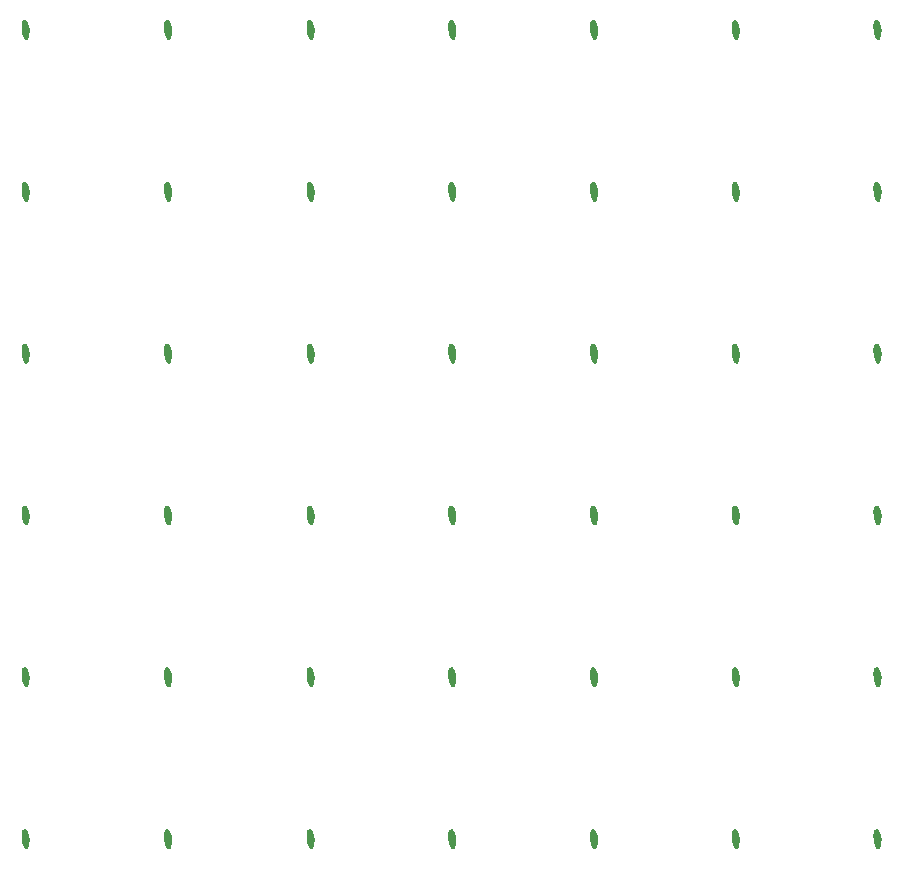
<source format=gbr>
G04 #@! TF.GenerationSoftware,KiCad,Pcbnew,5.0.2-bee76a0~70~ubuntu18.04.1*
G04 #@! TF.CreationDate,2019-05-10T19:14:11+02:00*
G04 #@! TF.ProjectId,spi_connector_board_micromatch_only_5x5_panel,7370695f-636f-46e6-9e65-63746f725f62,rev?*
G04 #@! TF.SameCoordinates,Original*
G04 #@! TF.FileFunction,Legend,Bot*
G04 #@! TF.FilePolarity,Positive*
%FSLAX46Y46*%
G04 Gerber Fmt 4.6, Leading zero omitted, Abs format (unit mm)*
G04 Created by KiCad (PCBNEW 5.0.2-bee76a0~70~ubuntu18.04.1) date Fr 10 Mai 2019 19:14:11 CEST*
%MOMM*%
%LPD*%
G01*
G04 APERTURE LIST*
%ADD10C,0.010000*%
G04 APERTURE END LIST*
D10*
G04 #@! TO.C,G\002A\002A\002A*
G36*
X89300201Y-149550262D02*
X89320348Y-149548035D01*
X89337863Y-149544436D01*
X89353188Y-149538692D01*
X89366766Y-149530029D01*
X89379039Y-149517676D01*
X89390450Y-149500860D01*
X89401440Y-149478807D01*
X89412453Y-149450745D01*
X89423931Y-149415901D01*
X89436316Y-149373502D01*
X89450050Y-149322775D01*
X89465577Y-149262948D01*
X89466299Y-149260133D01*
X89483506Y-149187526D01*
X89497540Y-149115724D01*
X89508689Y-149042557D01*
X89517238Y-148965850D01*
X89523474Y-148883431D01*
X89527609Y-148795240D01*
X89528717Y-148761595D01*
X89529222Y-148735475D01*
X89528933Y-148714251D01*
X89527658Y-148695297D01*
X89525208Y-148675986D01*
X89521391Y-148653691D01*
X89516016Y-148625783D01*
X89514872Y-148619980D01*
X89498391Y-148541289D01*
X89480865Y-148466594D01*
X89462546Y-148396661D01*
X89443687Y-148332259D01*
X89424541Y-148274155D01*
X89405359Y-148223118D01*
X89386394Y-148179915D01*
X89367900Y-148145314D01*
X89350657Y-148120707D01*
X89339953Y-148107251D01*
X89325677Y-148088283D01*
X89309975Y-148066689D01*
X89299487Y-148051848D01*
X89273986Y-148017725D01*
X89250222Y-147990799D01*
X89228922Y-147971816D01*
X89211823Y-147961894D01*
X89199848Y-147959302D01*
X89182149Y-147957642D01*
X89167639Y-147957288D01*
X89151049Y-147958134D01*
X89135769Y-147960976D01*
X89118746Y-147966697D01*
X89096929Y-147976182D01*
X89087960Y-147980382D01*
X89065192Y-147992106D01*
X89043706Y-148004819D01*
X89026652Y-148016582D01*
X89020199Y-148022045D01*
X88997298Y-148050290D01*
X88977228Y-148088117D01*
X88959972Y-148135580D01*
X88945507Y-148192731D01*
X88936959Y-148238980D01*
X88934442Y-148256236D01*
X88932422Y-148274413D01*
X88930848Y-148294826D01*
X88929672Y-148318792D01*
X88928843Y-148347625D01*
X88928312Y-148382641D01*
X88928029Y-148425156D01*
X88927945Y-148476484D01*
X88927945Y-148477740D01*
X88928068Y-148534222D01*
X88928514Y-148582569D01*
X88929403Y-148624808D01*
X88930857Y-148662963D01*
X88932997Y-148699058D01*
X88935942Y-148735118D01*
X88939814Y-148773167D01*
X88944734Y-148815231D01*
X88950823Y-148863333D01*
X88951068Y-148865222D01*
X88960126Y-148922246D01*
X88972976Y-148984701D01*
X88989031Y-149050699D01*
X89007706Y-149118352D01*
X89028413Y-149185773D01*
X89050565Y-149251073D01*
X89073577Y-149312365D01*
X89096862Y-149367761D01*
X89119832Y-149415374D01*
X89125030Y-149425063D01*
X89152897Y-149469165D01*
X89183983Y-149506483D01*
X89184588Y-149507104D01*
X89207380Y-149528381D01*
X89228068Y-149542098D01*
X89249763Y-149549417D01*
X89275575Y-149551498D01*
X89300201Y-149550262D01*
X89300201Y-149550262D01*
G37*
X89300201Y-149550262D02*
X89320348Y-149548035D01*
X89337863Y-149544436D01*
X89353188Y-149538692D01*
X89366766Y-149530029D01*
X89379039Y-149517676D01*
X89390450Y-149500860D01*
X89401440Y-149478807D01*
X89412453Y-149450745D01*
X89423931Y-149415901D01*
X89436316Y-149373502D01*
X89450050Y-149322775D01*
X89465577Y-149262948D01*
X89466299Y-149260133D01*
X89483506Y-149187526D01*
X89497540Y-149115724D01*
X89508689Y-149042557D01*
X89517238Y-148965850D01*
X89523474Y-148883431D01*
X89527609Y-148795240D01*
X89528717Y-148761595D01*
X89529222Y-148735475D01*
X89528933Y-148714251D01*
X89527658Y-148695297D01*
X89525208Y-148675986D01*
X89521391Y-148653691D01*
X89516016Y-148625783D01*
X89514872Y-148619980D01*
X89498391Y-148541289D01*
X89480865Y-148466594D01*
X89462546Y-148396661D01*
X89443687Y-148332259D01*
X89424541Y-148274155D01*
X89405359Y-148223118D01*
X89386394Y-148179915D01*
X89367900Y-148145314D01*
X89350657Y-148120707D01*
X89339953Y-148107251D01*
X89325677Y-148088283D01*
X89309975Y-148066689D01*
X89299487Y-148051848D01*
X89273986Y-148017725D01*
X89250222Y-147990799D01*
X89228922Y-147971816D01*
X89211823Y-147961894D01*
X89199848Y-147959302D01*
X89182149Y-147957642D01*
X89167639Y-147957288D01*
X89151049Y-147958134D01*
X89135769Y-147960976D01*
X89118746Y-147966697D01*
X89096929Y-147976182D01*
X89087960Y-147980382D01*
X89065192Y-147992106D01*
X89043706Y-148004819D01*
X89026652Y-148016582D01*
X89020199Y-148022045D01*
X88997298Y-148050290D01*
X88977228Y-148088117D01*
X88959972Y-148135580D01*
X88945507Y-148192731D01*
X88936959Y-148238980D01*
X88934442Y-148256236D01*
X88932422Y-148274413D01*
X88930848Y-148294826D01*
X88929672Y-148318792D01*
X88928843Y-148347625D01*
X88928312Y-148382641D01*
X88928029Y-148425156D01*
X88927945Y-148476484D01*
X88927945Y-148477740D01*
X88928068Y-148534222D01*
X88928514Y-148582569D01*
X88929403Y-148624808D01*
X88930857Y-148662963D01*
X88932997Y-148699058D01*
X88935942Y-148735118D01*
X88939814Y-148773167D01*
X88944734Y-148815231D01*
X88950823Y-148863333D01*
X88951068Y-148865222D01*
X88960126Y-148922246D01*
X88972976Y-148984701D01*
X88989031Y-149050699D01*
X89007706Y-149118352D01*
X89028413Y-149185773D01*
X89050565Y-149251073D01*
X89073577Y-149312365D01*
X89096862Y-149367761D01*
X89119832Y-149415374D01*
X89125030Y-149425063D01*
X89152897Y-149469165D01*
X89183983Y-149506483D01*
X89184588Y-149507104D01*
X89207380Y-149528381D01*
X89228068Y-149542098D01*
X89249763Y-149549417D01*
X89275575Y-149551498D01*
X89300201Y-149550262D01*
G36*
X113430201Y-149550262D02*
X113450348Y-149548035D01*
X113467863Y-149544436D01*
X113483188Y-149538692D01*
X113496766Y-149530029D01*
X113509039Y-149517676D01*
X113520450Y-149500860D01*
X113531440Y-149478807D01*
X113542453Y-149450745D01*
X113553931Y-149415901D01*
X113566316Y-149373502D01*
X113580050Y-149322775D01*
X113595577Y-149262948D01*
X113596299Y-149260133D01*
X113613506Y-149187526D01*
X113627540Y-149115724D01*
X113638689Y-149042557D01*
X113647238Y-148965850D01*
X113653474Y-148883431D01*
X113657609Y-148795240D01*
X113658717Y-148761595D01*
X113659222Y-148735475D01*
X113658933Y-148714251D01*
X113657658Y-148695297D01*
X113655208Y-148675986D01*
X113651391Y-148653691D01*
X113646016Y-148625783D01*
X113644872Y-148619980D01*
X113628391Y-148541289D01*
X113610865Y-148466594D01*
X113592546Y-148396661D01*
X113573687Y-148332259D01*
X113554541Y-148274155D01*
X113535359Y-148223118D01*
X113516394Y-148179915D01*
X113497900Y-148145314D01*
X113480657Y-148120707D01*
X113469953Y-148107251D01*
X113455677Y-148088283D01*
X113439975Y-148066689D01*
X113429487Y-148051848D01*
X113403986Y-148017725D01*
X113380222Y-147990799D01*
X113358922Y-147971816D01*
X113341823Y-147961894D01*
X113329848Y-147959302D01*
X113312149Y-147957642D01*
X113297639Y-147957288D01*
X113281049Y-147958134D01*
X113265769Y-147960976D01*
X113248746Y-147966697D01*
X113226929Y-147976182D01*
X113217960Y-147980382D01*
X113195192Y-147992106D01*
X113173706Y-148004819D01*
X113156652Y-148016582D01*
X113150199Y-148022045D01*
X113127298Y-148050290D01*
X113107228Y-148088117D01*
X113089972Y-148135580D01*
X113075507Y-148192731D01*
X113066959Y-148238980D01*
X113064442Y-148256236D01*
X113062422Y-148274413D01*
X113060848Y-148294826D01*
X113059672Y-148318792D01*
X113058843Y-148347625D01*
X113058312Y-148382641D01*
X113058029Y-148425156D01*
X113057945Y-148476484D01*
X113057945Y-148477740D01*
X113058068Y-148534222D01*
X113058514Y-148582569D01*
X113059403Y-148624808D01*
X113060857Y-148662963D01*
X113062997Y-148699058D01*
X113065942Y-148735118D01*
X113069814Y-148773167D01*
X113074734Y-148815231D01*
X113080823Y-148863333D01*
X113081068Y-148865222D01*
X113090126Y-148922246D01*
X113102976Y-148984701D01*
X113119031Y-149050699D01*
X113137706Y-149118352D01*
X113158413Y-149185773D01*
X113180565Y-149251073D01*
X113203577Y-149312365D01*
X113226862Y-149367761D01*
X113249832Y-149415374D01*
X113255030Y-149425063D01*
X113282897Y-149469165D01*
X113313983Y-149506483D01*
X113314588Y-149507104D01*
X113337380Y-149528381D01*
X113358068Y-149542098D01*
X113379763Y-149549417D01*
X113405575Y-149551498D01*
X113430201Y-149550262D01*
X113430201Y-149550262D01*
G37*
X113430201Y-149550262D02*
X113450348Y-149548035D01*
X113467863Y-149544436D01*
X113483188Y-149538692D01*
X113496766Y-149530029D01*
X113509039Y-149517676D01*
X113520450Y-149500860D01*
X113531440Y-149478807D01*
X113542453Y-149450745D01*
X113553931Y-149415901D01*
X113566316Y-149373502D01*
X113580050Y-149322775D01*
X113595577Y-149262948D01*
X113596299Y-149260133D01*
X113613506Y-149187526D01*
X113627540Y-149115724D01*
X113638689Y-149042557D01*
X113647238Y-148965850D01*
X113653474Y-148883431D01*
X113657609Y-148795240D01*
X113658717Y-148761595D01*
X113659222Y-148735475D01*
X113658933Y-148714251D01*
X113657658Y-148695297D01*
X113655208Y-148675986D01*
X113651391Y-148653691D01*
X113646016Y-148625783D01*
X113644872Y-148619980D01*
X113628391Y-148541289D01*
X113610865Y-148466594D01*
X113592546Y-148396661D01*
X113573687Y-148332259D01*
X113554541Y-148274155D01*
X113535359Y-148223118D01*
X113516394Y-148179915D01*
X113497900Y-148145314D01*
X113480657Y-148120707D01*
X113469953Y-148107251D01*
X113455677Y-148088283D01*
X113439975Y-148066689D01*
X113429487Y-148051848D01*
X113403986Y-148017725D01*
X113380222Y-147990799D01*
X113358922Y-147971816D01*
X113341823Y-147961894D01*
X113329848Y-147959302D01*
X113312149Y-147957642D01*
X113297639Y-147957288D01*
X113281049Y-147958134D01*
X113265769Y-147960976D01*
X113248746Y-147966697D01*
X113226929Y-147976182D01*
X113217960Y-147980382D01*
X113195192Y-147992106D01*
X113173706Y-148004819D01*
X113156652Y-148016582D01*
X113150199Y-148022045D01*
X113127298Y-148050290D01*
X113107228Y-148088117D01*
X113089972Y-148135580D01*
X113075507Y-148192731D01*
X113066959Y-148238980D01*
X113064442Y-148256236D01*
X113062422Y-148274413D01*
X113060848Y-148294826D01*
X113059672Y-148318792D01*
X113058843Y-148347625D01*
X113058312Y-148382641D01*
X113058029Y-148425156D01*
X113057945Y-148476484D01*
X113057945Y-148477740D01*
X113058068Y-148534222D01*
X113058514Y-148582569D01*
X113059403Y-148624808D01*
X113060857Y-148662963D01*
X113062997Y-148699058D01*
X113065942Y-148735118D01*
X113069814Y-148773167D01*
X113074734Y-148815231D01*
X113080823Y-148863333D01*
X113081068Y-148865222D01*
X113090126Y-148922246D01*
X113102976Y-148984701D01*
X113119031Y-149050699D01*
X113137706Y-149118352D01*
X113158413Y-149185773D01*
X113180565Y-149251073D01*
X113203577Y-149312365D01*
X113226862Y-149367761D01*
X113249832Y-149415374D01*
X113255030Y-149425063D01*
X113282897Y-149469165D01*
X113313983Y-149506483D01*
X113314588Y-149507104D01*
X113337380Y-149528381D01*
X113358068Y-149542098D01*
X113379763Y-149549417D01*
X113405575Y-149551498D01*
X113430201Y-149550262D01*
G36*
X125430201Y-149550262D02*
X125450348Y-149548035D01*
X125467863Y-149544436D01*
X125483188Y-149538692D01*
X125496766Y-149530029D01*
X125509039Y-149517676D01*
X125520450Y-149500860D01*
X125531440Y-149478807D01*
X125542453Y-149450745D01*
X125553931Y-149415901D01*
X125566316Y-149373502D01*
X125580050Y-149322775D01*
X125595577Y-149262948D01*
X125596299Y-149260133D01*
X125613506Y-149187526D01*
X125627540Y-149115724D01*
X125638689Y-149042557D01*
X125647238Y-148965850D01*
X125653474Y-148883431D01*
X125657609Y-148795240D01*
X125658717Y-148761595D01*
X125659222Y-148735475D01*
X125658933Y-148714251D01*
X125657658Y-148695297D01*
X125655208Y-148675986D01*
X125651391Y-148653691D01*
X125646016Y-148625783D01*
X125644872Y-148619980D01*
X125628391Y-148541289D01*
X125610865Y-148466594D01*
X125592546Y-148396661D01*
X125573687Y-148332259D01*
X125554541Y-148274155D01*
X125535359Y-148223118D01*
X125516394Y-148179915D01*
X125497900Y-148145314D01*
X125480657Y-148120707D01*
X125469953Y-148107251D01*
X125455677Y-148088283D01*
X125439975Y-148066689D01*
X125429487Y-148051848D01*
X125403986Y-148017725D01*
X125380222Y-147990799D01*
X125358922Y-147971816D01*
X125341823Y-147961894D01*
X125329848Y-147959302D01*
X125312149Y-147957642D01*
X125297639Y-147957288D01*
X125281049Y-147958134D01*
X125265769Y-147960976D01*
X125248746Y-147966697D01*
X125226929Y-147976182D01*
X125217960Y-147980382D01*
X125195192Y-147992106D01*
X125173706Y-148004819D01*
X125156652Y-148016582D01*
X125150199Y-148022045D01*
X125127298Y-148050290D01*
X125107228Y-148088117D01*
X125089972Y-148135580D01*
X125075507Y-148192731D01*
X125066959Y-148238980D01*
X125064442Y-148256236D01*
X125062422Y-148274413D01*
X125060848Y-148294826D01*
X125059672Y-148318792D01*
X125058843Y-148347625D01*
X125058312Y-148382641D01*
X125058029Y-148425156D01*
X125057945Y-148476484D01*
X125057945Y-148477740D01*
X125058068Y-148534222D01*
X125058514Y-148582569D01*
X125059403Y-148624808D01*
X125060857Y-148662963D01*
X125062997Y-148699058D01*
X125065942Y-148735118D01*
X125069814Y-148773167D01*
X125074734Y-148815231D01*
X125080823Y-148863333D01*
X125081068Y-148865222D01*
X125090126Y-148922246D01*
X125102976Y-148984701D01*
X125119031Y-149050699D01*
X125137706Y-149118352D01*
X125158413Y-149185773D01*
X125180565Y-149251073D01*
X125203577Y-149312365D01*
X125226862Y-149367761D01*
X125249832Y-149415374D01*
X125255030Y-149425063D01*
X125282897Y-149469165D01*
X125313983Y-149506483D01*
X125314588Y-149507104D01*
X125337380Y-149528381D01*
X125358068Y-149542098D01*
X125379763Y-149549417D01*
X125405575Y-149551498D01*
X125430201Y-149550262D01*
X125430201Y-149550262D01*
G37*
X125430201Y-149550262D02*
X125450348Y-149548035D01*
X125467863Y-149544436D01*
X125483188Y-149538692D01*
X125496766Y-149530029D01*
X125509039Y-149517676D01*
X125520450Y-149500860D01*
X125531440Y-149478807D01*
X125542453Y-149450745D01*
X125553931Y-149415901D01*
X125566316Y-149373502D01*
X125580050Y-149322775D01*
X125595577Y-149262948D01*
X125596299Y-149260133D01*
X125613506Y-149187526D01*
X125627540Y-149115724D01*
X125638689Y-149042557D01*
X125647238Y-148965850D01*
X125653474Y-148883431D01*
X125657609Y-148795240D01*
X125658717Y-148761595D01*
X125659222Y-148735475D01*
X125658933Y-148714251D01*
X125657658Y-148695297D01*
X125655208Y-148675986D01*
X125651391Y-148653691D01*
X125646016Y-148625783D01*
X125644872Y-148619980D01*
X125628391Y-148541289D01*
X125610865Y-148466594D01*
X125592546Y-148396661D01*
X125573687Y-148332259D01*
X125554541Y-148274155D01*
X125535359Y-148223118D01*
X125516394Y-148179915D01*
X125497900Y-148145314D01*
X125480657Y-148120707D01*
X125469953Y-148107251D01*
X125455677Y-148088283D01*
X125439975Y-148066689D01*
X125429487Y-148051848D01*
X125403986Y-148017725D01*
X125380222Y-147990799D01*
X125358922Y-147971816D01*
X125341823Y-147961894D01*
X125329848Y-147959302D01*
X125312149Y-147957642D01*
X125297639Y-147957288D01*
X125281049Y-147958134D01*
X125265769Y-147960976D01*
X125248746Y-147966697D01*
X125226929Y-147976182D01*
X125217960Y-147980382D01*
X125195192Y-147992106D01*
X125173706Y-148004819D01*
X125156652Y-148016582D01*
X125150199Y-148022045D01*
X125127298Y-148050290D01*
X125107228Y-148088117D01*
X125089972Y-148135580D01*
X125075507Y-148192731D01*
X125066959Y-148238980D01*
X125064442Y-148256236D01*
X125062422Y-148274413D01*
X125060848Y-148294826D01*
X125059672Y-148318792D01*
X125058843Y-148347625D01*
X125058312Y-148382641D01*
X125058029Y-148425156D01*
X125057945Y-148476484D01*
X125057945Y-148477740D01*
X125058068Y-148534222D01*
X125058514Y-148582569D01*
X125059403Y-148624808D01*
X125060857Y-148662963D01*
X125062997Y-148699058D01*
X125065942Y-148735118D01*
X125069814Y-148773167D01*
X125074734Y-148815231D01*
X125080823Y-148863333D01*
X125081068Y-148865222D01*
X125090126Y-148922246D01*
X125102976Y-148984701D01*
X125119031Y-149050699D01*
X125137706Y-149118352D01*
X125158413Y-149185773D01*
X125180565Y-149251073D01*
X125203577Y-149312365D01*
X125226862Y-149367761D01*
X125249832Y-149415374D01*
X125255030Y-149425063D01*
X125282897Y-149469165D01*
X125313983Y-149506483D01*
X125314588Y-149507104D01*
X125337380Y-149528381D01*
X125358068Y-149542098D01*
X125379763Y-149549417D01*
X125405575Y-149551498D01*
X125430201Y-149550262D01*
G36*
X137430201Y-149550262D02*
X137450348Y-149548035D01*
X137467863Y-149544436D01*
X137483188Y-149538692D01*
X137496766Y-149530029D01*
X137509039Y-149517676D01*
X137520450Y-149500860D01*
X137531440Y-149478807D01*
X137542453Y-149450745D01*
X137553931Y-149415901D01*
X137566316Y-149373502D01*
X137580050Y-149322775D01*
X137595577Y-149262948D01*
X137596299Y-149260133D01*
X137613506Y-149187526D01*
X137627540Y-149115724D01*
X137638689Y-149042557D01*
X137647238Y-148965850D01*
X137653474Y-148883431D01*
X137657609Y-148795240D01*
X137658717Y-148761595D01*
X137659222Y-148735475D01*
X137658933Y-148714251D01*
X137657658Y-148695297D01*
X137655208Y-148675986D01*
X137651391Y-148653691D01*
X137646016Y-148625783D01*
X137644872Y-148619980D01*
X137628391Y-148541289D01*
X137610865Y-148466594D01*
X137592546Y-148396661D01*
X137573687Y-148332259D01*
X137554541Y-148274155D01*
X137535359Y-148223118D01*
X137516394Y-148179915D01*
X137497900Y-148145314D01*
X137480657Y-148120707D01*
X137469953Y-148107251D01*
X137455677Y-148088283D01*
X137439975Y-148066689D01*
X137429487Y-148051848D01*
X137403986Y-148017725D01*
X137380222Y-147990799D01*
X137358922Y-147971816D01*
X137341823Y-147961894D01*
X137329848Y-147959302D01*
X137312149Y-147957642D01*
X137297639Y-147957288D01*
X137281049Y-147958134D01*
X137265769Y-147960976D01*
X137248746Y-147966697D01*
X137226929Y-147976182D01*
X137217960Y-147980382D01*
X137195192Y-147992106D01*
X137173706Y-148004819D01*
X137156652Y-148016582D01*
X137150199Y-148022045D01*
X137127298Y-148050290D01*
X137107228Y-148088117D01*
X137089972Y-148135580D01*
X137075507Y-148192731D01*
X137066959Y-148238980D01*
X137064442Y-148256236D01*
X137062422Y-148274413D01*
X137060848Y-148294826D01*
X137059672Y-148318792D01*
X137058843Y-148347625D01*
X137058312Y-148382641D01*
X137058029Y-148425156D01*
X137057945Y-148476484D01*
X137057945Y-148477740D01*
X137058068Y-148534222D01*
X137058514Y-148582569D01*
X137059403Y-148624808D01*
X137060857Y-148662963D01*
X137062997Y-148699058D01*
X137065942Y-148735118D01*
X137069814Y-148773167D01*
X137074734Y-148815231D01*
X137080823Y-148863333D01*
X137081068Y-148865222D01*
X137090126Y-148922246D01*
X137102976Y-148984701D01*
X137119031Y-149050699D01*
X137137706Y-149118352D01*
X137158413Y-149185773D01*
X137180565Y-149251073D01*
X137203577Y-149312365D01*
X137226862Y-149367761D01*
X137249832Y-149415374D01*
X137255030Y-149425063D01*
X137282897Y-149469165D01*
X137313983Y-149506483D01*
X137314588Y-149507104D01*
X137337380Y-149528381D01*
X137358068Y-149542098D01*
X137379763Y-149549417D01*
X137405575Y-149551498D01*
X137430201Y-149550262D01*
X137430201Y-149550262D01*
G37*
X137430201Y-149550262D02*
X137450348Y-149548035D01*
X137467863Y-149544436D01*
X137483188Y-149538692D01*
X137496766Y-149530029D01*
X137509039Y-149517676D01*
X137520450Y-149500860D01*
X137531440Y-149478807D01*
X137542453Y-149450745D01*
X137553931Y-149415901D01*
X137566316Y-149373502D01*
X137580050Y-149322775D01*
X137595577Y-149262948D01*
X137596299Y-149260133D01*
X137613506Y-149187526D01*
X137627540Y-149115724D01*
X137638689Y-149042557D01*
X137647238Y-148965850D01*
X137653474Y-148883431D01*
X137657609Y-148795240D01*
X137658717Y-148761595D01*
X137659222Y-148735475D01*
X137658933Y-148714251D01*
X137657658Y-148695297D01*
X137655208Y-148675986D01*
X137651391Y-148653691D01*
X137646016Y-148625783D01*
X137644872Y-148619980D01*
X137628391Y-148541289D01*
X137610865Y-148466594D01*
X137592546Y-148396661D01*
X137573687Y-148332259D01*
X137554541Y-148274155D01*
X137535359Y-148223118D01*
X137516394Y-148179915D01*
X137497900Y-148145314D01*
X137480657Y-148120707D01*
X137469953Y-148107251D01*
X137455677Y-148088283D01*
X137439975Y-148066689D01*
X137429487Y-148051848D01*
X137403986Y-148017725D01*
X137380222Y-147990799D01*
X137358922Y-147971816D01*
X137341823Y-147961894D01*
X137329848Y-147959302D01*
X137312149Y-147957642D01*
X137297639Y-147957288D01*
X137281049Y-147958134D01*
X137265769Y-147960976D01*
X137248746Y-147966697D01*
X137226929Y-147976182D01*
X137217960Y-147980382D01*
X137195192Y-147992106D01*
X137173706Y-148004819D01*
X137156652Y-148016582D01*
X137150199Y-148022045D01*
X137127298Y-148050290D01*
X137107228Y-148088117D01*
X137089972Y-148135580D01*
X137075507Y-148192731D01*
X137066959Y-148238980D01*
X137064442Y-148256236D01*
X137062422Y-148274413D01*
X137060848Y-148294826D01*
X137059672Y-148318792D01*
X137058843Y-148347625D01*
X137058312Y-148382641D01*
X137058029Y-148425156D01*
X137057945Y-148476484D01*
X137057945Y-148477740D01*
X137058068Y-148534222D01*
X137058514Y-148582569D01*
X137059403Y-148624808D01*
X137060857Y-148662963D01*
X137062997Y-148699058D01*
X137065942Y-148735118D01*
X137069814Y-148773167D01*
X137074734Y-148815231D01*
X137080823Y-148863333D01*
X137081068Y-148865222D01*
X137090126Y-148922246D01*
X137102976Y-148984701D01*
X137119031Y-149050699D01*
X137137706Y-149118352D01*
X137158413Y-149185773D01*
X137180565Y-149251073D01*
X137203577Y-149312365D01*
X137226862Y-149367761D01*
X137249832Y-149415374D01*
X137255030Y-149425063D01*
X137282897Y-149469165D01*
X137313983Y-149506483D01*
X137314588Y-149507104D01*
X137337380Y-149528381D01*
X137358068Y-149542098D01*
X137379763Y-149549417D01*
X137405575Y-149551498D01*
X137430201Y-149550262D01*
G36*
X149430201Y-149550262D02*
X149450348Y-149548035D01*
X149467863Y-149544436D01*
X149483188Y-149538692D01*
X149496766Y-149530029D01*
X149509039Y-149517676D01*
X149520450Y-149500860D01*
X149531440Y-149478807D01*
X149542453Y-149450745D01*
X149553931Y-149415901D01*
X149566316Y-149373502D01*
X149580050Y-149322775D01*
X149595577Y-149262948D01*
X149596299Y-149260133D01*
X149613506Y-149187526D01*
X149627540Y-149115724D01*
X149638689Y-149042557D01*
X149647238Y-148965850D01*
X149653474Y-148883431D01*
X149657609Y-148795240D01*
X149658717Y-148761595D01*
X149659222Y-148735475D01*
X149658933Y-148714251D01*
X149657658Y-148695297D01*
X149655208Y-148675986D01*
X149651391Y-148653691D01*
X149646016Y-148625783D01*
X149644872Y-148619980D01*
X149628391Y-148541289D01*
X149610865Y-148466594D01*
X149592546Y-148396661D01*
X149573687Y-148332259D01*
X149554541Y-148274155D01*
X149535359Y-148223118D01*
X149516394Y-148179915D01*
X149497900Y-148145314D01*
X149480657Y-148120707D01*
X149469953Y-148107251D01*
X149455677Y-148088283D01*
X149439975Y-148066689D01*
X149429487Y-148051848D01*
X149403986Y-148017725D01*
X149380222Y-147990799D01*
X149358922Y-147971816D01*
X149341823Y-147961894D01*
X149329848Y-147959302D01*
X149312149Y-147957642D01*
X149297639Y-147957288D01*
X149281049Y-147958134D01*
X149265769Y-147960976D01*
X149248746Y-147966697D01*
X149226929Y-147976182D01*
X149217960Y-147980382D01*
X149195192Y-147992106D01*
X149173706Y-148004819D01*
X149156652Y-148016582D01*
X149150199Y-148022045D01*
X149127298Y-148050290D01*
X149107228Y-148088117D01*
X149089972Y-148135580D01*
X149075507Y-148192731D01*
X149066959Y-148238980D01*
X149064442Y-148256236D01*
X149062422Y-148274413D01*
X149060848Y-148294826D01*
X149059672Y-148318792D01*
X149058843Y-148347625D01*
X149058312Y-148382641D01*
X149058029Y-148425156D01*
X149057945Y-148476484D01*
X149057945Y-148477740D01*
X149058068Y-148534222D01*
X149058514Y-148582569D01*
X149059403Y-148624808D01*
X149060857Y-148662963D01*
X149062997Y-148699058D01*
X149065942Y-148735118D01*
X149069814Y-148773167D01*
X149074734Y-148815231D01*
X149080823Y-148863333D01*
X149081068Y-148865222D01*
X149090126Y-148922246D01*
X149102976Y-148984701D01*
X149119031Y-149050699D01*
X149137706Y-149118352D01*
X149158413Y-149185773D01*
X149180565Y-149251073D01*
X149203577Y-149312365D01*
X149226862Y-149367761D01*
X149249832Y-149415374D01*
X149255030Y-149425063D01*
X149282897Y-149469165D01*
X149313983Y-149506483D01*
X149314588Y-149507104D01*
X149337380Y-149528381D01*
X149358068Y-149542098D01*
X149379763Y-149549417D01*
X149405575Y-149551498D01*
X149430201Y-149550262D01*
X149430201Y-149550262D01*
G37*
X149430201Y-149550262D02*
X149450348Y-149548035D01*
X149467863Y-149544436D01*
X149483188Y-149538692D01*
X149496766Y-149530029D01*
X149509039Y-149517676D01*
X149520450Y-149500860D01*
X149531440Y-149478807D01*
X149542453Y-149450745D01*
X149553931Y-149415901D01*
X149566316Y-149373502D01*
X149580050Y-149322775D01*
X149595577Y-149262948D01*
X149596299Y-149260133D01*
X149613506Y-149187526D01*
X149627540Y-149115724D01*
X149638689Y-149042557D01*
X149647238Y-148965850D01*
X149653474Y-148883431D01*
X149657609Y-148795240D01*
X149658717Y-148761595D01*
X149659222Y-148735475D01*
X149658933Y-148714251D01*
X149657658Y-148695297D01*
X149655208Y-148675986D01*
X149651391Y-148653691D01*
X149646016Y-148625783D01*
X149644872Y-148619980D01*
X149628391Y-148541289D01*
X149610865Y-148466594D01*
X149592546Y-148396661D01*
X149573687Y-148332259D01*
X149554541Y-148274155D01*
X149535359Y-148223118D01*
X149516394Y-148179915D01*
X149497900Y-148145314D01*
X149480657Y-148120707D01*
X149469953Y-148107251D01*
X149455677Y-148088283D01*
X149439975Y-148066689D01*
X149429487Y-148051848D01*
X149403986Y-148017725D01*
X149380222Y-147990799D01*
X149358922Y-147971816D01*
X149341823Y-147961894D01*
X149329848Y-147959302D01*
X149312149Y-147957642D01*
X149297639Y-147957288D01*
X149281049Y-147958134D01*
X149265769Y-147960976D01*
X149248746Y-147966697D01*
X149226929Y-147976182D01*
X149217960Y-147980382D01*
X149195192Y-147992106D01*
X149173706Y-148004819D01*
X149156652Y-148016582D01*
X149150199Y-148022045D01*
X149127298Y-148050290D01*
X149107228Y-148088117D01*
X149089972Y-148135580D01*
X149075507Y-148192731D01*
X149066959Y-148238980D01*
X149064442Y-148256236D01*
X149062422Y-148274413D01*
X149060848Y-148294826D01*
X149059672Y-148318792D01*
X149058843Y-148347625D01*
X149058312Y-148382641D01*
X149058029Y-148425156D01*
X149057945Y-148476484D01*
X149057945Y-148477740D01*
X149058068Y-148534222D01*
X149058514Y-148582569D01*
X149059403Y-148624808D01*
X149060857Y-148662963D01*
X149062997Y-148699058D01*
X149065942Y-148735118D01*
X149069814Y-148773167D01*
X149074734Y-148815231D01*
X149080823Y-148863333D01*
X149081068Y-148865222D01*
X149090126Y-148922246D01*
X149102976Y-148984701D01*
X149119031Y-149050699D01*
X149137706Y-149118352D01*
X149158413Y-149185773D01*
X149180565Y-149251073D01*
X149203577Y-149312365D01*
X149226862Y-149367761D01*
X149249832Y-149415374D01*
X149255030Y-149425063D01*
X149282897Y-149469165D01*
X149313983Y-149506483D01*
X149314588Y-149507104D01*
X149337380Y-149528381D01*
X149358068Y-149542098D01*
X149379763Y-149549417D01*
X149405575Y-149551498D01*
X149430201Y-149550262D01*
G36*
X161430201Y-149550262D02*
X161450348Y-149548035D01*
X161467863Y-149544436D01*
X161483188Y-149538692D01*
X161496766Y-149530029D01*
X161509039Y-149517676D01*
X161520450Y-149500860D01*
X161531440Y-149478807D01*
X161542453Y-149450745D01*
X161553931Y-149415901D01*
X161566316Y-149373502D01*
X161580050Y-149322775D01*
X161595577Y-149262948D01*
X161596299Y-149260133D01*
X161613506Y-149187526D01*
X161627540Y-149115724D01*
X161638689Y-149042557D01*
X161647238Y-148965850D01*
X161653474Y-148883431D01*
X161657609Y-148795240D01*
X161658717Y-148761595D01*
X161659222Y-148735475D01*
X161658933Y-148714251D01*
X161657658Y-148695297D01*
X161655208Y-148675986D01*
X161651391Y-148653691D01*
X161646016Y-148625783D01*
X161644872Y-148619980D01*
X161628391Y-148541289D01*
X161610865Y-148466594D01*
X161592546Y-148396661D01*
X161573687Y-148332259D01*
X161554541Y-148274155D01*
X161535359Y-148223118D01*
X161516394Y-148179915D01*
X161497900Y-148145314D01*
X161480657Y-148120707D01*
X161469953Y-148107251D01*
X161455677Y-148088283D01*
X161439975Y-148066689D01*
X161429487Y-148051848D01*
X161403986Y-148017725D01*
X161380222Y-147990799D01*
X161358922Y-147971816D01*
X161341823Y-147961894D01*
X161329848Y-147959302D01*
X161312149Y-147957642D01*
X161297639Y-147957288D01*
X161281049Y-147958134D01*
X161265769Y-147960976D01*
X161248746Y-147966697D01*
X161226929Y-147976182D01*
X161217960Y-147980382D01*
X161195192Y-147992106D01*
X161173706Y-148004819D01*
X161156652Y-148016582D01*
X161150199Y-148022045D01*
X161127298Y-148050290D01*
X161107228Y-148088117D01*
X161089972Y-148135580D01*
X161075507Y-148192731D01*
X161066959Y-148238980D01*
X161064442Y-148256236D01*
X161062422Y-148274413D01*
X161060848Y-148294826D01*
X161059672Y-148318792D01*
X161058843Y-148347625D01*
X161058312Y-148382641D01*
X161058029Y-148425156D01*
X161057945Y-148476484D01*
X161057945Y-148477740D01*
X161058068Y-148534222D01*
X161058514Y-148582569D01*
X161059403Y-148624808D01*
X161060857Y-148662963D01*
X161062997Y-148699058D01*
X161065942Y-148735118D01*
X161069814Y-148773167D01*
X161074734Y-148815231D01*
X161080823Y-148863333D01*
X161081068Y-148865222D01*
X161090126Y-148922246D01*
X161102976Y-148984701D01*
X161119031Y-149050699D01*
X161137706Y-149118352D01*
X161158413Y-149185773D01*
X161180565Y-149251073D01*
X161203577Y-149312365D01*
X161226862Y-149367761D01*
X161249832Y-149415374D01*
X161255030Y-149425063D01*
X161282897Y-149469165D01*
X161313983Y-149506483D01*
X161314588Y-149507104D01*
X161337380Y-149528381D01*
X161358068Y-149542098D01*
X161379763Y-149549417D01*
X161405575Y-149551498D01*
X161430201Y-149550262D01*
X161430201Y-149550262D01*
G37*
X161430201Y-149550262D02*
X161450348Y-149548035D01*
X161467863Y-149544436D01*
X161483188Y-149538692D01*
X161496766Y-149530029D01*
X161509039Y-149517676D01*
X161520450Y-149500860D01*
X161531440Y-149478807D01*
X161542453Y-149450745D01*
X161553931Y-149415901D01*
X161566316Y-149373502D01*
X161580050Y-149322775D01*
X161595577Y-149262948D01*
X161596299Y-149260133D01*
X161613506Y-149187526D01*
X161627540Y-149115724D01*
X161638689Y-149042557D01*
X161647238Y-148965850D01*
X161653474Y-148883431D01*
X161657609Y-148795240D01*
X161658717Y-148761595D01*
X161659222Y-148735475D01*
X161658933Y-148714251D01*
X161657658Y-148695297D01*
X161655208Y-148675986D01*
X161651391Y-148653691D01*
X161646016Y-148625783D01*
X161644872Y-148619980D01*
X161628391Y-148541289D01*
X161610865Y-148466594D01*
X161592546Y-148396661D01*
X161573687Y-148332259D01*
X161554541Y-148274155D01*
X161535359Y-148223118D01*
X161516394Y-148179915D01*
X161497900Y-148145314D01*
X161480657Y-148120707D01*
X161469953Y-148107251D01*
X161455677Y-148088283D01*
X161439975Y-148066689D01*
X161429487Y-148051848D01*
X161403986Y-148017725D01*
X161380222Y-147990799D01*
X161358922Y-147971816D01*
X161341823Y-147961894D01*
X161329848Y-147959302D01*
X161312149Y-147957642D01*
X161297639Y-147957288D01*
X161281049Y-147958134D01*
X161265769Y-147960976D01*
X161248746Y-147966697D01*
X161226929Y-147976182D01*
X161217960Y-147980382D01*
X161195192Y-147992106D01*
X161173706Y-148004819D01*
X161156652Y-148016582D01*
X161150199Y-148022045D01*
X161127298Y-148050290D01*
X161107228Y-148088117D01*
X161089972Y-148135580D01*
X161075507Y-148192731D01*
X161066959Y-148238980D01*
X161064442Y-148256236D01*
X161062422Y-148274413D01*
X161060848Y-148294826D01*
X161059672Y-148318792D01*
X161058843Y-148347625D01*
X161058312Y-148382641D01*
X161058029Y-148425156D01*
X161057945Y-148476484D01*
X161057945Y-148477740D01*
X161058068Y-148534222D01*
X161058514Y-148582569D01*
X161059403Y-148624808D01*
X161060857Y-148662963D01*
X161062997Y-148699058D01*
X161065942Y-148735118D01*
X161069814Y-148773167D01*
X161074734Y-148815231D01*
X161080823Y-148863333D01*
X161081068Y-148865222D01*
X161090126Y-148922246D01*
X161102976Y-148984701D01*
X161119031Y-149050699D01*
X161137706Y-149118352D01*
X161158413Y-149185773D01*
X161180565Y-149251073D01*
X161203577Y-149312365D01*
X161226862Y-149367761D01*
X161249832Y-149415374D01*
X161255030Y-149425063D01*
X161282897Y-149469165D01*
X161313983Y-149506483D01*
X161314588Y-149507104D01*
X161337380Y-149528381D01*
X161358068Y-149542098D01*
X161379763Y-149549417D01*
X161405575Y-149551498D01*
X161430201Y-149550262D01*
G36*
X101365201Y-149550262D02*
X101385348Y-149548035D01*
X101402863Y-149544436D01*
X101418188Y-149538692D01*
X101431766Y-149530029D01*
X101444039Y-149517676D01*
X101455450Y-149500860D01*
X101466440Y-149478807D01*
X101477453Y-149450745D01*
X101488931Y-149415901D01*
X101501316Y-149373502D01*
X101515050Y-149322775D01*
X101530577Y-149262948D01*
X101531299Y-149260133D01*
X101548506Y-149187526D01*
X101562540Y-149115724D01*
X101573689Y-149042557D01*
X101582238Y-148965850D01*
X101588474Y-148883431D01*
X101592609Y-148795240D01*
X101593717Y-148761595D01*
X101594222Y-148735475D01*
X101593933Y-148714251D01*
X101592658Y-148695297D01*
X101590208Y-148675986D01*
X101586391Y-148653691D01*
X101581016Y-148625783D01*
X101579872Y-148619980D01*
X101563391Y-148541289D01*
X101545865Y-148466594D01*
X101527546Y-148396661D01*
X101508687Y-148332259D01*
X101489541Y-148274155D01*
X101470359Y-148223118D01*
X101451394Y-148179915D01*
X101432900Y-148145314D01*
X101415657Y-148120707D01*
X101404953Y-148107251D01*
X101390677Y-148088283D01*
X101374975Y-148066689D01*
X101364487Y-148051848D01*
X101338986Y-148017725D01*
X101315222Y-147990799D01*
X101293922Y-147971816D01*
X101276823Y-147961894D01*
X101264848Y-147959302D01*
X101247149Y-147957642D01*
X101232639Y-147957288D01*
X101216049Y-147958134D01*
X101200769Y-147960976D01*
X101183746Y-147966697D01*
X101161929Y-147976182D01*
X101152960Y-147980382D01*
X101130192Y-147992106D01*
X101108706Y-148004819D01*
X101091652Y-148016582D01*
X101085199Y-148022045D01*
X101062298Y-148050290D01*
X101042228Y-148088117D01*
X101024972Y-148135580D01*
X101010507Y-148192731D01*
X101001959Y-148238980D01*
X100999442Y-148256236D01*
X100997422Y-148274413D01*
X100995848Y-148294826D01*
X100994672Y-148318792D01*
X100993843Y-148347625D01*
X100993312Y-148382641D01*
X100993029Y-148425156D01*
X100992945Y-148476484D01*
X100992945Y-148477740D01*
X100993068Y-148534222D01*
X100993514Y-148582569D01*
X100994403Y-148624808D01*
X100995857Y-148662963D01*
X100997997Y-148699058D01*
X101000942Y-148735118D01*
X101004814Y-148773167D01*
X101009734Y-148815231D01*
X101015823Y-148863333D01*
X101016068Y-148865222D01*
X101025126Y-148922246D01*
X101037976Y-148984701D01*
X101054031Y-149050699D01*
X101072706Y-149118352D01*
X101093413Y-149185773D01*
X101115565Y-149251073D01*
X101138577Y-149312365D01*
X101161862Y-149367761D01*
X101184832Y-149415374D01*
X101190030Y-149425063D01*
X101217897Y-149469165D01*
X101248983Y-149506483D01*
X101249588Y-149507104D01*
X101272380Y-149528381D01*
X101293068Y-149542098D01*
X101314763Y-149549417D01*
X101340575Y-149551498D01*
X101365201Y-149550262D01*
X101365201Y-149550262D01*
G37*
X101365201Y-149550262D02*
X101385348Y-149548035D01*
X101402863Y-149544436D01*
X101418188Y-149538692D01*
X101431766Y-149530029D01*
X101444039Y-149517676D01*
X101455450Y-149500860D01*
X101466440Y-149478807D01*
X101477453Y-149450745D01*
X101488931Y-149415901D01*
X101501316Y-149373502D01*
X101515050Y-149322775D01*
X101530577Y-149262948D01*
X101531299Y-149260133D01*
X101548506Y-149187526D01*
X101562540Y-149115724D01*
X101573689Y-149042557D01*
X101582238Y-148965850D01*
X101588474Y-148883431D01*
X101592609Y-148795240D01*
X101593717Y-148761595D01*
X101594222Y-148735475D01*
X101593933Y-148714251D01*
X101592658Y-148695297D01*
X101590208Y-148675986D01*
X101586391Y-148653691D01*
X101581016Y-148625783D01*
X101579872Y-148619980D01*
X101563391Y-148541289D01*
X101545865Y-148466594D01*
X101527546Y-148396661D01*
X101508687Y-148332259D01*
X101489541Y-148274155D01*
X101470359Y-148223118D01*
X101451394Y-148179915D01*
X101432900Y-148145314D01*
X101415657Y-148120707D01*
X101404953Y-148107251D01*
X101390677Y-148088283D01*
X101374975Y-148066689D01*
X101364487Y-148051848D01*
X101338986Y-148017725D01*
X101315222Y-147990799D01*
X101293922Y-147971816D01*
X101276823Y-147961894D01*
X101264848Y-147959302D01*
X101247149Y-147957642D01*
X101232639Y-147957288D01*
X101216049Y-147958134D01*
X101200769Y-147960976D01*
X101183746Y-147966697D01*
X101161929Y-147976182D01*
X101152960Y-147980382D01*
X101130192Y-147992106D01*
X101108706Y-148004819D01*
X101091652Y-148016582D01*
X101085199Y-148022045D01*
X101062298Y-148050290D01*
X101042228Y-148088117D01*
X101024972Y-148135580D01*
X101010507Y-148192731D01*
X101001959Y-148238980D01*
X100999442Y-148256236D01*
X100997422Y-148274413D01*
X100995848Y-148294826D01*
X100994672Y-148318792D01*
X100993843Y-148347625D01*
X100993312Y-148382641D01*
X100993029Y-148425156D01*
X100992945Y-148476484D01*
X100992945Y-148477740D01*
X100993068Y-148534222D01*
X100993514Y-148582569D01*
X100994403Y-148624808D01*
X100995857Y-148662963D01*
X100997997Y-148699058D01*
X101000942Y-148735118D01*
X101004814Y-148773167D01*
X101009734Y-148815231D01*
X101015823Y-148863333D01*
X101016068Y-148865222D01*
X101025126Y-148922246D01*
X101037976Y-148984701D01*
X101054031Y-149050699D01*
X101072706Y-149118352D01*
X101093413Y-149185773D01*
X101115565Y-149251073D01*
X101138577Y-149312365D01*
X101161862Y-149367761D01*
X101184832Y-149415374D01*
X101190030Y-149425063D01*
X101217897Y-149469165D01*
X101248983Y-149506483D01*
X101249588Y-149507104D01*
X101272380Y-149528381D01*
X101293068Y-149542098D01*
X101314763Y-149549417D01*
X101340575Y-149551498D01*
X101365201Y-149550262D01*
G36*
X89300201Y-81034262D02*
X89320348Y-81032035D01*
X89337863Y-81028436D01*
X89353188Y-81022692D01*
X89366766Y-81014029D01*
X89379039Y-81001676D01*
X89390450Y-80984860D01*
X89401440Y-80962807D01*
X89412453Y-80934745D01*
X89423931Y-80899901D01*
X89436316Y-80857502D01*
X89450050Y-80806775D01*
X89465577Y-80746948D01*
X89466299Y-80744133D01*
X89483506Y-80671526D01*
X89497540Y-80599724D01*
X89508689Y-80526557D01*
X89517238Y-80449850D01*
X89523474Y-80367431D01*
X89527609Y-80279240D01*
X89528717Y-80245595D01*
X89529222Y-80219475D01*
X89528933Y-80198251D01*
X89527658Y-80179297D01*
X89525208Y-80159986D01*
X89521391Y-80137691D01*
X89516016Y-80109783D01*
X89514872Y-80103980D01*
X89498391Y-80025289D01*
X89480865Y-79950594D01*
X89462546Y-79880661D01*
X89443687Y-79816259D01*
X89424541Y-79758155D01*
X89405359Y-79707118D01*
X89386394Y-79663915D01*
X89367900Y-79629314D01*
X89350657Y-79604707D01*
X89339953Y-79591251D01*
X89325677Y-79572283D01*
X89309975Y-79550689D01*
X89299487Y-79535848D01*
X89273986Y-79501725D01*
X89250222Y-79474799D01*
X89228922Y-79455816D01*
X89211823Y-79445894D01*
X89199848Y-79443302D01*
X89182149Y-79441642D01*
X89167639Y-79441288D01*
X89151049Y-79442134D01*
X89135769Y-79444976D01*
X89118746Y-79450697D01*
X89096929Y-79460182D01*
X89087960Y-79464382D01*
X89065192Y-79476106D01*
X89043706Y-79488819D01*
X89026652Y-79500582D01*
X89020199Y-79506045D01*
X88997298Y-79534290D01*
X88977228Y-79572117D01*
X88959972Y-79619580D01*
X88945507Y-79676731D01*
X88936959Y-79722980D01*
X88934442Y-79740236D01*
X88932422Y-79758413D01*
X88930848Y-79778826D01*
X88929672Y-79802792D01*
X88928843Y-79831625D01*
X88928312Y-79866641D01*
X88928029Y-79909156D01*
X88927945Y-79960484D01*
X88927945Y-79961740D01*
X88928068Y-80018222D01*
X88928514Y-80066569D01*
X88929403Y-80108808D01*
X88930857Y-80146963D01*
X88932997Y-80183058D01*
X88935942Y-80219118D01*
X88939814Y-80257167D01*
X88944734Y-80299231D01*
X88950823Y-80347333D01*
X88951068Y-80349222D01*
X88960126Y-80406246D01*
X88972976Y-80468701D01*
X88989031Y-80534699D01*
X89007706Y-80602352D01*
X89028413Y-80669773D01*
X89050565Y-80735073D01*
X89073577Y-80796365D01*
X89096862Y-80851761D01*
X89119832Y-80899374D01*
X89125030Y-80909063D01*
X89152897Y-80953165D01*
X89183983Y-80990483D01*
X89184588Y-80991104D01*
X89207380Y-81012381D01*
X89228068Y-81026098D01*
X89249763Y-81033417D01*
X89275575Y-81035498D01*
X89300201Y-81034262D01*
X89300201Y-81034262D01*
G37*
X89300201Y-81034262D02*
X89320348Y-81032035D01*
X89337863Y-81028436D01*
X89353188Y-81022692D01*
X89366766Y-81014029D01*
X89379039Y-81001676D01*
X89390450Y-80984860D01*
X89401440Y-80962807D01*
X89412453Y-80934745D01*
X89423931Y-80899901D01*
X89436316Y-80857502D01*
X89450050Y-80806775D01*
X89465577Y-80746948D01*
X89466299Y-80744133D01*
X89483506Y-80671526D01*
X89497540Y-80599724D01*
X89508689Y-80526557D01*
X89517238Y-80449850D01*
X89523474Y-80367431D01*
X89527609Y-80279240D01*
X89528717Y-80245595D01*
X89529222Y-80219475D01*
X89528933Y-80198251D01*
X89527658Y-80179297D01*
X89525208Y-80159986D01*
X89521391Y-80137691D01*
X89516016Y-80109783D01*
X89514872Y-80103980D01*
X89498391Y-80025289D01*
X89480865Y-79950594D01*
X89462546Y-79880661D01*
X89443687Y-79816259D01*
X89424541Y-79758155D01*
X89405359Y-79707118D01*
X89386394Y-79663915D01*
X89367900Y-79629314D01*
X89350657Y-79604707D01*
X89339953Y-79591251D01*
X89325677Y-79572283D01*
X89309975Y-79550689D01*
X89299487Y-79535848D01*
X89273986Y-79501725D01*
X89250222Y-79474799D01*
X89228922Y-79455816D01*
X89211823Y-79445894D01*
X89199848Y-79443302D01*
X89182149Y-79441642D01*
X89167639Y-79441288D01*
X89151049Y-79442134D01*
X89135769Y-79444976D01*
X89118746Y-79450697D01*
X89096929Y-79460182D01*
X89087960Y-79464382D01*
X89065192Y-79476106D01*
X89043706Y-79488819D01*
X89026652Y-79500582D01*
X89020199Y-79506045D01*
X88997298Y-79534290D01*
X88977228Y-79572117D01*
X88959972Y-79619580D01*
X88945507Y-79676731D01*
X88936959Y-79722980D01*
X88934442Y-79740236D01*
X88932422Y-79758413D01*
X88930848Y-79778826D01*
X88929672Y-79802792D01*
X88928843Y-79831625D01*
X88928312Y-79866641D01*
X88928029Y-79909156D01*
X88927945Y-79960484D01*
X88927945Y-79961740D01*
X88928068Y-80018222D01*
X88928514Y-80066569D01*
X88929403Y-80108808D01*
X88930857Y-80146963D01*
X88932997Y-80183058D01*
X88935942Y-80219118D01*
X88939814Y-80257167D01*
X88944734Y-80299231D01*
X88950823Y-80347333D01*
X88951068Y-80349222D01*
X88960126Y-80406246D01*
X88972976Y-80468701D01*
X88989031Y-80534699D01*
X89007706Y-80602352D01*
X89028413Y-80669773D01*
X89050565Y-80735073D01*
X89073577Y-80796365D01*
X89096862Y-80851761D01*
X89119832Y-80899374D01*
X89125030Y-80909063D01*
X89152897Y-80953165D01*
X89183983Y-80990483D01*
X89184588Y-80991104D01*
X89207380Y-81012381D01*
X89228068Y-81026098D01*
X89249763Y-81033417D01*
X89275575Y-81035498D01*
X89300201Y-81034262D01*
G36*
X89300201Y-94734262D02*
X89320348Y-94732035D01*
X89337863Y-94728436D01*
X89353188Y-94722692D01*
X89366766Y-94714029D01*
X89379039Y-94701676D01*
X89390450Y-94684860D01*
X89401440Y-94662807D01*
X89412453Y-94634745D01*
X89423931Y-94599901D01*
X89436316Y-94557502D01*
X89450050Y-94506775D01*
X89465577Y-94446948D01*
X89466299Y-94444133D01*
X89483506Y-94371526D01*
X89497540Y-94299724D01*
X89508689Y-94226557D01*
X89517238Y-94149850D01*
X89523474Y-94067431D01*
X89527609Y-93979240D01*
X89528717Y-93945595D01*
X89529222Y-93919475D01*
X89528933Y-93898251D01*
X89527658Y-93879297D01*
X89525208Y-93859986D01*
X89521391Y-93837691D01*
X89516016Y-93809783D01*
X89514872Y-93803980D01*
X89498391Y-93725289D01*
X89480865Y-93650594D01*
X89462546Y-93580661D01*
X89443687Y-93516259D01*
X89424541Y-93458155D01*
X89405359Y-93407118D01*
X89386394Y-93363915D01*
X89367900Y-93329314D01*
X89350657Y-93304707D01*
X89339953Y-93291251D01*
X89325677Y-93272283D01*
X89309975Y-93250689D01*
X89299487Y-93235848D01*
X89273986Y-93201725D01*
X89250222Y-93174799D01*
X89228922Y-93155816D01*
X89211823Y-93145894D01*
X89199848Y-93143302D01*
X89182149Y-93141642D01*
X89167639Y-93141288D01*
X89151049Y-93142134D01*
X89135769Y-93144976D01*
X89118746Y-93150697D01*
X89096929Y-93160182D01*
X89087960Y-93164382D01*
X89065192Y-93176106D01*
X89043706Y-93188819D01*
X89026652Y-93200582D01*
X89020199Y-93206045D01*
X88997298Y-93234290D01*
X88977228Y-93272117D01*
X88959972Y-93319580D01*
X88945507Y-93376731D01*
X88936959Y-93422980D01*
X88934442Y-93440236D01*
X88932422Y-93458413D01*
X88930848Y-93478826D01*
X88929672Y-93502792D01*
X88928843Y-93531625D01*
X88928312Y-93566641D01*
X88928029Y-93609156D01*
X88927945Y-93660484D01*
X88927945Y-93661740D01*
X88928068Y-93718222D01*
X88928514Y-93766569D01*
X88929403Y-93808808D01*
X88930857Y-93846963D01*
X88932997Y-93883058D01*
X88935942Y-93919118D01*
X88939814Y-93957167D01*
X88944734Y-93999231D01*
X88950823Y-94047333D01*
X88951068Y-94049222D01*
X88960126Y-94106246D01*
X88972976Y-94168701D01*
X88989031Y-94234699D01*
X89007706Y-94302352D01*
X89028413Y-94369773D01*
X89050565Y-94435073D01*
X89073577Y-94496365D01*
X89096862Y-94551761D01*
X89119832Y-94599374D01*
X89125030Y-94609063D01*
X89152897Y-94653165D01*
X89183983Y-94690483D01*
X89184588Y-94691104D01*
X89207380Y-94712381D01*
X89228068Y-94726098D01*
X89249763Y-94733417D01*
X89275575Y-94735498D01*
X89300201Y-94734262D01*
X89300201Y-94734262D01*
G37*
X89300201Y-94734262D02*
X89320348Y-94732035D01*
X89337863Y-94728436D01*
X89353188Y-94722692D01*
X89366766Y-94714029D01*
X89379039Y-94701676D01*
X89390450Y-94684860D01*
X89401440Y-94662807D01*
X89412453Y-94634745D01*
X89423931Y-94599901D01*
X89436316Y-94557502D01*
X89450050Y-94506775D01*
X89465577Y-94446948D01*
X89466299Y-94444133D01*
X89483506Y-94371526D01*
X89497540Y-94299724D01*
X89508689Y-94226557D01*
X89517238Y-94149850D01*
X89523474Y-94067431D01*
X89527609Y-93979240D01*
X89528717Y-93945595D01*
X89529222Y-93919475D01*
X89528933Y-93898251D01*
X89527658Y-93879297D01*
X89525208Y-93859986D01*
X89521391Y-93837691D01*
X89516016Y-93809783D01*
X89514872Y-93803980D01*
X89498391Y-93725289D01*
X89480865Y-93650594D01*
X89462546Y-93580661D01*
X89443687Y-93516259D01*
X89424541Y-93458155D01*
X89405359Y-93407118D01*
X89386394Y-93363915D01*
X89367900Y-93329314D01*
X89350657Y-93304707D01*
X89339953Y-93291251D01*
X89325677Y-93272283D01*
X89309975Y-93250689D01*
X89299487Y-93235848D01*
X89273986Y-93201725D01*
X89250222Y-93174799D01*
X89228922Y-93155816D01*
X89211823Y-93145894D01*
X89199848Y-93143302D01*
X89182149Y-93141642D01*
X89167639Y-93141288D01*
X89151049Y-93142134D01*
X89135769Y-93144976D01*
X89118746Y-93150697D01*
X89096929Y-93160182D01*
X89087960Y-93164382D01*
X89065192Y-93176106D01*
X89043706Y-93188819D01*
X89026652Y-93200582D01*
X89020199Y-93206045D01*
X88997298Y-93234290D01*
X88977228Y-93272117D01*
X88959972Y-93319580D01*
X88945507Y-93376731D01*
X88936959Y-93422980D01*
X88934442Y-93440236D01*
X88932422Y-93458413D01*
X88930848Y-93478826D01*
X88929672Y-93502792D01*
X88928843Y-93531625D01*
X88928312Y-93566641D01*
X88928029Y-93609156D01*
X88927945Y-93660484D01*
X88927945Y-93661740D01*
X88928068Y-93718222D01*
X88928514Y-93766569D01*
X88929403Y-93808808D01*
X88930857Y-93846963D01*
X88932997Y-93883058D01*
X88935942Y-93919118D01*
X88939814Y-93957167D01*
X88944734Y-93999231D01*
X88950823Y-94047333D01*
X88951068Y-94049222D01*
X88960126Y-94106246D01*
X88972976Y-94168701D01*
X88989031Y-94234699D01*
X89007706Y-94302352D01*
X89028413Y-94369773D01*
X89050565Y-94435073D01*
X89073577Y-94496365D01*
X89096862Y-94551761D01*
X89119832Y-94599374D01*
X89125030Y-94609063D01*
X89152897Y-94653165D01*
X89183983Y-94690483D01*
X89184588Y-94691104D01*
X89207380Y-94712381D01*
X89228068Y-94726098D01*
X89249763Y-94733417D01*
X89275575Y-94735498D01*
X89300201Y-94734262D01*
G36*
X89300201Y-108434262D02*
X89320348Y-108432035D01*
X89337863Y-108428436D01*
X89353188Y-108422692D01*
X89366766Y-108414029D01*
X89379039Y-108401676D01*
X89390450Y-108384860D01*
X89401440Y-108362807D01*
X89412453Y-108334745D01*
X89423931Y-108299901D01*
X89436316Y-108257502D01*
X89450050Y-108206775D01*
X89465577Y-108146948D01*
X89466299Y-108144133D01*
X89483506Y-108071526D01*
X89497540Y-107999724D01*
X89508689Y-107926557D01*
X89517238Y-107849850D01*
X89523474Y-107767431D01*
X89527609Y-107679240D01*
X89528717Y-107645595D01*
X89529222Y-107619475D01*
X89528933Y-107598251D01*
X89527658Y-107579297D01*
X89525208Y-107559986D01*
X89521391Y-107537691D01*
X89516016Y-107509783D01*
X89514872Y-107503980D01*
X89498391Y-107425289D01*
X89480865Y-107350594D01*
X89462546Y-107280661D01*
X89443687Y-107216259D01*
X89424541Y-107158155D01*
X89405359Y-107107118D01*
X89386394Y-107063915D01*
X89367900Y-107029314D01*
X89350657Y-107004707D01*
X89339953Y-106991251D01*
X89325677Y-106972283D01*
X89309975Y-106950689D01*
X89299487Y-106935848D01*
X89273986Y-106901725D01*
X89250222Y-106874799D01*
X89228922Y-106855816D01*
X89211823Y-106845894D01*
X89199848Y-106843302D01*
X89182149Y-106841642D01*
X89167639Y-106841288D01*
X89151049Y-106842134D01*
X89135769Y-106844976D01*
X89118746Y-106850697D01*
X89096929Y-106860182D01*
X89087960Y-106864382D01*
X89065192Y-106876106D01*
X89043706Y-106888819D01*
X89026652Y-106900582D01*
X89020199Y-106906045D01*
X88997298Y-106934290D01*
X88977228Y-106972117D01*
X88959972Y-107019580D01*
X88945507Y-107076731D01*
X88936959Y-107122980D01*
X88934442Y-107140236D01*
X88932422Y-107158413D01*
X88930848Y-107178826D01*
X88929672Y-107202792D01*
X88928843Y-107231625D01*
X88928312Y-107266641D01*
X88928029Y-107309156D01*
X88927945Y-107360484D01*
X88927945Y-107361740D01*
X88928068Y-107418222D01*
X88928514Y-107466569D01*
X88929403Y-107508808D01*
X88930857Y-107546963D01*
X88932997Y-107583058D01*
X88935942Y-107619118D01*
X88939814Y-107657167D01*
X88944734Y-107699231D01*
X88950823Y-107747333D01*
X88951068Y-107749222D01*
X88960126Y-107806246D01*
X88972976Y-107868701D01*
X88989031Y-107934699D01*
X89007706Y-108002352D01*
X89028413Y-108069773D01*
X89050565Y-108135073D01*
X89073577Y-108196365D01*
X89096862Y-108251761D01*
X89119832Y-108299374D01*
X89125030Y-108309063D01*
X89152897Y-108353165D01*
X89183983Y-108390483D01*
X89184588Y-108391104D01*
X89207380Y-108412381D01*
X89228068Y-108426098D01*
X89249763Y-108433417D01*
X89275575Y-108435498D01*
X89300201Y-108434262D01*
X89300201Y-108434262D01*
G37*
X89300201Y-108434262D02*
X89320348Y-108432035D01*
X89337863Y-108428436D01*
X89353188Y-108422692D01*
X89366766Y-108414029D01*
X89379039Y-108401676D01*
X89390450Y-108384860D01*
X89401440Y-108362807D01*
X89412453Y-108334745D01*
X89423931Y-108299901D01*
X89436316Y-108257502D01*
X89450050Y-108206775D01*
X89465577Y-108146948D01*
X89466299Y-108144133D01*
X89483506Y-108071526D01*
X89497540Y-107999724D01*
X89508689Y-107926557D01*
X89517238Y-107849850D01*
X89523474Y-107767431D01*
X89527609Y-107679240D01*
X89528717Y-107645595D01*
X89529222Y-107619475D01*
X89528933Y-107598251D01*
X89527658Y-107579297D01*
X89525208Y-107559986D01*
X89521391Y-107537691D01*
X89516016Y-107509783D01*
X89514872Y-107503980D01*
X89498391Y-107425289D01*
X89480865Y-107350594D01*
X89462546Y-107280661D01*
X89443687Y-107216259D01*
X89424541Y-107158155D01*
X89405359Y-107107118D01*
X89386394Y-107063915D01*
X89367900Y-107029314D01*
X89350657Y-107004707D01*
X89339953Y-106991251D01*
X89325677Y-106972283D01*
X89309975Y-106950689D01*
X89299487Y-106935848D01*
X89273986Y-106901725D01*
X89250222Y-106874799D01*
X89228922Y-106855816D01*
X89211823Y-106845894D01*
X89199848Y-106843302D01*
X89182149Y-106841642D01*
X89167639Y-106841288D01*
X89151049Y-106842134D01*
X89135769Y-106844976D01*
X89118746Y-106850697D01*
X89096929Y-106860182D01*
X89087960Y-106864382D01*
X89065192Y-106876106D01*
X89043706Y-106888819D01*
X89026652Y-106900582D01*
X89020199Y-106906045D01*
X88997298Y-106934290D01*
X88977228Y-106972117D01*
X88959972Y-107019580D01*
X88945507Y-107076731D01*
X88936959Y-107122980D01*
X88934442Y-107140236D01*
X88932422Y-107158413D01*
X88930848Y-107178826D01*
X88929672Y-107202792D01*
X88928843Y-107231625D01*
X88928312Y-107266641D01*
X88928029Y-107309156D01*
X88927945Y-107360484D01*
X88927945Y-107361740D01*
X88928068Y-107418222D01*
X88928514Y-107466569D01*
X88929403Y-107508808D01*
X88930857Y-107546963D01*
X88932997Y-107583058D01*
X88935942Y-107619118D01*
X88939814Y-107657167D01*
X88944734Y-107699231D01*
X88950823Y-107747333D01*
X88951068Y-107749222D01*
X88960126Y-107806246D01*
X88972976Y-107868701D01*
X88989031Y-107934699D01*
X89007706Y-108002352D01*
X89028413Y-108069773D01*
X89050565Y-108135073D01*
X89073577Y-108196365D01*
X89096862Y-108251761D01*
X89119832Y-108299374D01*
X89125030Y-108309063D01*
X89152897Y-108353165D01*
X89183983Y-108390483D01*
X89184588Y-108391104D01*
X89207380Y-108412381D01*
X89228068Y-108426098D01*
X89249763Y-108433417D01*
X89275575Y-108435498D01*
X89300201Y-108434262D01*
G36*
X89300201Y-122134262D02*
X89320348Y-122132035D01*
X89337863Y-122128436D01*
X89353188Y-122122692D01*
X89366766Y-122114029D01*
X89379039Y-122101676D01*
X89390450Y-122084860D01*
X89401440Y-122062807D01*
X89412453Y-122034745D01*
X89423931Y-121999901D01*
X89436316Y-121957502D01*
X89450050Y-121906775D01*
X89465577Y-121846948D01*
X89466299Y-121844133D01*
X89483506Y-121771526D01*
X89497540Y-121699724D01*
X89508689Y-121626557D01*
X89517238Y-121549850D01*
X89523474Y-121467431D01*
X89527609Y-121379240D01*
X89528717Y-121345595D01*
X89529222Y-121319475D01*
X89528933Y-121298251D01*
X89527658Y-121279297D01*
X89525208Y-121259986D01*
X89521391Y-121237691D01*
X89516016Y-121209783D01*
X89514872Y-121203980D01*
X89498391Y-121125289D01*
X89480865Y-121050594D01*
X89462546Y-120980661D01*
X89443687Y-120916259D01*
X89424541Y-120858155D01*
X89405359Y-120807118D01*
X89386394Y-120763915D01*
X89367900Y-120729314D01*
X89350657Y-120704707D01*
X89339953Y-120691251D01*
X89325677Y-120672283D01*
X89309975Y-120650689D01*
X89299487Y-120635848D01*
X89273986Y-120601725D01*
X89250222Y-120574799D01*
X89228922Y-120555816D01*
X89211823Y-120545894D01*
X89199848Y-120543302D01*
X89182149Y-120541642D01*
X89167639Y-120541288D01*
X89151049Y-120542134D01*
X89135769Y-120544976D01*
X89118746Y-120550697D01*
X89096929Y-120560182D01*
X89087960Y-120564382D01*
X89065192Y-120576106D01*
X89043706Y-120588819D01*
X89026652Y-120600582D01*
X89020199Y-120606045D01*
X88997298Y-120634290D01*
X88977228Y-120672117D01*
X88959972Y-120719580D01*
X88945507Y-120776731D01*
X88936959Y-120822980D01*
X88934442Y-120840236D01*
X88932422Y-120858413D01*
X88930848Y-120878826D01*
X88929672Y-120902792D01*
X88928843Y-120931625D01*
X88928312Y-120966641D01*
X88928029Y-121009156D01*
X88927945Y-121060484D01*
X88927945Y-121061740D01*
X88928068Y-121118222D01*
X88928514Y-121166569D01*
X88929403Y-121208808D01*
X88930857Y-121246963D01*
X88932997Y-121283058D01*
X88935942Y-121319118D01*
X88939814Y-121357167D01*
X88944734Y-121399231D01*
X88950823Y-121447333D01*
X88951068Y-121449222D01*
X88960126Y-121506246D01*
X88972976Y-121568701D01*
X88989031Y-121634699D01*
X89007706Y-121702352D01*
X89028413Y-121769773D01*
X89050565Y-121835073D01*
X89073577Y-121896365D01*
X89096862Y-121951761D01*
X89119832Y-121999374D01*
X89125030Y-122009063D01*
X89152897Y-122053165D01*
X89183983Y-122090483D01*
X89184588Y-122091104D01*
X89207380Y-122112381D01*
X89228068Y-122126098D01*
X89249763Y-122133417D01*
X89275575Y-122135498D01*
X89300201Y-122134262D01*
X89300201Y-122134262D01*
G37*
X89300201Y-122134262D02*
X89320348Y-122132035D01*
X89337863Y-122128436D01*
X89353188Y-122122692D01*
X89366766Y-122114029D01*
X89379039Y-122101676D01*
X89390450Y-122084860D01*
X89401440Y-122062807D01*
X89412453Y-122034745D01*
X89423931Y-121999901D01*
X89436316Y-121957502D01*
X89450050Y-121906775D01*
X89465577Y-121846948D01*
X89466299Y-121844133D01*
X89483506Y-121771526D01*
X89497540Y-121699724D01*
X89508689Y-121626557D01*
X89517238Y-121549850D01*
X89523474Y-121467431D01*
X89527609Y-121379240D01*
X89528717Y-121345595D01*
X89529222Y-121319475D01*
X89528933Y-121298251D01*
X89527658Y-121279297D01*
X89525208Y-121259986D01*
X89521391Y-121237691D01*
X89516016Y-121209783D01*
X89514872Y-121203980D01*
X89498391Y-121125289D01*
X89480865Y-121050594D01*
X89462546Y-120980661D01*
X89443687Y-120916259D01*
X89424541Y-120858155D01*
X89405359Y-120807118D01*
X89386394Y-120763915D01*
X89367900Y-120729314D01*
X89350657Y-120704707D01*
X89339953Y-120691251D01*
X89325677Y-120672283D01*
X89309975Y-120650689D01*
X89299487Y-120635848D01*
X89273986Y-120601725D01*
X89250222Y-120574799D01*
X89228922Y-120555816D01*
X89211823Y-120545894D01*
X89199848Y-120543302D01*
X89182149Y-120541642D01*
X89167639Y-120541288D01*
X89151049Y-120542134D01*
X89135769Y-120544976D01*
X89118746Y-120550697D01*
X89096929Y-120560182D01*
X89087960Y-120564382D01*
X89065192Y-120576106D01*
X89043706Y-120588819D01*
X89026652Y-120600582D01*
X89020199Y-120606045D01*
X88997298Y-120634290D01*
X88977228Y-120672117D01*
X88959972Y-120719580D01*
X88945507Y-120776731D01*
X88936959Y-120822980D01*
X88934442Y-120840236D01*
X88932422Y-120858413D01*
X88930848Y-120878826D01*
X88929672Y-120902792D01*
X88928843Y-120931625D01*
X88928312Y-120966641D01*
X88928029Y-121009156D01*
X88927945Y-121060484D01*
X88927945Y-121061740D01*
X88928068Y-121118222D01*
X88928514Y-121166569D01*
X88929403Y-121208808D01*
X88930857Y-121246963D01*
X88932997Y-121283058D01*
X88935942Y-121319118D01*
X88939814Y-121357167D01*
X88944734Y-121399231D01*
X88950823Y-121447333D01*
X88951068Y-121449222D01*
X88960126Y-121506246D01*
X88972976Y-121568701D01*
X88989031Y-121634699D01*
X89007706Y-121702352D01*
X89028413Y-121769773D01*
X89050565Y-121835073D01*
X89073577Y-121896365D01*
X89096862Y-121951761D01*
X89119832Y-121999374D01*
X89125030Y-122009063D01*
X89152897Y-122053165D01*
X89183983Y-122090483D01*
X89184588Y-122091104D01*
X89207380Y-122112381D01*
X89228068Y-122126098D01*
X89249763Y-122133417D01*
X89275575Y-122135498D01*
X89300201Y-122134262D01*
G36*
X89300201Y-135834262D02*
X89320348Y-135832035D01*
X89337863Y-135828436D01*
X89353188Y-135822692D01*
X89366766Y-135814029D01*
X89379039Y-135801676D01*
X89390450Y-135784860D01*
X89401440Y-135762807D01*
X89412453Y-135734745D01*
X89423931Y-135699901D01*
X89436316Y-135657502D01*
X89450050Y-135606775D01*
X89465577Y-135546948D01*
X89466299Y-135544133D01*
X89483506Y-135471526D01*
X89497540Y-135399724D01*
X89508689Y-135326557D01*
X89517238Y-135249850D01*
X89523474Y-135167431D01*
X89527609Y-135079240D01*
X89528717Y-135045595D01*
X89529222Y-135019475D01*
X89528933Y-134998251D01*
X89527658Y-134979297D01*
X89525208Y-134959986D01*
X89521391Y-134937691D01*
X89516016Y-134909783D01*
X89514872Y-134903980D01*
X89498391Y-134825289D01*
X89480865Y-134750594D01*
X89462546Y-134680661D01*
X89443687Y-134616259D01*
X89424541Y-134558155D01*
X89405359Y-134507118D01*
X89386394Y-134463915D01*
X89367900Y-134429314D01*
X89350657Y-134404707D01*
X89339953Y-134391251D01*
X89325677Y-134372283D01*
X89309975Y-134350689D01*
X89299487Y-134335848D01*
X89273986Y-134301725D01*
X89250222Y-134274799D01*
X89228922Y-134255816D01*
X89211823Y-134245894D01*
X89199848Y-134243302D01*
X89182149Y-134241642D01*
X89167639Y-134241288D01*
X89151049Y-134242134D01*
X89135769Y-134244976D01*
X89118746Y-134250697D01*
X89096929Y-134260182D01*
X89087960Y-134264382D01*
X89065192Y-134276106D01*
X89043706Y-134288819D01*
X89026652Y-134300582D01*
X89020199Y-134306045D01*
X88997298Y-134334290D01*
X88977228Y-134372117D01*
X88959972Y-134419580D01*
X88945507Y-134476731D01*
X88936959Y-134522980D01*
X88934442Y-134540236D01*
X88932422Y-134558413D01*
X88930848Y-134578826D01*
X88929672Y-134602792D01*
X88928843Y-134631625D01*
X88928312Y-134666641D01*
X88928029Y-134709156D01*
X88927945Y-134760484D01*
X88927945Y-134761740D01*
X88928068Y-134818222D01*
X88928514Y-134866569D01*
X88929403Y-134908808D01*
X88930857Y-134946963D01*
X88932997Y-134983058D01*
X88935942Y-135019118D01*
X88939814Y-135057167D01*
X88944734Y-135099231D01*
X88950823Y-135147333D01*
X88951068Y-135149222D01*
X88960126Y-135206246D01*
X88972976Y-135268701D01*
X88989031Y-135334699D01*
X89007706Y-135402352D01*
X89028413Y-135469773D01*
X89050565Y-135535073D01*
X89073577Y-135596365D01*
X89096862Y-135651761D01*
X89119832Y-135699374D01*
X89125030Y-135709063D01*
X89152897Y-135753165D01*
X89183983Y-135790483D01*
X89184588Y-135791104D01*
X89207380Y-135812381D01*
X89228068Y-135826098D01*
X89249763Y-135833417D01*
X89275575Y-135835498D01*
X89300201Y-135834262D01*
X89300201Y-135834262D01*
G37*
X89300201Y-135834262D02*
X89320348Y-135832035D01*
X89337863Y-135828436D01*
X89353188Y-135822692D01*
X89366766Y-135814029D01*
X89379039Y-135801676D01*
X89390450Y-135784860D01*
X89401440Y-135762807D01*
X89412453Y-135734745D01*
X89423931Y-135699901D01*
X89436316Y-135657502D01*
X89450050Y-135606775D01*
X89465577Y-135546948D01*
X89466299Y-135544133D01*
X89483506Y-135471526D01*
X89497540Y-135399724D01*
X89508689Y-135326557D01*
X89517238Y-135249850D01*
X89523474Y-135167431D01*
X89527609Y-135079240D01*
X89528717Y-135045595D01*
X89529222Y-135019475D01*
X89528933Y-134998251D01*
X89527658Y-134979297D01*
X89525208Y-134959986D01*
X89521391Y-134937691D01*
X89516016Y-134909783D01*
X89514872Y-134903980D01*
X89498391Y-134825289D01*
X89480865Y-134750594D01*
X89462546Y-134680661D01*
X89443687Y-134616259D01*
X89424541Y-134558155D01*
X89405359Y-134507118D01*
X89386394Y-134463915D01*
X89367900Y-134429314D01*
X89350657Y-134404707D01*
X89339953Y-134391251D01*
X89325677Y-134372283D01*
X89309975Y-134350689D01*
X89299487Y-134335848D01*
X89273986Y-134301725D01*
X89250222Y-134274799D01*
X89228922Y-134255816D01*
X89211823Y-134245894D01*
X89199848Y-134243302D01*
X89182149Y-134241642D01*
X89167639Y-134241288D01*
X89151049Y-134242134D01*
X89135769Y-134244976D01*
X89118746Y-134250697D01*
X89096929Y-134260182D01*
X89087960Y-134264382D01*
X89065192Y-134276106D01*
X89043706Y-134288819D01*
X89026652Y-134300582D01*
X89020199Y-134306045D01*
X88997298Y-134334290D01*
X88977228Y-134372117D01*
X88959972Y-134419580D01*
X88945507Y-134476731D01*
X88936959Y-134522980D01*
X88934442Y-134540236D01*
X88932422Y-134558413D01*
X88930848Y-134578826D01*
X88929672Y-134602792D01*
X88928843Y-134631625D01*
X88928312Y-134666641D01*
X88928029Y-134709156D01*
X88927945Y-134760484D01*
X88927945Y-134761740D01*
X88928068Y-134818222D01*
X88928514Y-134866569D01*
X88929403Y-134908808D01*
X88930857Y-134946963D01*
X88932997Y-134983058D01*
X88935942Y-135019118D01*
X88939814Y-135057167D01*
X88944734Y-135099231D01*
X88950823Y-135147333D01*
X88951068Y-135149222D01*
X88960126Y-135206246D01*
X88972976Y-135268701D01*
X88989031Y-135334699D01*
X89007706Y-135402352D01*
X89028413Y-135469773D01*
X89050565Y-135535073D01*
X89073577Y-135596365D01*
X89096862Y-135651761D01*
X89119832Y-135699374D01*
X89125030Y-135709063D01*
X89152897Y-135753165D01*
X89183983Y-135790483D01*
X89184588Y-135791104D01*
X89207380Y-135812381D01*
X89228068Y-135826098D01*
X89249763Y-135833417D01*
X89275575Y-135835498D01*
X89300201Y-135834262D01*
G36*
X101365201Y-81034262D02*
X101385348Y-81032035D01*
X101402863Y-81028436D01*
X101418188Y-81022692D01*
X101431766Y-81014029D01*
X101444039Y-81001676D01*
X101455450Y-80984860D01*
X101466440Y-80962807D01*
X101477453Y-80934745D01*
X101488931Y-80899901D01*
X101501316Y-80857502D01*
X101515050Y-80806775D01*
X101530577Y-80746948D01*
X101531299Y-80744133D01*
X101548506Y-80671526D01*
X101562540Y-80599724D01*
X101573689Y-80526557D01*
X101582238Y-80449850D01*
X101588474Y-80367431D01*
X101592609Y-80279240D01*
X101593717Y-80245595D01*
X101594222Y-80219475D01*
X101593933Y-80198251D01*
X101592658Y-80179297D01*
X101590208Y-80159986D01*
X101586391Y-80137691D01*
X101581016Y-80109783D01*
X101579872Y-80103980D01*
X101563391Y-80025289D01*
X101545865Y-79950594D01*
X101527546Y-79880661D01*
X101508687Y-79816259D01*
X101489541Y-79758155D01*
X101470359Y-79707118D01*
X101451394Y-79663915D01*
X101432900Y-79629314D01*
X101415657Y-79604707D01*
X101404953Y-79591251D01*
X101390677Y-79572283D01*
X101374975Y-79550689D01*
X101364487Y-79535848D01*
X101338986Y-79501725D01*
X101315222Y-79474799D01*
X101293922Y-79455816D01*
X101276823Y-79445894D01*
X101264848Y-79443302D01*
X101247149Y-79441642D01*
X101232639Y-79441288D01*
X101216049Y-79442134D01*
X101200769Y-79444976D01*
X101183746Y-79450697D01*
X101161929Y-79460182D01*
X101152960Y-79464382D01*
X101130192Y-79476106D01*
X101108706Y-79488819D01*
X101091652Y-79500582D01*
X101085199Y-79506045D01*
X101062298Y-79534290D01*
X101042228Y-79572117D01*
X101024972Y-79619580D01*
X101010507Y-79676731D01*
X101001959Y-79722980D01*
X100999442Y-79740236D01*
X100997422Y-79758413D01*
X100995848Y-79778826D01*
X100994672Y-79802792D01*
X100993843Y-79831625D01*
X100993312Y-79866641D01*
X100993029Y-79909156D01*
X100992945Y-79960484D01*
X100992945Y-79961740D01*
X100993068Y-80018222D01*
X100993514Y-80066569D01*
X100994403Y-80108808D01*
X100995857Y-80146963D01*
X100997997Y-80183058D01*
X101000942Y-80219118D01*
X101004814Y-80257167D01*
X101009734Y-80299231D01*
X101015823Y-80347333D01*
X101016068Y-80349222D01*
X101025126Y-80406246D01*
X101037976Y-80468701D01*
X101054031Y-80534699D01*
X101072706Y-80602352D01*
X101093413Y-80669773D01*
X101115565Y-80735073D01*
X101138577Y-80796365D01*
X101161862Y-80851761D01*
X101184832Y-80899374D01*
X101190030Y-80909063D01*
X101217897Y-80953165D01*
X101248983Y-80990483D01*
X101249588Y-80991104D01*
X101272380Y-81012381D01*
X101293068Y-81026098D01*
X101314763Y-81033417D01*
X101340575Y-81035498D01*
X101365201Y-81034262D01*
X101365201Y-81034262D01*
G37*
X101365201Y-81034262D02*
X101385348Y-81032035D01*
X101402863Y-81028436D01*
X101418188Y-81022692D01*
X101431766Y-81014029D01*
X101444039Y-81001676D01*
X101455450Y-80984860D01*
X101466440Y-80962807D01*
X101477453Y-80934745D01*
X101488931Y-80899901D01*
X101501316Y-80857502D01*
X101515050Y-80806775D01*
X101530577Y-80746948D01*
X101531299Y-80744133D01*
X101548506Y-80671526D01*
X101562540Y-80599724D01*
X101573689Y-80526557D01*
X101582238Y-80449850D01*
X101588474Y-80367431D01*
X101592609Y-80279240D01*
X101593717Y-80245595D01*
X101594222Y-80219475D01*
X101593933Y-80198251D01*
X101592658Y-80179297D01*
X101590208Y-80159986D01*
X101586391Y-80137691D01*
X101581016Y-80109783D01*
X101579872Y-80103980D01*
X101563391Y-80025289D01*
X101545865Y-79950594D01*
X101527546Y-79880661D01*
X101508687Y-79816259D01*
X101489541Y-79758155D01*
X101470359Y-79707118D01*
X101451394Y-79663915D01*
X101432900Y-79629314D01*
X101415657Y-79604707D01*
X101404953Y-79591251D01*
X101390677Y-79572283D01*
X101374975Y-79550689D01*
X101364487Y-79535848D01*
X101338986Y-79501725D01*
X101315222Y-79474799D01*
X101293922Y-79455816D01*
X101276823Y-79445894D01*
X101264848Y-79443302D01*
X101247149Y-79441642D01*
X101232639Y-79441288D01*
X101216049Y-79442134D01*
X101200769Y-79444976D01*
X101183746Y-79450697D01*
X101161929Y-79460182D01*
X101152960Y-79464382D01*
X101130192Y-79476106D01*
X101108706Y-79488819D01*
X101091652Y-79500582D01*
X101085199Y-79506045D01*
X101062298Y-79534290D01*
X101042228Y-79572117D01*
X101024972Y-79619580D01*
X101010507Y-79676731D01*
X101001959Y-79722980D01*
X100999442Y-79740236D01*
X100997422Y-79758413D01*
X100995848Y-79778826D01*
X100994672Y-79802792D01*
X100993843Y-79831625D01*
X100993312Y-79866641D01*
X100993029Y-79909156D01*
X100992945Y-79960484D01*
X100992945Y-79961740D01*
X100993068Y-80018222D01*
X100993514Y-80066569D01*
X100994403Y-80108808D01*
X100995857Y-80146963D01*
X100997997Y-80183058D01*
X101000942Y-80219118D01*
X101004814Y-80257167D01*
X101009734Y-80299231D01*
X101015823Y-80347333D01*
X101016068Y-80349222D01*
X101025126Y-80406246D01*
X101037976Y-80468701D01*
X101054031Y-80534699D01*
X101072706Y-80602352D01*
X101093413Y-80669773D01*
X101115565Y-80735073D01*
X101138577Y-80796365D01*
X101161862Y-80851761D01*
X101184832Y-80899374D01*
X101190030Y-80909063D01*
X101217897Y-80953165D01*
X101248983Y-80990483D01*
X101249588Y-80991104D01*
X101272380Y-81012381D01*
X101293068Y-81026098D01*
X101314763Y-81033417D01*
X101340575Y-81035498D01*
X101365201Y-81034262D01*
G36*
X101365201Y-94734262D02*
X101385348Y-94732035D01*
X101402863Y-94728436D01*
X101418188Y-94722692D01*
X101431766Y-94714029D01*
X101444039Y-94701676D01*
X101455450Y-94684860D01*
X101466440Y-94662807D01*
X101477453Y-94634745D01*
X101488931Y-94599901D01*
X101501316Y-94557502D01*
X101515050Y-94506775D01*
X101530577Y-94446948D01*
X101531299Y-94444133D01*
X101548506Y-94371526D01*
X101562540Y-94299724D01*
X101573689Y-94226557D01*
X101582238Y-94149850D01*
X101588474Y-94067431D01*
X101592609Y-93979240D01*
X101593717Y-93945595D01*
X101594222Y-93919475D01*
X101593933Y-93898251D01*
X101592658Y-93879297D01*
X101590208Y-93859986D01*
X101586391Y-93837691D01*
X101581016Y-93809783D01*
X101579872Y-93803980D01*
X101563391Y-93725289D01*
X101545865Y-93650594D01*
X101527546Y-93580661D01*
X101508687Y-93516259D01*
X101489541Y-93458155D01*
X101470359Y-93407118D01*
X101451394Y-93363915D01*
X101432900Y-93329314D01*
X101415657Y-93304707D01*
X101404953Y-93291251D01*
X101390677Y-93272283D01*
X101374975Y-93250689D01*
X101364487Y-93235848D01*
X101338986Y-93201725D01*
X101315222Y-93174799D01*
X101293922Y-93155816D01*
X101276823Y-93145894D01*
X101264848Y-93143302D01*
X101247149Y-93141642D01*
X101232639Y-93141288D01*
X101216049Y-93142134D01*
X101200769Y-93144976D01*
X101183746Y-93150697D01*
X101161929Y-93160182D01*
X101152960Y-93164382D01*
X101130192Y-93176106D01*
X101108706Y-93188819D01*
X101091652Y-93200582D01*
X101085199Y-93206045D01*
X101062298Y-93234290D01*
X101042228Y-93272117D01*
X101024972Y-93319580D01*
X101010507Y-93376731D01*
X101001959Y-93422980D01*
X100999442Y-93440236D01*
X100997422Y-93458413D01*
X100995848Y-93478826D01*
X100994672Y-93502792D01*
X100993843Y-93531625D01*
X100993312Y-93566641D01*
X100993029Y-93609156D01*
X100992945Y-93660484D01*
X100992945Y-93661740D01*
X100993068Y-93718222D01*
X100993514Y-93766569D01*
X100994403Y-93808808D01*
X100995857Y-93846963D01*
X100997997Y-93883058D01*
X101000942Y-93919118D01*
X101004814Y-93957167D01*
X101009734Y-93999231D01*
X101015823Y-94047333D01*
X101016068Y-94049222D01*
X101025126Y-94106246D01*
X101037976Y-94168701D01*
X101054031Y-94234699D01*
X101072706Y-94302352D01*
X101093413Y-94369773D01*
X101115565Y-94435073D01*
X101138577Y-94496365D01*
X101161862Y-94551761D01*
X101184832Y-94599374D01*
X101190030Y-94609063D01*
X101217897Y-94653165D01*
X101248983Y-94690483D01*
X101249588Y-94691104D01*
X101272380Y-94712381D01*
X101293068Y-94726098D01*
X101314763Y-94733417D01*
X101340575Y-94735498D01*
X101365201Y-94734262D01*
X101365201Y-94734262D01*
G37*
X101365201Y-94734262D02*
X101385348Y-94732035D01*
X101402863Y-94728436D01*
X101418188Y-94722692D01*
X101431766Y-94714029D01*
X101444039Y-94701676D01*
X101455450Y-94684860D01*
X101466440Y-94662807D01*
X101477453Y-94634745D01*
X101488931Y-94599901D01*
X101501316Y-94557502D01*
X101515050Y-94506775D01*
X101530577Y-94446948D01*
X101531299Y-94444133D01*
X101548506Y-94371526D01*
X101562540Y-94299724D01*
X101573689Y-94226557D01*
X101582238Y-94149850D01*
X101588474Y-94067431D01*
X101592609Y-93979240D01*
X101593717Y-93945595D01*
X101594222Y-93919475D01*
X101593933Y-93898251D01*
X101592658Y-93879297D01*
X101590208Y-93859986D01*
X101586391Y-93837691D01*
X101581016Y-93809783D01*
X101579872Y-93803980D01*
X101563391Y-93725289D01*
X101545865Y-93650594D01*
X101527546Y-93580661D01*
X101508687Y-93516259D01*
X101489541Y-93458155D01*
X101470359Y-93407118D01*
X101451394Y-93363915D01*
X101432900Y-93329314D01*
X101415657Y-93304707D01*
X101404953Y-93291251D01*
X101390677Y-93272283D01*
X101374975Y-93250689D01*
X101364487Y-93235848D01*
X101338986Y-93201725D01*
X101315222Y-93174799D01*
X101293922Y-93155816D01*
X101276823Y-93145894D01*
X101264848Y-93143302D01*
X101247149Y-93141642D01*
X101232639Y-93141288D01*
X101216049Y-93142134D01*
X101200769Y-93144976D01*
X101183746Y-93150697D01*
X101161929Y-93160182D01*
X101152960Y-93164382D01*
X101130192Y-93176106D01*
X101108706Y-93188819D01*
X101091652Y-93200582D01*
X101085199Y-93206045D01*
X101062298Y-93234290D01*
X101042228Y-93272117D01*
X101024972Y-93319580D01*
X101010507Y-93376731D01*
X101001959Y-93422980D01*
X100999442Y-93440236D01*
X100997422Y-93458413D01*
X100995848Y-93478826D01*
X100994672Y-93502792D01*
X100993843Y-93531625D01*
X100993312Y-93566641D01*
X100993029Y-93609156D01*
X100992945Y-93660484D01*
X100992945Y-93661740D01*
X100993068Y-93718222D01*
X100993514Y-93766569D01*
X100994403Y-93808808D01*
X100995857Y-93846963D01*
X100997997Y-93883058D01*
X101000942Y-93919118D01*
X101004814Y-93957167D01*
X101009734Y-93999231D01*
X101015823Y-94047333D01*
X101016068Y-94049222D01*
X101025126Y-94106246D01*
X101037976Y-94168701D01*
X101054031Y-94234699D01*
X101072706Y-94302352D01*
X101093413Y-94369773D01*
X101115565Y-94435073D01*
X101138577Y-94496365D01*
X101161862Y-94551761D01*
X101184832Y-94599374D01*
X101190030Y-94609063D01*
X101217897Y-94653165D01*
X101248983Y-94690483D01*
X101249588Y-94691104D01*
X101272380Y-94712381D01*
X101293068Y-94726098D01*
X101314763Y-94733417D01*
X101340575Y-94735498D01*
X101365201Y-94734262D01*
G36*
X101365201Y-108434262D02*
X101385348Y-108432035D01*
X101402863Y-108428436D01*
X101418188Y-108422692D01*
X101431766Y-108414029D01*
X101444039Y-108401676D01*
X101455450Y-108384860D01*
X101466440Y-108362807D01*
X101477453Y-108334745D01*
X101488931Y-108299901D01*
X101501316Y-108257502D01*
X101515050Y-108206775D01*
X101530577Y-108146948D01*
X101531299Y-108144133D01*
X101548506Y-108071526D01*
X101562540Y-107999724D01*
X101573689Y-107926557D01*
X101582238Y-107849850D01*
X101588474Y-107767431D01*
X101592609Y-107679240D01*
X101593717Y-107645595D01*
X101594222Y-107619475D01*
X101593933Y-107598251D01*
X101592658Y-107579297D01*
X101590208Y-107559986D01*
X101586391Y-107537691D01*
X101581016Y-107509783D01*
X101579872Y-107503980D01*
X101563391Y-107425289D01*
X101545865Y-107350594D01*
X101527546Y-107280661D01*
X101508687Y-107216259D01*
X101489541Y-107158155D01*
X101470359Y-107107118D01*
X101451394Y-107063915D01*
X101432900Y-107029314D01*
X101415657Y-107004707D01*
X101404953Y-106991251D01*
X101390677Y-106972283D01*
X101374975Y-106950689D01*
X101364487Y-106935848D01*
X101338986Y-106901725D01*
X101315222Y-106874799D01*
X101293922Y-106855816D01*
X101276823Y-106845894D01*
X101264848Y-106843302D01*
X101247149Y-106841642D01*
X101232639Y-106841288D01*
X101216049Y-106842134D01*
X101200769Y-106844976D01*
X101183746Y-106850697D01*
X101161929Y-106860182D01*
X101152960Y-106864382D01*
X101130192Y-106876106D01*
X101108706Y-106888819D01*
X101091652Y-106900582D01*
X101085199Y-106906045D01*
X101062298Y-106934290D01*
X101042228Y-106972117D01*
X101024972Y-107019580D01*
X101010507Y-107076731D01*
X101001959Y-107122980D01*
X100999442Y-107140236D01*
X100997422Y-107158413D01*
X100995848Y-107178826D01*
X100994672Y-107202792D01*
X100993843Y-107231625D01*
X100993312Y-107266641D01*
X100993029Y-107309156D01*
X100992945Y-107360484D01*
X100992945Y-107361740D01*
X100993068Y-107418222D01*
X100993514Y-107466569D01*
X100994403Y-107508808D01*
X100995857Y-107546963D01*
X100997997Y-107583058D01*
X101000942Y-107619118D01*
X101004814Y-107657167D01*
X101009734Y-107699231D01*
X101015823Y-107747333D01*
X101016068Y-107749222D01*
X101025126Y-107806246D01*
X101037976Y-107868701D01*
X101054031Y-107934699D01*
X101072706Y-108002352D01*
X101093413Y-108069773D01*
X101115565Y-108135073D01*
X101138577Y-108196365D01*
X101161862Y-108251761D01*
X101184832Y-108299374D01*
X101190030Y-108309063D01*
X101217897Y-108353165D01*
X101248983Y-108390483D01*
X101249588Y-108391104D01*
X101272380Y-108412381D01*
X101293068Y-108426098D01*
X101314763Y-108433417D01*
X101340575Y-108435498D01*
X101365201Y-108434262D01*
X101365201Y-108434262D01*
G37*
X101365201Y-108434262D02*
X101385348Y-108432035D01*
X101402863Y-108428436D01*
X101418188Y-108422692D01*
X101431766Y-108414029D01*
X101444039Y-108401676D01*
X101455450Y-108384860D01*
X101466440Y-108362807D01*
X101477453Y-108334745D01*
X101488931Y-108299901D01*
X101501316Y-108257502D01*
X101515050Y-108206775D01*
X101530577Y-108146948D01*
X101531299Y-108144133D01*
X101548506Y-108071526D01*
X101562540Y-107999724D01*
X101573689Y-107926557D01*
X101582238Y-107849850D01*
X101588474Y-107767431D01*
X101592609Y-107679240D01*
X101593717Y-107645595D01*
X101594222Y-107619475D01*
X101593933Y-107598251D01*
X101592658Y-107579297D01*
X101590208Y-107559986D01*
X101586391Y-107537691D01*
X101581016Y-107509783D01*
X101579872Y-107503980D01*
X101563391Y-107425289D01*
X101545865Y-107350594D01*
X101527546Y-107280661D01*
X101508687Y-107216259D01*
X101489541Y-107158155D01*
X101470359Y-107107118D01*
X101451394Y-107063915D01*
X101432900Y-107029314D01*
X101415657Y-107004707D01*
X101404953Y-106991251D01*
X101390677Y-106972283D01*
X101374975Y-106950689D01*
X101364487Y-106935848D01*
X101338986Y-106901725D01*
X101315222Y-106874799D01*
X101293922Y-106855816D01*
X101276823Y-106845894D01*
X101264848Y-106843302D01*
X101247149Y-106841642D01*
X101232639Y-106841288D01*
X101216049Y-106842134D01*
X101200769Y-106844976D01*
X101183746Y-106850697D01*
X101161929Y-106860182D01*
X101152960Y-106864382D01*
X101130192Y-106876106D01*
X101108706Y-106888819D01*
X101091652Y-106900582D01*
X101085199Y-106906045D01*
X101062298Y-106934290D01*
X101042228Y-106972117D01*
X101024972Y-107019580D01*
X101010507Y-107076731D01*
X101001959Y-107122980D01*
X100999442Y-107140236D01*
X100997422Y-107158413D01*
X100995848Y-107178826D01*
X100994672Y-107202792D01*
X100993843Y-107231625D01*
X100993312Y-107266641D01*
X100993029Y-107309156D01*
X100992945Y-107360484D01*
X100992945Y-107361740D01*
X100993068Y-107418222D01*
X100993514Y-107466569D01*
X100994403Y-107508808D01*
X100995857Y-107546963D01*
X100997997Y-107583058D01*
X101000942Y-107619118D01*
X101004814Y-107657167D01*
X101009734Y-107699231D01*
X101015823Y-107747333D01*
X101016068Y-107749222D01*
X101025126Y-107806246D01*
X101037976Y-107868701D01*
X101054031Y-107934699D01*
X101072706Y-108002352D01*
X101093413Y-108069773D01*
X101115565Y-108135073D01*
X101138577Y-108196365D01*
X101161862Y-108251761D01*
X101184832Y-108299374D01*
X101190030Y-108309063D01*
X101217897Y-108353165D01*
X101248983Y-108390483D01*
X101249588Y-108391104D01*
X101272380Y-108412381D01*
X101293068Y-108426098D01*
X101314763Y-108433417D01*
X101340575Y-108435498D01*
X101365201Y-108434262D01*
G36*
X101365201Y-122134262D02*
X101385348Y-122132035D01*
X101402863Y-122128436D01*
X101418188Y-122122692D01*
X101431766Y-122114029D01*
X101444039Y-122101676D01*
X101455450Y-122084860D01*
X101466440Y-122062807D01*
X101477453Y-122034745D01*
X101488931Y-121999901D01*
X101501316Y-121957502D01*
X101515050Y-121906775D01*
X101530577Y-121846948D01*
X101531299Y-121844133D01*
X101548506Y-121771526D01*
X101562540Y-121699724D01*
X101573689Y-121626557D01*
X101582238Y-121549850D01*
X101588474Y-121467431D01*
X101592609Y-121379240D01*
X101593717Y-121345595D01*
X101594222Y-121319475D01*
X101593933Y-121298251D01*
X101592658Y-121279297D01*
X101590208Y-121259986D01*
X101586391Y-121237691D01*
X101581016Y-121209783D01*
X101579872Y-121203980D01*
X101563391Y-121125289D01*
X101545865Y-121050594D01*
X101527546Y-120980661D01*
X101508687Y-120916259D01*
X101489541Y-120858155D01*
X101470359Y-120807118D01*
X101451394Y-120763915D01*
X101432900Y-120729314D01*
X101415657Y-120704707D01*
X101404953Y-120691251D01*
X101390677Y-120672283D01*
X101374975Y-120650689D01*
X101364487Y-120635848D01*
X101338986Y-120601725D01*
X101315222Y-120574799D01*
X101293922Y-120555816D01*
X101276823Y-120545894D01*
X101264848Y-120543302D01*
X101247149Y-120541642D01*
X101232639Y-120541288D01*
X101216049Y-120542134D01*
X101200769Y-120544976D01*
X101183746Y-120550697D01*
X101161929Y-120560182D01*
X101152960Y-120564382D01*
X101130192Y-120576106D01*
X101108706Y-120588819D01*
X101091652Y-120600582D01*
X101085199Y-120606045D01*
X101062298Y-120634290D01*
X101042228Y-120672117D01*
X101024972Y-120719580D01*
X101010507Y-120776731D01*
X101001959Y-120822980D01*
X100999442Y-120840236D01*
X100997422Y-120858413D01*
X100995848Y-120878826D01*
X100994672Y-120902792D01*
X100993843Y-120931625D01*
X100993312Y-120966641D01*
X100993029Y-121009156D01*
X100992945Y-121060484D01*
X100992945Y-121061740D01*
X100993068Y-121118222D01*
X100993514Y-121166569D01*
X100994403Y-121208808D01*
X100995857Y-121246963D01*
X100997997Y-121283058D01*
X101000942Y-121319118D01*
X101004814Y-121357167D01*
X101009734Y-121399231D01*
X101015823Y-121447333D01*
X101016068Y-121449222D01*
X101025126Y-121506246D01*
X101037976Y-121568701D01*
X101054031Y-121634699D01*
X101072706Y-121702352D01*
X101093413Y-121769773D01*
X101115565Y-121835073D01*
X101138577Y-121896365D01*
X101161862Y-121951761D01*
X101184832Y-121999374D01*
X101190030Y-122009063D01*
X101217897Y-122053165D01*
X101248983Y-122090483D01*
X101249588Y-122091104D01*
X101272380Y-122112381D01*
X101293068Y-122126098D01*
X101314763Y-122133417D01*
X101340575Y-122135498D01*
X101365201Y-122134262D01*
X101365201Y-122134262D01*
G37*
X101365201Y-122134262D02*
X101385348Y-122132035D01*
X101402863Y-122128436D01*
X101418188Y-122122692D01*
X101431766Y-122114029D01*
X101444039Y-122101676D01*
X101455450Y-122084860D01*
X101466440Y-122062807D01*
X101477453Y-122034745D01*
X101488931Y-121999901D01*
X101501316Y-121957502D01*
X101515050Y-121906775D01*
X101530577Y-121846948D01*
X101531299Y-121844133D01*
X101548506Y-121771526D01*
X101562540Y-121699724D01*
X101573689Y-121626557D01*
X101582238Y-121549850D01*
X101588474Y-121467431D01*
X101592609Y-121379240D01*
X101593717Y-121345595D01*
X101594222Y-121319475D01*
X101593933Y-121298251D01*
X101592658Y-121279297D01*
X101590208Y-121259986D01*
X101586391Y-121237691D01*
X101581016Y-121209783D01*
X101579872Y-121203980D01*
X101563391Y-121125289D01*
X101545865Y-121050594D01*
X101527546Y-120980661D01*
X101508687Y-120916259D01*
X101489541Y-120858155D01*
X101470359Y-120807118D01*
X101451394Y-120763915D01*
X101432900Y-120729314D01*
X101415657Y-120704707D01*
X101404953Y-120691251D01*
X101390677Y-120672283D01*
X101374975Y-120650689D01*
X101364487Y-120635848D01*
X101338986Y-120601725D01*
X101315222Y-120574799D01*
X101293922Y-120555816D01*
X101276823Y-120545894D01*
X101264848Y-120543302D01*
X101247149Y-120541642D01*
X101232639Y-120541288D01*
X101216049Y-120542134D01*
X101200769Y-120544976D01*
X101183746Y-120550697D01*
X101161929Y-120560182D01*
X101152960Y-120564382D01*
X101130192Y-120576106D01*
X101108706Y-120588819D01*
X101091652Y-120600582D01*
X101085199Y-120606045D01*
X101062298Y-120634290D01*
X101042228Y-120672117D01*
X101024972Y-120719580D01*
X101010507Y-120776731D01*
X101001959Y-120822980D01*
X100999442Y-120840236D01*
X100997422Y-120858413D01*
X100995848Y-120878826D01*
X100994672Y-120902792D01*
X100993843Y-120931625D01*
X100993312Y-120966641D01*
X100993029Y-121009156D01*
X100992945Y-121060484D01*
X100992945Y-121061740D01*
X100993068Y-121118222D01*
X100993514Y-121166569D01*
X100994403Y-121208808D01*
X100995857Y-121246963D01*
X100997997Y-121283058D01*
X101000942Y-121319118D01*
X101004814Y-121357167D01*
X101009734Y-121399231D01*
X101015823Y-121447333D01*
X101016068Y-121449222D01*
X101025126Y-121506246D01*
X101037976Y-121568701D01*
X101054031Y-121634699D01*
X101072706Y-121702352D01*
X101093413Y-121769773D01*
X101115565Y-121835073D01*
X101138577Y-121896365D01*
X101161862Y-121951761D01*
X101184832Y-121999374D01*
X101190030Y-122009063D01*
X101217897Y-122053165D01*
X101248983Y-122090483D01*
X101249588Y-122091104D01*
X101272380Y-122112381D01*
X101293068Y-122126098D01*
X101314763Y-122133417D01*
X101340575Y-122135498D01*
X101365201Y-122134262D01*
G36*
X101365201Y-135834262D02*
X101385348Y-135832035D01*
X101402863Y-135828436D01*
X101418188Y-135822692D01*
X101431766Y-135814029D01*
X101444039Y-135801676D01*
X101455450Y-135784860D01*
X101466440Y-135762807D01*
X101477453Y-135734745D01*
X101488931Y-135699901D01*
X101501316Y-135657502D01*
X101515050Y-135606775D01*
X101530577Y-135546948D01*
X101531299Y-135544133D01*
X101548506Y-135471526D01*
X101562540Y-135399724D01*
X101573689Y-135326557D01*
X101582238Y-135249850D01*
X101588474Y-135167431D01*
X101592609Y-135079240D01*
X101593717Y-135045595D01*
X101594222Y-135019475D01*
X101593933Y-134998251D01*
X101592658Y-134979297D01*
X101590208Y-134959986D01*
X101586391Y-134937691D01*
X101581016Y-134909783D01*
X101579872Y-134903980D01*
X101563391Y-134825289D01*
X101545865Y-134750594D01*
X101527546Y-134680661D01*
X101508687Y-134616259D01*
X101489541Y-134558155D01*
X101470359Y-134507118D01*
X101451394Y-134463915D01*
X101432900Y-134429314D01*
X101415657Y-134404707D01*
X101404953Y-134391251D01*
X101390677Y-134372283D01*
X101374975Y-134350689D01*
X101364487Y-134335848D01*
X101338986Y-134301725D01*
X101315222Y-134274799D01*
X101293922Y-134255816D01*
X101276823Y-134245894D01*
X101264848Y-134243302D01*
X101247149Y-134241642D01*
X101232639Y-134241288D01*
X101216049Y-134242134D01*
X101200769Y-134244976D01*
X101183746Y-134250697D01*
X101161929Y-134260182D01*
X101152960Y-134264382D01*
X101130192Y-134276106D01*
X101108706Y-134288819D01*
X101091652Y-134300582D01*
X101085199Y-134306045D01*
X101062298Y-134334290D01*
X101042228Y-134372117D01*
X101024972Y-134419580D01*
X101010507Y-134476731D01*
X101001959Y-134522980D01*
X100999442Y-134540236D01*
X100997422Y-134558413D01*
X100995848Y-134578826D01*
X100994672Y-134602792D01*
X100993843Y-134631625D01*
X100993312Y-134666641D01*
X100993029Y-134709156D01*
X100992945Y-134760484D01*
X100992945Y-134761740D01*
X100993068Y-134818222D01*
X100993514Y-134866569D01*
X100994403Y-134908808D01*
X100995857Y-134946963D01*
X100997997Y-134983058D01*
X101000942Y-135019118D01*
X101004814Y-135057167D01*
X101009734Y-135099231D01*
X101015823Y-135147333D01*
X101016068Y-135149222D01*
X101025126Y-135206246D01*
X101037976Y-135268701D01*
X101054031Y-135334699D01*
X101072706Y-135402352D01*
X101093413Y-135469773D01*
X101115565Y-135535073D01*
X101138577Y-135596365D01*
X101161862Y-135651761D01*
X101184832Y-135699374D01*
X101190030Y-135709063D01*
X101217897Y-135753165D01*
X101248983Y-135790483D01*
X101249588Y-135791104D01*
X101272380Y-135812381D01*
X101293068Y-135826098D01*
X101314763Y-135833417D01*
X101340575Y-135835498D01*
X101365201Y-135834262D01*
X101365201Y-135834262D01*
G37*
X101365201Y-135834262D02*
X101385348Y-135832035D01*
X101402863Y-135828436D01*
X101418188Y-135822692D01*
X101431766Y-135814029D01*
X101444039Y-135801676D01*
X101455450Y-135784860D01*
X101466440Y-135762807D01*
X101477453Y-135734745D01*
X101488931Y-135699901D01*
X101501316Y-135657502D01*
X101515050Y-135606775D01*
X101530577Y-135546948D01*
X101531299Y-135544133D01*
X101548506Y-135471526D01*
X101562540Y-135399724D01*
X101573689Y-135326557D01*
X101582238Y-135249850D01*
X101588474Y-135167431D01*
X101592609Y-135079240D01*
X101593717Y-135045595D01*
X101594222Y-135019475D01*
X101593933Y-134998251D01*
X101592658Y-134979297D01*
X101590208Y-134959986D01*
X101586391Y-134937691D01*
X101581016Y-134909783D01*
X101579872Y-134903980D01*
X101563391Y-134825289D01*
X101545865Y-134750594D01*
X101527546Y-134680661D01*
X101508687Y-134616259D01*
X101489541Y-134558155D01*
X101470359Y-134507118D01*
X101451394Y-134463915D01*
X101432900Y-134429314D01*
X101415657Y-134404707D01*
X101404953Y-134391251D01*
X101390677Y-134372283D01*
X101374975Y-134350689D01*
X101364487Y-134335848D01*
X101338986Y-134301725D01*
X101315222Y-134274799D01*
X101293922Y-134255816D01*
X101276823Y-134245894D01*
X101264848Y-134243302D01*
X101247149Y-134241642D01*
X101232639Y-134241288D01*
X101216049Y-134242134D01*
X101200769Y-134244976D01*
X101183746Y-134250697D01*
X101161929Y-134260182D01*
X101152960Y-134264382D01*
X101130192Y-134276106D01*
X101108706Y-134288819D01*
X101091652Y-134300582D01*
X101085199Y-134306045D01*
X101062298Y-134334290D01*
X101042228Y-134372117D01*
X101024972Y-134419580D01*
X101010507Y-134476731D01*
X101001959Y-134522980D01*
X100999442Y-134540236D01*
X100997422Y-134558413D01*
X100995848Y-134578826D01*
X100994672Y-134602792D01*
X100993843Y-134631625D01*
X100993312Y-134666641D01*
X100993029Y-134709156D01*
X100992945Y-134760484D01*
X100992945Y-134761740D01*
X100993068Y-134818222D01*
X100993514Y-134866569D01*
X100994403Y-134908808D01*
X100995857Y-134946963D01*
X100997997Y-134983058D01*
X101000942Y-135019118D01*
X101004814Y-135057167D01*
X101009734Y-135099231D01*
X101015823Y-135147333D01*
X101016068Y-135149222D01*
X101025126Y-135206246D01*
X101037976Y-135268701D01*
X101054031Y-135334699D01*
X101072706Y-135402352D01*
X101093413Y-135469773D01*
X101115565Y-135535073D01*
X101138577Y-135596365D01*
X101161862Y-135651761D01*
X101184832Y-135699374D01*
X101190030Y-135709063D01*
X101217897Y-135753165D01*
X101248983Y-135790483D01*
X101249588Y-135791104D01*
X101272380Y-135812381D01*
X101293068Y-135826098D01*
X101314763Y-135833417D01*
X101340575Y-135835498D01*
X101365201Y-135834262D01*
G36*
X161430201Y-135834262D02*
X161450348Y-135832035D01*
X161467863Y-135828436D01*
X161483188Y-135822692D01*
X161496766Y-135814029D01*
X161509039Y-135801676D01*
X161520450Y-135784860D01*
X161531440Y-135762807D01*
X161542453Y-135734745D01*
X161553931Y-135699901D01*
X161566316Y-135657502D01*
X161580050Y-135606775D01*
X161595577Y-135546948D01*
X161596299Y-135544133D01*
X161613506Y-135471526D01*
X161627540Y-135399724D01*
X161638689Y-135326557D01*
X161647238Y-135249850D01*
X161653474Y-135167431D01*
X161657609Y-135079240D01*
X161658717Y-135045595D01*
X161659222Y-135019475D01*
X161658933Y-134998251D01*
X161657658Y-134979297D01*
X161655208Y-134959986D01*
X161651391Y-134937691D01*
X161646016Y-134909783D01*
X161644872Y-134903980D01*
X161628391Y-134825289D01*
X161610865Y-134750594D01*
X161592546Y-134680661D01*
X161573687Y-134616259D01*
X161554541Y-134558155D01*
X161535359Y-134507118D01*
X161516394Y-134463915D01*
X161497900Y-134429314D01*
X161480657Y-134404707D01*
X161469953Y-134391251D01*
X161455677Y-134372283D01*
X161439975Y-134350689D01*
X161429487Y-134335848D01*
X161403986Y-134301725D01*
X161380222Y-134274799D01*
X161358922Y-134255816D01*
X161341823Y-134245894D01*
X161329848Y-134243302D01*
X161312149Y-134241642D01*
X161297639Y-134241288D01*
X161281049Y-134242134D01*
X161265769Y-134244976D01*
X161248746Y-134250697D01*
X161226929Y-134260182D01*
X161217960Y-134264382D01*
X161195192Y-134276106D01*
X161173706Y-134288819D01*
X161156652Y-134300582D01*
X161150199Y-134306045D01*
X161127298Y-134334290D01*
X161107228Y-134372117D01*
X161089972Y-134419580D01*
X161075507Y-134476731D01*
X161066959Y-134522980D01*
X161064442Y-134540236D01*
X161062422Y-134558413D01*
X161060848Y-134578826D01*
X161059672Y-134602792D01*
X161058843Y-134631625D01*
X161058312Y-134666641D01*
X161058029Y-134709156D01*
X161057945Y-134760484D01*
X161057945Y-134761740D01*
X161058068Y-134818222D01*
X161058514Y-134866569D01*
X161059403Y-134908808D01*
X161060857Y-134946963D01*
X161062997Y-134983058D01*
X161065942Y-135019118D01*
X161069814Y-135057167D01*
X161074734Y-135099231D01*
X161080823Y-135147333D01*
X161081068Y-135149222D01*
X161090126Y-135206246D01*
X161102976Y-135268701D01*
X161119031Y-135334699D01*
X161137706Y-135402352D01*
X161158413Y-135469773D01*
X161180565Y-135535073D01*
X161203577Y-135596365D01*
X161226862Y-135651761D01*
X161249832Y-135699374D01*
X161255030Y-135709063D01*
X161282897Y-135753165D01*
X161313983Y-135790483D01*
X161314588Y-135791104D01*
X161337380Y-135812381D01*
X161358068Y-135826098D01*
X161379763Y-135833417D01*
X161405575Y-135835498D01*
X161430201Y-135834262D01*
X161430201Y-135834262D01*
G37*
X161430201Y-135834262D02*
X161450348Y-135832035D01*
X161467863Y-135828436D01*
X161483188Y-135822692D01*
X161496766Y-135814029D01*
X161509039Y-135801676D01*
X161520450Y-135784860D01*
X161531440Y-135762807D01*
X161542453Y-135734745D01*
X161553931Y-135699901D01*
X161566316Y-135657502D01*
X161580050Y-135606775D01*
X161595577Y-135546948D01*
X161596299Y-135544133D01*
X161613506Y-135471526D01*
X161627540Y-135399724D01*
X161638689Y-135326557D01*
X161647238Y-135249850D01*
X161653474Y-135167431D01*
X161657609Y-135079240D01*
X161658717Y-135045595D01*
X161659222Y-135019475D01*
X161658933Y-134998251D01*
X161657658Y-134979297D01*
X161655208Y-134959986D01*
X161651391Y-134937691D01*
X161646016Y-134909783D01*
X161644872Y-134903980D01*
X161628391Y-134825289D01*
X161610865Y-134750594D01*
X161592546Y-134680661D01*
X161573687Y-134616259D01*
X161554541Y-134558155D01*
X161535359Y-134507118D01*
X161516394Y-134463915D01*
X161497900Y-134429314D01*
X161480657Y-134404707D01*
X161469953Y-134391251D01*
X161455677Y-134372283D01*
X161439975Y-134350689D01*
X161429487Y-134335848D01*
X161403986Y-134301725D01*
X161380222Y-134274799D01*
X161358922Y-134255816D01*
X161341823Y-134245894D01*
X161329848Y-134243302D01*
X161312149Y-134241642D01*
X161297639Y-134241288D01*
X161281049Y-134242134D01*
X161265769Y-134244976D01*
X161248746Y-134250697D01*
X161226929Y-134260182D01*
X161217960Y-134264382D01*
X161195192Y-134276106D01*
X161173706Y-134288819D01*
X161156652Y-134300582D01*
X161150199Y-134306045D01*
X161127298Y-134334290D01*
X161107228Y-134372117D01*
X161089972Y-134419580D01*
X161075507Y-134476731D01*
X161066959Y-134522980D01*
X161064442Y-134540236D01*
X161062422Y-134558413D01*
X161060848Y-134578826D01*
X161059672Y-134602792D01*
X161058843Y-134631625D01*
X161058312Y-134666641D01*
X161058029Y-134709156D01*
X161057945Y-134760484D01*
X161057945Y-134761740D01*
X161058068Y-134818222D01*
X161058514Y-134866569D01*
X161059403Y-134908808D01*
X161060857Y-134946963D01*
X161062997Y-134983058D01*
X161065942Y-135019118D01*
X161069814Y-135057167D01*
X161074734Y-135099231D01*
X161080823Y-135147333D01*
X161081068Y-135149222D01*
X161090126Y-135206246D01*
X161102976Y-135268701D01*
X161119031Y-135334699D01*
X161137706Y-135402352D01*
X161158413Y-135469773D01*
X161180565Y-135535073D01*
X161203577Y-135596365D01*
X161226862Y-135651761D01*
X161249832Y-135699374D01*
X161255030Y-135709063D01*
X161282897Y-135753165D01*
X161313983Y-135790483D01*
X161314588Y-135791104D01*
X161337380Y-135812381D01*
X161358068Y-135826098D01*
X161379763Y-135833417D01*
X161405575Y-135835498D01*
X161430201Y-135834262D01*
G36*
X149430201Y-135834262D02*
X149450348Y-135832035D01*
X149467863Y-135828436D01*
X149483188Y-135822692D01*
X149496766Y-135814029D01*
X149509039Y-135801676D01*
X149520450Y-135784860D01*
X149531440Y-135762807D01*
X149542453Y-135734745D01*
X149553931Y-135699901D01*
X149566316Y-135657502D01*
X149580050Y-135606775D01*
X149595577Y-135546948D01*
X149596299Y-135544133D01*
X149613506Y-135471526D01*
X149627540Y-135399724D01*
X149638689Y-135326557D01*
X149647238Y-135249850D01*
X149653474Y-135167431D01*
X149657609Y-135079240D01*
X149658717Y-135045595D01*
X149659222Y-135019475D01*
X149658933Y-134998251D01*
X149657658Y-134979297D01*
X149655208Y-134959986D01*
X149651391Y-134937691D01*
X149646016Y-134909783D01*
X149644872Y-134903980D01*
X149628391Y-134825289D01*
X149610865Y-134750594D01*
X149592546Y-134680661D01*
X149573687Y-134616259D01*
X149554541Y-134558155D01*
X149535359Y-134507118D01*
X149516394Y-134463915D01*
X149497900Y-134429314D01*
X149480657Y-134404707D01*
X149469953Y-134391251D01*
X149455677Y-134372283D01*
X149439975Y-134350689D01*
X149429487Y-134335848D01*
X149403986Y-134301725D01*
X149380222Y-134274799D01*
X149358922Y-134255816D01*
X149341823Y-134245894D01*
X149329848Y-134243302D01*
X149312149Y-134241642D01*
X149297639Y-134241288D01*
X149281049Y-134242134D01*
X149265769Y-134244976D01*
X149248746Y-134250697D01*
X149226929Y-134260182D01*
X149217960Y-134264382D01*
X149195192Y-134276106D01*
X149173706Y-134288819D01*
X149156652Y-134300582D01*
X149150199Y-134306045D01*
X149127298Y-134334290D01*
X149107228Y-134372117D01*
X149089972Y-134419580D01*
X149075507Y-134476731D01*
X149066959Y-134522980D01*
X149064442Y-134540236D01*
X149062422Y-134558413D01*
X149060848Y-134578826D01*
X149059672Y-134602792D01*
X149058843Y-134631625D01*
X149058312Y-134666641D01*
X149058029Y-134709156D01*
X149057945Y-134760484D01*
X149057945Y-134761740D01*
X149058068Y-134818222D01*
X149058514Y-134866569D01*
X149059403Y-134908808D01*
X149060857Y-134946963D01*
X149062997Y-134983058D01*
X149065942Y-135019118D01*
X149069814Y-135057167D01*
X149074734Y-135099231D01*
X149080823Y-135147333D01*
X149081068Y-135149222D01*
X149090126Y-135206246D01*
X149102976Y-135268701D01*
X149119031Y-135334699D01*
X149137706Y-135402352D01*
X149158413Y-135469773D01*
X149180565Y-135535073D01*
X149203577Y-135596365D01*
X149226862Y-135651761D01*
X149249832Y-135699374D01*
X149255030Y-135709063D01*
X149282897Y-135753165D01*
X149313983Y-135790483D01*
X149314588Y-135791104D01*
X149337380Y-135812381D01*
X149358068Y-135826098D01*
X149379763Y-135833417D01*
X149405575Y-135835498D01*
X149430201Y-135834262D01*
X149430201Y-135834262D01*
G37*
X149430201Y-135834262D02*
X149450348Y-135832035D01*
X149467863Y-135828436D01*
X149483188Y-135822692D01*
X149496766Y-135814029D01*
X149509039Y-135801676D01*
X149520450Y-135784860D01*
X149531440Y-135762807D01*
X149542453Y-135734745D01*
X149553931Y-135699901D01*
X149566316Y-135657502D01*
X149580050Y-135606775D01*
X149595577Y-135546948D01*
X149596299Y-135544133D01*
X149613506Y-135471526D01*
X149627540Y-135399724D01*
X149638689Y-135326557D01*
X149647238Y-135249850D01*
X149653474Y-135167431D01*
X149657609Y-135079240D01*
X149658717Y-135045595D01*
X149659222Y-135019475D01*
X149658933Y-134998251D01*
X149657658Y-134979297D01*
X149655208Y-134959986D01*
X149651391Y-134937691D01*
X149646016Y-134909783D01*
X149644872Y-134903980D01*
X149628391Y-134825289D01*
X149610865Y-134750594D01*
X149592546Y-134680661D01*
X149573687Y-134616259D01*
X149554541Y-134558155D01*
X149535359Y-134507118D01*
X149516394Y-134463915D01*
X149497900Y-134429314D01*
X149480657Y-134404707D01*
X149469953Y-134391251D01*
X149455677Y-134372283D01*
X149439975Y-134350689D01*
X149429487Y-134335848D01*
X149403986Y-134301725D01*
X149380222Y-134274799D01*
X149358922Y-134255816D01*
X149341823Y-134245894D01*
X149329848Y-134243302D01*
X149312149Y-134241642D01*
X149297639Y-134241288D01*
X149281049Y-134242134D01*
X149265769Y-134244976D01*
X149248746Y-134250697D01*
X149226929Y-134260182D01*
X149217960Y-134264382D01*
X149195192Y-134276106D01*
X149173706Y-134288819D01*
X149156652Y-134300582D01*
X149150199Y-134306045D01*
X149127298Y-134334290D01*
X149107228Y-134372117D01*
X149089972Y-134419580D01*
X149075507Y-134476731D01*
X149066959Y-134522980D01*
X149064442Y-134540236D01*
X149062422Y-134558413D01*
X149060848Y-134578826D01*
X149059672Y-134602792D01*
X149058843Y-134631625D01*
X149058312Y-134666641D01*
X149058029Y-134709156D01*
X149057945Y-134760484D01*
X149057945Y-134761740D01*
X149058068Y-134818222D01*
X149058514Y-134866569D01*
X149059403Y-134908808D01*
X149060857Y-134946963D01*
X149062997Y-134983058D01*
X149065942Y-135019118D01*
X149069814Y-135057167D01*
X149074734Y-135099231D01*
X149080823Y-135147333D01*
X149081068Y-135149222D01*
X149090126Y-135206246D01*
X149102976Y-135268701D01*
X149119031Y-135334699D01*
X149137706Y-135402352D01*
X149158413Y-135469773D01*
X149180565Y-135535073D01*
X149203577Y-135596365D01*
X149226862Y-135651761D01*
X149249832Y-135699374D01*
X149255030Y-135709063D01*
X149282897Y-135753165D01*
X149313983Y-135790483D01*
X149314588Y-135791104D01*
X149337380Y-135812381D01*
X149358068Y-135826098D01*
X149379763Y-135833417D01*
X149405575Y-135835498D01*
X149430201Y-135834262D01*
G36*
X137430201Y-135834262D02*
X137450348Y-135832035D01*
X137467863Y-135828436D01*
X137483188Y-135822692D01*
X137496766Y-135814029D01*
X137509039Y-135801676D01*
X137520450Y-135784860D01*
X137531440Y-135762807D01*
X137542453Y-135734745D01*
X137553931Y-135699901D01*
X137566316Y-135657502D01*
X137580050Y-135606775D01*
X137595577Y-135546948D01*
X137596299Y-135544133D01*
X137613506Y-135471526D01*
X137627540Y-135399724D01*
X137638689Y-135326557D01*
X137647238Y-135249850D01*
X137653474Y-135167431D01*
X137657609Y-135079240D01*
X137658717Y-135045595D01*
X137659222Y-135019475D01*
X137658933Y-134998251D01*
X137657658Y-134979297D01*
X137655208Y-134959986D01*
X137651391Y-134937691D01*
X137646016Y-134909783D01*
X137644872Y-134903980D01*
X137628391Y-134825289D01*
X137610865Y-134750594D01*
X137592546Y-134680661D01*
X137573687Y-134616259D01*
X137554541Y-134558155D01*
X137535359Y-134507118D01*
X137516394Y-134463915D01*
X137497900Y-134429314D01*
X137480657Y-134404707D01*
X137469953Y-134391251D01*
X137455677Y-134372283D01*
X137439975Y-134350689D01*
X137429487Y-134335848D01*
X137403986Y-134301725D01*
X137380222Y-134274799D01*
X137358922Y-134255816D01*
X137341823Y-134245894D01*
X137329848Y-134243302D01*
X137312149Y-134241642D01*
X137297639Y-134241288D01*
X137281049Y-134242134D01*
X137265769Y-134244976D01*
X137248746Y-134250697D01*
X137226929Y-134260182D01*
X137217960Y-134264382D01*
X137195192Y-134276106D01*
X137173706Y-134288819D01*
X137156652Y-134300582D01*
X137150199Y-134306045D01*
X137127298Y-134334290D01*
X137107228Y-134372117D01*
X137089972Y-134419580D01*
X137075507Y-134476731D01*
X137066959Y-134522980D01*
X137064442Y-134540236D01*
X137062422Y-134558413D01*
X137060848Y-134578826D01*
X137059672Y-134602792D01*
X137058843Y-134631625D01*
X137058312Y-134666641D01*
X137058029Y-134709156D01*
X137057945Y-134760484D01*
X137057945Y-134761740D01*
X137058068Y-134818222D01*
X137058514Y-134866569D01*
X137059403Y-134908808D01*
X137060857Y-134946963D01*
X137062997Y-134983058D01*
X137065942Y-135019118D01*
X137069814Y-135057167D01*
X137074734Y-135099231D01*
X137080823Y-135147333D01*
X137081068Y-135149222D01*
X137090126Y-135206246D01*
X137102976Y-135268701D01*
X137119031Y-135334699D01*
X137137706Y-135402352D01*
X137158413Y-135469773D01*
X137180565Y-135535073D01*
X137203577Y-135596365D01*
X137226862Y-135651761D01*
X137249832Y-135699374D01*
X137255030Y-135709063D01*
X137282897Y-135753165D01*
X137313983Y-135790483D01*
X137314588Y-135791104D01*
X137337380Y-135812381D01*
X137358068Y-135826098D01*
X137379763Y-135833417D01*
X137405575Y-135835498D01*
X137430201Y-135834262D01*
X137430201Y-135834262D01*
G37*
X137430201Y-135834262D02*
X137450348Y-135832035D01*
X137467863Y-135828436D01*
X137483188Y-135822692D01*
X137496766Y-135814029D01*
X137509039Y-135801676D01*
X137520450Y-135784860D01*
X137531440Y-135762807D01*
X137542453Y-135734745D01*
X137553931Y-135699901D01*
X137566316Y-135657502D01*
X137580050Y-135606775D01*
X137595577Y-135546948D01*
X137596299Y-135544133D01*
X137613506Y-135471526D01*
X137627540Y-135399724D01*
X137638689Y-135326557D01*
X137647238Y-135249850D01*
X137653474Y-135167431D01*
X137657609Y-135079240D01*
X137658717Y-135045595D01*
X137659222Y-135019475D01*
X137658933Y-134998251D01*
X137657658Y-134979297D01*
X137655208Y-134959986D01*
X137651391Y-134937691D01*
X137646016Y-134909783D01*
X137644872Y-134903980D01*
X137628391Y-134825289D01*
X137610865Y-134750594D01*
X137592546Y-134680661D01*
X137573687Y-134616259D01*
X137554541Y-134558155D01*
X137535359Y-134507118D01*
X137516394Y-134463915D01*
X137497900Y-134429314D01*
X137480657Y-134404707D01*
X137469953Y-134391251D01*
X137455677Y-134372283D01*
X137439975Y-134350689D01*
X137429487Y-134335848D01*
X137403986Y-134301725D01*
X137380222Y-134274799D01*
X137358922Y-134255816D01*
X137341823Y-134245894D01*
X137329848Y-134243302D01*
X137312149Y-134241642D01*
X137297639Y-134241288D01*
X137281049Y-134242134D01*
X137265769Y-134244976D01*
X137248746Y-134250697D01*
X137226929Y-134260182D01*
X137217960Y-134264382D01*
X137195192Y-134276106D01*
X137173706Y-134288819D01*
X137156652Y-134300582D01*
X137150199Y-134306045D01*
X137127298Y-134334290D01*
X137107228Y-134372117D01*
X137089972Y-134419580D01*
X137075507Y-134476731D01*
X137066959Y-134522980D01*
X137064442Y-134540236D01*
X137062422Y-134558413D01*
X137060848Y-134578826D01*
X137059672Y-134602792D01*
X137058843Y-134631625D01*
X137058312Y-134666641D01*
X137058029Y-134709156D01*
X137057945Y-134760484D01*
X137057945Y-134761740D01*
X137058068Y-134818222D01*
X137058514Y-134866569D01*
X137059403Y-134908808D01*
X137060857Y-134946963D01*
X137062997Y-134983058D01*
X137065942Y-135019118D01*
X137069814Y-135057167D01*
X137074734Y-135099231D01*
X137080823Y-135147333D01*
X137081068Y-135149222D01*
X137090126Y-135206246D01*
X137102976Y-135268701D01*
X137119031Y-135334699D01*
X137137706Y-135402352D01*
X137158413Y-135469773D01*
X137180565Y-135535073D01*
X137203577Y-135596365D01*
X137226862Y-135651761D01*
X137249832Y-135699374D01*
X137255030Y-135709063D01*
X137282897Y-135753165D01*
X137313983Y-135790483D01*
X137314588Y-135791104D01*
X137337380Y-135812381D01*
X137358068Y-135826098D01*
X137379763Y-135833417D01*
X137405575Y-135835498D01*
X137430201Y-135834262D01*
G36*
X125430201Y-135834262D02*
X125450348Y-135832035D01*
X125467863Y-135828436D01*
X125483188Y-135822692D01*
X125496766Y-135814029D01*
X125509039Y-135801676D01*
X125520450Y-135784860D01*
X125531440Y-135762807D01*
X125542453Y-135734745D01*
X125553931Y-135699901D01*
X125566316Y-135657502D01*
X125580050Y-135606775D01*
X125595577Y-135546948D01*
X125596299Y-135544133D01*
X125613506Y-135471526D01*
X125627540Y-135399724D01*
X125638689Y-135326557D01*
X125647238Y-135249850D01*
X125653474Y-135167431D01*
X125657609Y-135079240D01*
X125658717Y-135045595D01*
X125659222Y-135019475D01*
X125658933Y-134998251D01*
X125657658Y-134979297D01*
X125655208Y-134959986D01*
X125651391Y-134937691D01*
X125646016Y-134909783D01*
X125644872Y-134903980D01*
X125628391Y-134825289D01*
X125610865Y-134750594D01*
X125592546Y-134680661D01*
X125573687Y-134616259D01*
X125554541Y-134558155D01*
X125535359Y-134507118D01*
X125516394Y-134463915D01*
X125497900Y-134429314D01*
X125480657Y-134404707D01*
X125469953Y-134391251D01*
X125455677Y-134372283D01*
X125439975Y-134350689D01*
X125429487Y-134335848D01*
X125403986Y-134301725D01*
X125380222Y-134274799D01*
X125358922Y-134255816D01*
X125341823Y-134245894D01*
X125329848Y-134243302D01*
X125312149Y-134241642D01*
X125297639Y-134241288D01*
X125281049Y-134242134D01*
X125265769Y-134244976D01*
X125248746Y-134250697D01*
X125226929Y-134260182D01*
X125217960Y-134264382D01*
X125195192Y-134276106D01*
X125173706Y-134288819D01*
X125156652Y-134300582D01*
X125150199Y-134306045D01*
X125127298Y-134334290D01*
X125107228Y-134372117D01*
X125089972Y-134419580D01*
X125075507Y-134476731D01*
X125066959Y-134522980D01*
X125064442Y-134540236D01*
X125062422Y-134558413D01*
X125060848Y-134578826D01*
X125059672Y-134602792D01*
X125058843Y-134631625D01*
X125058312Y-134666641D01*
X125058029Y-134709156D01*
X125057945Y-134760484D01*
X125057945Y-134761740D01*
X125058068Y-134818222D01*
X125058514Y-134866569D01*
X125059403Y-134908808D01*
X125060857Y-134946963D01*
X125062997Y-134983058D01*
X125065942Y-135019118D01*
X125069814Y-135057167D01*
X125074734Y-135099231D01*
X125080823Y-135147333D01*
X125081068Y-135149222D01*
X125090126Y-135206246D01*
X125102976Y-135268701D01*
X125119031Y-135334699D01*
X125137706Y-135402352D01*
X125158413Y-135469773D01*
X125180565Y-135535073D01*
X125203577Y-135596365D01*
X125226862Y-135651761D01*
X125249832Y-135699374D01*
X125255030Y-135709063D01*
X125282897Y-135753165D01*
X125313983Y-135790483D01*
X125314588Y-135791104D01*
X125337380Y-135812381D01*
X125358068Y-135826098D01*
X125379763Y-135833417D01*
X125405575Y-135835498D01*
X125430201Y-135834262D01*
X125430201Y-135834262D01*
G37*
X125430201Y-135834262D02*
X125450348Y-135832035D01*
X125467863Y-135828436D01*
X125483188Y-135822692D01*
X125496766Y-135814029D01*
X125509039Y-135801676D01*
X125520450Y-135784860D01*
X125531440Y-135762807D01*
X125542453Y-135734745D01*
X125553931Y-135699901D01*
X125566316Y-135657502D01*
X125580050Y-135606775D01*
X125595577Y-135546948D01*
X125596299Y-135544133D01*
X125613506Y-135471526D01*
X125627540Y-135399724D01*
X125638689Y-135326557D01*
X125647238Y-135249850D01*
X125653474Y-135167431D01*
X125657609Y-135079240D01*
X125658717Y-135045595D01*
X125659222Y-135019475D01*
X125658933Y-134998251D01*
X125657658Y-134979297D01*
X125655208Y-134959986D01*
X125651391Y-134937691D01*
X125646016Y-134909783D01*
X125644872Y-134903980D01*
X125628391Y-134825289D01*
X125610865Y-134750594D01*
X125592546Y-134680661D01*
X125573687Y-134616259D01*
X125554541Y-134558155D01*
X125535359Y-134507118D01*
X125516394Y-134463915D01*
X125497900Y-134429314D01*
X125480657Y-134404707D01*
X125469953Y-134391251D01*
X125455677Y-134372283D01*
X125439975Y-134350689D01*
X125429487Y-134335848D01*
X125403986Y-134301725D01*
X125380222Y-134274799D01*
X125358922Y-134255816D01*
X125341823Y-134245894D01*
X125329848Y-134243302D01*
X125312149Y-134241642D01*
X125297639Y-134241288D01*
X125281049Y-134242134D01*
X125265769Y-134244976D01*
X125248746Y-134250697D01*
X125226929Y-134260182D01*
X125217960Y-134264382D01*
X125195192Y-134276106D01*
X125173706Y-134288819D01*
X125156652Y-134300582D01*
X125150199Y-134306045D01*
X125127298Y-134334290D01*
X125107228Y-134372117D01*
X125089972Y-134419580D01*
X125075507Y-134476731D01*
X125066959Y-134522980D01*
X125064442Y-134540236D01*
X125062422Y-134558413D01*
X125060848Y-134578826D01*
X125059672Y-134602792D01*
X125058843Y-134631625D01*
X125058312Y-134666641D01*
X125058029Y-134709156D01*
X125057945Y-134760484D01*
X125057945Y-134761740D01*
X125058068Y-134818222D01*
X125058514Y-134866569D01*
X125059403Y-134908808D01*
X125060857Y-134946963D01*
X125062997Y-134983058D01*
X125065942Y-135019118D01*
X125069814Y-135057167D01*
X125074734Y-135099231D01*
X125080823Y-135147333D01*
X125081068Y-135149222D01*
X125090126Y-135206246D01*
X125102976Y-135268701D01*
X125119031Y-135334699D01*
X125137706Y-135402352D01*
X125158413Y-135469773D01*
X125180565Y-135535073D01*
X125203577Y-135596365D01*
X125226862Y-135651761D01*
X125249832Y-135699374D01*
X125255030Y-135709063D01*
X125282897Y-135753165D01*
X125313983Y-135790483D01*
X125314588Y-135791104D01*
X125337380Y-135812381D01*
X125358068Y-135826098D01*
X125379763Y-135833417D01*
X125405575Y-135835498D01*
X125430201Y-135834262D01*
G36*
X113430201Y-135834262D02*
X113450348Y-135832035D01*
X113467863Y-135828436D01*
X113483188Y-135822692D01*
X113496766Y-135814029D01*
X113509039Y-135801676D01*
X113520450Y-135784860D01*
X113531440Y-135762807D01*
X113542453Y-135734745D01*
X113553931Y-135699901D01*
X113566316Y-135657502D01*
X113580050Y-135606775D01*
X113595577Y-135546948D01*
X113596299Y-135544133D01*
X113613506Y-135471526D01*
X113627540Y-135399724D01*
X113638689Y-135326557D01*
X113647238Y-135249850D01*
X113653474Y-135167431D01*
X113657609Y-135079240D01*
X113658717Y-135045595D01*
X113659222Y-135019475D01*
X113658933Y-134998251D01*
X113657658Y-134979297D01*
X113655208Y-134959986D01*
X113651391Y-134937691D01*
X113646016Y-134909783D01*
X113644872Y-134903980D01*
X113628391Y-134825289D01*
X113610865Y-134750594D01*
X113592546Y-134680661D01*
X113573687Y-134616259D01*
X113554541Y-134558155D01*
X113535359Y-134507118D01*
X113516394Y-134463915D01*
X113497900Y-134429314D01*
X113480657Y-134404707D01*
X113469953Y-134391251D01*
X113455677Y-134372283D01*
X113439975Y-134350689D01*
X113429487Y-134335848D01*
X113403986Y-134301725D01*
X113380222Y-134274799D01*
X113358922Y-134255816D01*
X113341823Y-134245894D01*
X113329848Y-134243302D01*
X113312149Y-134241642D01*
X113297639Y-134241288D01*
X113281049Y-134242134D01*
X113265769Y-134244976D01*
X113248746Y-134250697D01*
X113226929Y-134260182D01*
X113217960Y-134264382D01*
X113195192Y-134276106D01*
X113173706Y-134288819D01*
X113156652Y-134300582D01*
X113150199Y-134306045D01*
X113127298Y-134334290D01*
X113107228Y-134372117D01*
X113089972Y-134419580D01*
X113075507Y-134476731D01*
X113066959Y-134522980D01*
X113064442Y-134540236D01*
X113062422Y-134558413D01*
X113060848Y-134578826D01*
X113059672Y-134602792D01*
X113058843Y-134631625D01*
X113058312Y-134666641D01*
X113058029Y-134709156D01*
X113057945Y-134760484D01*
X113057945Y-134761740D01*
X113058068Y-134818222D01*
X113058514Y-134866569D01*
X113059403Y-134908808D01*
X113060857Y-134946963D01*
X113062997Y-134983058D01*
X113065942Y-135019118D01*
X113069814Y-135057167D01*
X113074734Y-135099231D01*
X113080823Y-135147333D01*
X113081068Y-135149222D01*
X113090126Y-135206246D01*
X113102976Y-135268701D01*
X113119031Y-135334699D01*
X113137706Y-135402352D01*
X113158413Y-135469773D01*
X113180565Y-135535073D01*
X113203577Y-135596365D01*
X113226862Y-135651761D01*
X113249832Y-135699374D01*
X113255030Y-135709063D01*
X113282897Y-135753165D01*
X113313983Y-135790483D01*
X113314588Y-135791104D01*
X113337380Y-135812381D01*
X113358068Y-135826098D01*
X113379763Y-135833417D01*
X113405575Y-135835498D01*
X113430201Y-135834262D01*
X113430201Y-135834262D01*
G37*
X113430201Y-135834262D02*
X113450348Y-135832035D01*
X113467863Y-135828436D01*
X113483188Y-135822692D01*
X113496766Y-135814029D01*
X113509039Y-135801676D01*
X113520450Y-135784860D01*
X113531440Y-135762807D01*
X113542453Y-135734745D01*
X113553931Y-135699901D01*
X113566316Y-135657502D01*
X113580050Y-135606775D01*
X113595577Y-135546948D01*
X113596299Y-135544133D01*
X113613506Y-135471526D01*
X113627540Y-135399724D01*
X113638689Y-135326557D01*
X113647238Y-135249850D01*
X113653474Y-135167431D01*
X113657609Y-135079240D01*
X113658717Y-135045595D01*
X113659222Y-135019475D01*
X113658933Y-134998251D01*
X113657658Y-134979297D01*
X113655208Y-134959986D01*
X113651391Y-134937691D01*
X113646016Y-134909783D01*
X113644872Y-134903980D01*
X113628391Y-134825289D01*
X113610865Y-134750594D01*
X113592546Y-134680661D01*
X113573687Y-134616259D01*
X113554541Y-134558155D01*
X113535359Y-134507118D01*
X113516394Y-134463915D01*
X113497900Y-134429314D01*
X113480657Y-134404707D01*
X113469953Y-134391251D01*
X113455677Y-134372283D01*
X113439975Y-134350689D01*
X113429487Y-134335848D01*
X113403986Y-134301725D01*
X113380222Y-134274799D01*
X113358922Y-134255816D01*
X113341823Y-134245894D01*
X113329848Y-134243302D01*
X113312149Y-134241642D01*
X113297639Y-134241288D01*
X113281049Y-134242134D01*
X113265769Y-134244976D01*
X113248746Y-134250697D01*
X113226929Y-134260182D01*
X113217960Y-134264382D01*
X113195192Y-134276106D01*
X113173706Y-134288819D01*
X113156652Y-134300582D01*
X113150199Y-134306045D01*
X113127298Y-134334290D01*
X113107228Y-134372117D01*
X113089972Y-134419580D01*
X113075507Y-134476731D01*
X113066959Y-134522980D01*
X113064442Y-134540236D01*
X113062422Y-134558413D01*
X113060848Y-134578826D01*
X113059672Y-134602792D01*
X113058843Y-134631625D01*
X113058312Y-134666641D01*
X113058029Y-134709156D01*
X113057945Y-134760484D01*
X113057945Y-134761740D01*
X113058068Y-134818222D01*
X113058514Y-134866569D01*
X113059403Y-134908808D01*
X113060857Y-134946963D01*
X113062997Y-134983058D01*
X113065942Y-135019118D01*
X113069814Y-135057167D01*
X113074734Y-135099231D01*
X113080823Y-135147333D01*
X113081068Y-135149222D01*
X113090126Y-135206246D01*
X113102976Y-135268701D01*
X113119031Y-135334699D01*
X113137706Y-135402352D01*
X113158413Y-135469773D01*
X113180565Y-135535073D01*
X113203577Y-135596365D01*
X113226862Y-135651761D01*
X113249832Y-135699374D01*
X113255030Y-135709063D01*
X113282897Y-135753165D01*
X113313983Y-135790483D01*
X113314588Y-135791104D01*
X113337380Y-135812381D01*
X113358068Y-135826098D01*
X113379763Y-135833417D01*
X113405575Y-135835498D01*
X113430201Y-135834262D01*
G36*
X161430201Y-122134262D02*
X161450348Y-122132035D01*
X161467863Y-122128436D01*
X161483188Y-122122692D01*
X161496766Y-122114029D01*
X161509039Y-122101676D01*
X161520450Y-122084860D01*
X161531440Y-122062807D01*
X161542453Y-122034745D01*
X161553931Y-121999901D01*
X161566316Y-121957502D01*
X161580050Y-121906775D01*
X161595577Y-121846948D01*
X161596299Y-121844133D01*
X161613506Y-121771526D01*
X161627540Y-121699724D01*
X161638689Y-121626557D01*
X161647238Y-121549850D01*
X161653474Y-121467431D01*
X161657609Y-121379240D01*
X161658717Y-121345595D01*
X161659222Y-121319475D01*
X161658933Y-121298251D01*
X161657658Y-121279297D01*
X161655208Y-121259986D01*
X161651391Y-121237691D01*
X161646016Y-121209783D01*
X161644872Y-121203980D01*
X161628391Y-121125289D01*
X161610865Y-121050594D01*
X161592546Y-120980661D01*
X161573687Y-120916259D01*
X161554541Y-120858155D01*
X161535359Y-120807118D01*
X161516394Y-120763915D01*
X161497900Y-120729314D01*
X161480657Y-120704707D01*
X161469953Y-120691251D01*
X161455677Y-120672283D01*
X161439975Y-120650689D01*
X161429487Y-120635848D01*
X161403986Y-120601725D01*
X161380222Y-120574799D01*
X161358922Y-120555816D01*
X161341823Y-120545894D01*
X161329848Y-120543302D01*
X161312149Y-120541642D01*
X161297639Y-120541288D01*
X161281049Y-120542134D01*
X161265769Y-120544976D01*
X161248746Y-120550697D01*
X161226929Y-120560182D01*
X161217960Y-120564382D01*
X161195192Y-120576106D01*
X161173706Y-120588819D01*
X161156652Y-120600582D01*
X161150199Y-120606045D01*
X161127298Y-120634290D01*
X161107228Y-120672117D01*
X161089972Y-120719580D01*
X161075507Y-120776731D01*
X161066959Y-120822980D01*
X161064442Y-120840236D01*
X161062422Y-120858413D01*
X161060848Y-120878826D01*
X161059672Y-120902792D01*
X161058843Y-120931625D01*
X161058312Y-120966641D01*
X161058029Y-121009156D01*
X161057945Y-121060484D01*
X161057945Y-121061740D01*
X161058068Y-121118222D01*
X161058514Y-121166569D01*
X161059403Y-121208808D01*
X161060857Y-121246963D01*
X161062997Y-121283058D01*
X161065942Y-121319118D01*
X161069814Y-121357167D01*
X161074734Y-121399231D01*
X161080823Y-121447333D01*
X161081068Y-121449222D01*
X161090126Y-121506246D01*
X161102976Y-121568701D01*
X161119031Y-121634699D01*
X161137706Y-121702352D01*
X161158413Y-121769773D01*
X161180565Y-121835073D01*
X161203577Y-121896365D01*
X161226862Y-121951761D01*
X161249832Y-121999374D01*
X161255030Y-122009063D01*
X161282897Y-122053165D01*
X161313983Y-122090483D01*
X161314588Y-122091104D01*
X161337380Y-122112381D01*
X161358068Y-122126098D01*
X161379763Y-122133417D01*
X161405575Y-122135498D01*
X161430201Y-122134262D01*
X161430201Y-122134262D01*
G37*
X161430201Y-122134262D02*
X161450348Y-122132035D01*
X161467863Y-122128436D01*
X161483188Y-122122692D01*
X161496766Y-122114029D01*
X161509039Y-122101676D01*
X161520450Y-122084860D01*
X161531440Y-122062807D01*
X161542453Y-122034745D01*
X161553931Y-121999901D01*
X161566316Y-121957502D01*
X161580050Y-121906775D01*
X161595577Y-121846948D01*
X161596299Y-121844133D01*
X161613506Y-121771526D01*
X161627540Y-121699724D01*
X161638689Y-121626557D01*
X161647238Y-121549850D01*
X161653474Y-121467431D01*
X161657609Y-121379240D01*
X161658717Y-121345595D01*
X161659222Y-121319475D01*
X161658933Y-121298251D01*
X161657658Y-121279297D01*
X161655208Y-121259986D01*
X161651391Y-121237691D01*
X161646016Y-121209783D01*
X161644872Y-121203980D01*
X161628391Y-121125289D01*
X161610865Y-121050594D01*
X161592546Y-120980661D01*
X161573687Y-120916259D01*
X161554541Y-120858155D01*
X161535359Y-120807118D01*
X161516394Y-120763915D01*
X161497900Y-120729314D01*
X161480657Y-120704707D01*
X161469953Y-120691251D01*
X161455677Y-120672283D01*
X161439975Y-120650689D01*
X161429487Y-120635848D01*
X161403986Y-120601725D01*
X161380222Y-120574799D01*
X161358922Y-120555816D01*
X161341823Y-120545894D01*
X161329848Y-120543302D01*
X161312149Y-120541642D01*
X161297639Y-120541288D01*
X161281049Y-120542134D01*
X161265769Y-120544976D01*
X161248746Y-120550697D01*
X161226929Y-120560182D01*
X161217960Y-120564382D01*
X161195192Y-120576106D01*
X161173706Y-120588819D01*
X161156652Y-120600582D01*
X161150199Y-120606045D01*
X161127298Y-120634290D01*
X161107228Y-120672117D01*
X161089972Y-120719580D01*
X161075507Y-120776731D01*
X161066959Y-120822980D01*
X161064442Y-120840236D01*
X161062422Y-120858413D01*
X161060848Y-120878826D01*
X161059672Y-120902792D01*
X161058843Y-120931625D01*
X161058312Y-120966641D01*
X161058029Y-121009156D01*
X161057945Y-121060484D01*
X161057945Y-121061740D01*
X161058068Y-121118222D01*
X161058514Y-121166569D01*
X161059403Y-121208808D01*
X161060857Y-121246963D01*
X161062997Y-121283058D01*
X161065942Y-121319118D01*
X161069814Y-121357167D01*
X161074734Y-121399231D01*
X161080823Y-121447333D01*
X161081068Y-121449222D01*
X161090126Y-121506246D01*
X161102976Y-121568701D01*
X161119031Y-121634699D01*
X161137706Y-121702352D01*
X161158413Y-121769773D01*
X161180565Y-121835073D01*
X161203577Y-121896365D01*
X161226862Y-121951761D01*
X161249832Y-121999374D01*
X161255030Y-122009063D01*
X161282897Y-122053165D01*
X161313983Y-122090483D01*
X161314588Y-122091104D01*
X161337380Y-122112381D01*
X161358068Y-122126098D01*
X161379763Y-122133417D01*
X161405575Y-122135498D01*
X161430201Y-122134262D01*
G36*
X149430201Y-122134262D02*
X149450348Y-122132035D01*
X149467863Y-122128436D01*
X149483188Y-122122692D01*
X149496766Y-122114029D01*
X149509039Y-122101676D01*
X149520450Y-122084860D01*
X149531440Y-122062807D01*
X149542453Y-122034745D01*
X149553931Y-121999901D01*
X149566316Y-121957502D01*
X149580050Y-121906775D01*
X149595577Y-121846948D01*
X149596299Y-121844133D01*
X149613506Y-121771526D01*
X149627540Y-121699724D01*
X149638689Y-121626557D01*
X149647238Y-121549850D01*
X149653474Y-121467431D01*
X149657609Y-121379240D01*
X149658717Y-121345595D01*
X149659222Y-121319475D01*
X149658933Y-121298251D01*
X149657658Y-121279297D01*
X149655208Y-121259986D01*
X149651391Y-121237691D01*
X149646016Y-121209783D01*
X149644872Y-121203980D01*
X149628391Y-121125289D01*
X149610865Y-121050594D01*
X149592546Y-120980661D01*
X149573687Y-120916259D01*
X149554541Y-120858155D01*
X149535359Y-120807118D01*
X149516394Y-120763915D01*
X149497900Y-120729314D01*
X149480657Y-120704707D01*
X149469953Y-120691251D01*
X149455677Y-120672283D01*
X149439975Y-120650689D01*
X149429487Y-120635848D01*
X149403986Y-120601725D01*
X149380222Y-120574799D01*
X149358922Y-120555816D01*
X149341823Y-120545894D01*
X149329848Y-120543302D01*
X149312149Y-120541642D01*
X149297639Y-120541288D01*
X149281049Y-120542134D01*
X149265769Y-120544976D01*
X149248746Y-120550697D01*
X149226929Y-120560182D01*
X149217960Y-120564382D01*
X149195192Y-120576106D01*
X149173706Y-120588819D01*
X149156652Y-120600582D01*
X149150199Y-120606045D01*
X149127298Y-120634290D01*
X149107228Y-120672117D01*
X149089972Y-120719580D01*
X149075507Y-120776731D01*
X149066959Y-120822980D01*
X149064442Y-120840236D01*
X149062422Y-120858413D01*
X149060848Y-120878826D01*
X149059672Y-120902792D01*
X149058843Y-120931625D01*
X149058312Y-120966641D01*
X149058029Y-121009156D01*
X149057945Y-121060484D01*
X149057945Y-121061740D01*
X149058068Y-121118222D01*
X149058514Y-121166569D01*
X149059403Y-121208808D01*
X149060857Y-121246963D01*
X149062997Y-121283058D01*
X149065942Y-121319118D01*
X149069814Y-121357167D01*
X149074734Y-121399231D01*
X149080823Y-121447333D01*
X149081068Y-121449222D01*
X149090126Y-121506246D01*
X149102976Y-121568701D01*
X149119031Y-121634699D01*
X149137706Y-121702352D01*
X149158413Y-121769773D01*
X149180565Y-121835073D01*
X149203577Y-121896365D01*
X149226862Y-121951761D01*
X149249832Y-121999374D01*
X149255030Y-122009063D01*
X149282897Y-122053165D01*
X149313983Y-122090483D01*
X149314588Y-122091104D01*
X149337380Y-122112381D01*
X149358068Y-122126098D01*
X149379763Y-122133417D01*
X149405575Y-122135498D01*
X149430201Y-122134262D01*
X149430201Y-122134262D01*
G37*
X149430201Y-122134262D02*
X149450348Y-122132035D01*
X149467863Y-122128436D01*
X149483188Y-122122692D01*
X149496766Y-122114029D01*
X149509039Y-122101676D01*
X149520450Y-122084860D01*
X149531440Y-122062807D01*
X149542453Y-122034745D01*
X149553931Y-121999901D01*
X149566316Y-121957502D01*
X149580050Y-121906775D01*
X149595577Y-121846948D01*
X149596299Y-121844133D01*
X149613506Y-121771526D01*
X149627540Y-121699724D01*
X149638689Y-121626557D01*
X149647238Y-121549850D01*
X149653474Y-121467431D01*
X149657609Y-121379240D01*
X149658717Y-121345595D01*
X149659222Y-121319475D01*
X149658933Y-121298251D01*
X149657658Y-121279297D01*
X149655208Y-121259986D01*
X149651391Y-121237691D01*
X149646016Y-121209783D01*
X149644872Y-121203980D01*
X149628391Y-121125289D01*
X149610865Y-121050594D01*
X149592546Y-120980661D01*
X149573687Y-120916259D01*
X149554541Y-120858155D01*
X149535359Y-120807118D01*
X149516394Y-120763915D01*
X149497900Y-120729314D01*
X149480657Y-120704707D01*
X149469953Y-120691251D01*
X149455677Y-120672283D01*
X149439975Y-120650689D01*
X149429487Y-120635848D01*
X149403986Y-120601725D01*
X149380222Y-120574799D01*
X149358922Y-120555816D01*
X149341823Y-120545894D01*
X149329848Y-120543302D01*
X149312149Y-120541642D01*
X149297639Y-120541288D01*
X149281049Y-120542134D01*
X149265769Y-120544976D01*
X149248746Y-120550697D01*
X149226929Y-120560182D01*
X149217960Y-120564382D01*
X149195192Y-120576106D01*
X149173706Y-120588819D01*
X149156652Y-120600582D01*
X149150199Y-120606045D01*
X149127298Y-120634290D01*
X149107228Y-120672117D01*
X149089972Y-120719580D01*
X149075507Y-120776731D01*
X149066959Y-120822980D01*
X149064442Y-120840236D01*
X149062422Y-120858413D01*
X149060848Y-120878826D01*
X149059672Y-120902792D01*
X149058843Y-120931625D01*
X149058312Y-120966641D01*
X149058029Y-121009156D01*
X149057945Y-121060484D01*
X149057945Y-121061740D01*
X149058068Y-121118222D01*
X149058514Y-121166569D01*
X149059403Y-121208808D01*
X149060857Y-121246963D01*
X149062997Y-121283058D01*
X149065942Y-121319118D01*
X149069814Y-121357167D01*
X149074734Y-121399231D01*
X149080823Y-121447333D01*
X149081068Y-121449222D01*
X149090126Y-121506246D01*
X149102976Y-121568701D01*
X149119031Y-121634699D01*
X149137706Y-121702352D01*
X149158413Y-121769773D01*
X149180565Y-121835073D01*
X149203577Y-121896365D01*
X149226862Y-121951761D01*
X149249832Y-121999374D01*
X149255030Y-122009063D01*
X149282897Y-122053165D01*
X149313983Y-122090483D01*
X149314588Y-122091104D01*
X149337380Y-122112381D01*
X149358068Y-122126098D01*
X149379763Y-122133417D01*
X149405575Y-122135498D01*
X149430201Y-122134262D01*
G36*
X137430201Y-122134262D02*
X137450348Y-122132035D01*
X137467863Y-122128436D01*
X137483188Y-122122692D01*
X137496766Y-122114029D01*
X137509039Y-122101676D01*
X137520450Y-122084860D01*
X137531440Y-122062807D01*
X137542453Y-122034745D01*
X137553931Y-121999901D01*
X137566316Y-121957502D01*
X137580050Y-121906775D01*
X137595577Y-121846948D01*
X137596299Y-121844133D01*
X137613506Y-121771526D01*
X137627540Y-121699724D01*
X137638689Y-121626557D01*
X137647238Y-121549850D01*
X137653474Y-121467431D01*
X137657609Y-121379240D01*
X137658717Y-121345595D01*
X137659222Y-121319475D01*
X137658933Y-121298251D01*
X137657658Y-121279297D01*
X137655208Y-121259986D01*
X137651391Y-121237691D01*
X137646016Y-121209783D01*
X137644872Y-121203980D01*
X137628391Y-121125289D01*
X137610865Y-121050594D01*
X137592546Y-120980661D01*
X137573687Y-120916259D01*
X137554541Y-120858155D01*
X137535359Y-120807118D01*
X137516394Y-120763915D01*
X137497900Y-120729314D01*
X137480657Y-120704707D01*
X137469953Y-120691251D01*
X137455677Y-120672283D01*
X137439975Y-120650689D01*
X137429487Y-120635848D01*
X137403986Y-120601725D01*
X137380222Y-120574799D01*
X137358922Y-120555816D01*
X137341823Y-120545894D01*
X137329848Y-120543302D01*
X137312149Y-120541642D01*
X137297639Y-120541288D01*
X137281049Y-120542134D01*
X137265769Y-120544976D01*
X137248746Y-120550697D01*
X137226929Y-120560182D01*
X137217960Y-120564382D01*
X137195192Y-120576106D01*
X137173706Y-120588819D01*
X137156652Y-120600582D01*
X137150199Y-120606045D01*
X137127298Y-120634290D01*
X137107228Y-120672117D01*
X137089972Y-120719580D01*
X137075507Y-120776731D01*
X137066959Y-120822980D01*
X137064442Y-120840236D01*
X137062422Y-120858413D01*
X137060848Y-120878826D01*
X137059672Y-120902792D01*
X137058843Y-120931625D01*
X137058312Y-120966641D01*
X137058029Y-121009156D01*
X137057945Y-121060484D01*
X137057945Y-121061740D01*
X137058068Y-121118222D01*
X137058514Y-121166569D01*
X137059403Y-121208808D01*
X137060857Y-121246963D01*
X137062997Y-121283058D01*
X137065942Y-121319118D01*
X137069814Y-121357167D01*
X137074734Y-121399231D01*
X137080823Y-121447333D01*
X137081068Y-121449222D01*
X137090126Y-121506246D01*
X137102976Y-121568701D01*
X137119031Y-121634699D01*
X137137706Y-121702352D01*
X137158413Y-121769773D01*
X137180565Y-121835073D01*
X137203577Y-121896365D01*
X137226862Y-121951761D01*
X137249832Y-121999374D01*
X137255030Y-122009063D01*
X137282897Y-122053165D01*
X137313983Y-122090483D01*
X137314588Y-122091104D01*
X137337380Y-122112381D01*
X137358068Y-122126098D01*
X137379763Y-122133417D01*
X137405575Y-122135498D01*
X137430201Y-122134262D01*
X137430201Y-122134262D01*
G37*
X137430201Y-122134262D02*
X137450348Y-122132035D01*
X137467863Y-122128436D01*
X137483188Y-122122692D01*
X137496766Y-122114029D01*
X137509039Y-122101676D01*
X137520450Y-122084860D01*
X137531440Y-122062807D01*
X137542453Y-122034745D01*
X137553931Y-121999901D01*
X137566316Y-121957502D01*
X137580050Y-121906775D01*
X137595577Y-121846948D01*
X137596299Y-121844133D01*
X137613506Y-121771526D01*
X137627540Y-121699724D01*
X137638689Y-121626557D01*
X137647238Y-121549850D01*
X137653474Y-121467431D01*
X137657609Y-121379240D01*
X137658717Y-121345595D01*
X137659222Y-121319475D01*
X137658933Y-121298251D01*
X137657658Y-121279297D01*
X137655208Y-121259986D01*
X137651391Y-121237691D01*
X137646016Y-121209783D01*
X137644872Y-121203980D01*
X137628391Y-121125289D01*
X137610865Y-121050594D01*
X137592546Y-120980661D01*
X137573687Y-120916259D01*
X137554541Y-120858155D01*
X137535359Y-120807118D01*
X137516394Y-120763915D01*
X137497900Y-120729314D01*
X137480657Y-120704707D01*
X137469953Y-120691251D01*
X137455677Y-120672283D01*
X137439975Y-120650689D01*
X137429487Y-120635848D01*
X137403986Y-120601725D01*
X137380222Y-120574799D01*
X137358922Y-120555816D01*
X137341823Y-120545894D01*
X137329848Y-120543302D01*
X137312149Y-120541642D01*
X137297639Y-120541288D01*
X137281049Y-120542134D01*
X137265769Y-120544976D01*
X137248746Y-120550697D01*
X137226929Y-120560182D01*
X137217960Y-120564382D01*
X137195192Y-120576106D01*
X137173706Y-120588819D01*
X137156652Y-120600582D01*
X137150199Y-120606045D01*
X137127298Y-120634290D01*
X137107228Y-120672117D01*
X137089972Y-120719580D01*
X137075507Y-120776731D01*
X137066959Y-120822980D01*
X137064442Y-120840236D01*
X137062422Y-120858413D01*
X137060848Y-120878826D01*
X137059672Y-120902792D01*
X137058843Y-120931625D01*
X137058312Y-120966641D01*
X137058029Y-121009156D01*
X137057945Y-121060484D01*
X137057945Y-121061740D01*
X137058068Y-121118222D01*
X137058514Y-121166569D01*
X137059403Y-121208808D01*
X137060857Y-121246963D01*
X137062997Y-121283058D01*
X137065942Y-121319118D01*
X137069814Y-121357167D01*
X137074734Y-121399231D01*
X137080823Y-121447333D01*
X137081068Y-121449222D01*
X137090126Y-121506246D01*
X137102976Y-121568701D01*
X137119031Y-121634699D01*
X137137706Y-121702352D01*
X137158413Y-121769773D01*
X137180565Y-121835073D01*
X137203577Y-121896365D01*
X137226862Y-121951761D01*
X137249832Y-121999374D01*
X137255030Y-122009063D01*
X137282897Y-122053165D01*
X137313983Y-122090483D01*
X137314588Y-122091104D01*
X137337380Y-122112381D01*
X137358068Y-122126098D01*
X137379763Y-122133417D01*
X137405575Y-122135498D01*
X137430201Y-122134262D01*
G36*
X125430201Y-122134262D02*
X125450348Y-122132035D01*
X125467863Y-122128436D01*
X125483188Y-122122692D01*
X125496766Y-122114029D01*
X125509039Y-122101676D01*
X125520450Y-122084860D01*
X125531440Y-122062807D01*
X125542453Y-122034745D01*
X125553931Y-121999901D01*
X125566316Y-121957502D01*
X125580050Y-121906775D01*
X125595577Y-121846948D01*
X125596299Y-121844133D01*
X125613506Y-121771526D01*
X125627540Y-121699724D01*
X125638689Y-121626557D01*
X125647238Y-121549850D01*
X125653474Y-121467431D01*
X125657609Y-121379240D01*
X125658717Y-121345595D01*
X125659222Y-121319475D01*
X125658933Y-121298251D01*
X125657658Y-121279297D01*
X125655208Y-121259986D01*
X125651391Y-121237691D01*
X125646016Y-121209783D01*
X125644872Y-121203980D01*
X125628391Y-121125289D01*
X125610865Y-121050594D01*
X125592546Y-120980661D01*
X125573687Y-120916259D01*
X125554541Y-120858155D01*
X125535359Y-120807118D01*
X125516394Y-120763915D01*
X125497900Y-120729314D01*
X125480657Y-120704707D01*
X125469953Y-120691251D01*
X125455677Y-120672283D01*
X125439975Y-120650689D01*
X125429487Y-120635848D01*
X125403986Y-120601725D01*
X125380222Y-120574799D01*
X125358922Y-120555816D01*
X125341823Y-120545894D01*
X125329848Y-120543302D01*
X125312149Y-120541642D01*
X125297639Y-120541288D01*
X125281049Y-120542134D01*
X125265769Y-120544976D01*
X125248746Y-120550697D01*
X125226929Y-120560182D01*
X125217960Y-120564382D01*
X125195192Y-120576106D01*
X125173706Y-120588819D01*
X125156652Y-120600582D01*
X125150199Y-120606045D01*
X125127298Y-120634290D01*
X125107228Y-120672117D01*
X125089972Y-120719580D01*
X125075507Y-120776731D01*
X125066959Y-120822980D01*
X125064442Y-120840236D01*
X125062422Y-120858413D01*
X125060848Y-120878826D01*
X125059672Y-120902792D01*
X125058843Y-120931625D01*
X125058312Y-120966641D01*
X125058029Y-121009156D01*
X125057945Y-121060484D01*
X125057945Y-121061740D01*
X125058068Y-121118222D01*
X125058514Y-121166569D01*
X125059403Y-121208808D01*
X125060857Y-121246963D01*
X125062997Y-121283058D01*
X125065942Y-121319118D01*
X125069814Y-121357167D01*
X125074734Y-121399231D01*
X125080823Y-121447333D01*
X125081068Y-121449222D01*
X125090126Y-121506246D01*
X125102976Y-121568701D01*
X125119031Y-121634699D01*
X125137706Y-121702352D01*
X125158413Y-121769773D01*
X125180565Y-121835073D01*
X125203577Y-121896365D01*
X125226862Y-121951761D01*
X125249832Y-121999374D01*
X125255030Y-122009063D01*
X125282897Y-122053165D01*
X125313983Y-122090483D01*
X125314588Y-122091104D01*
X125337380Y-122112381D01*
X125358068Y-122126098D01*
X125379763Y-122133417D01*
X125405575Y-122135498D01*
X125430201Y-122134262D01*
X125430201Y-122134262D01*
G37*
X125430201Y-122134262D02*
X125450348Y-122132035D01*
X125467863Y-122128436D01*
X125483188Y-122122692D01*
X125496766Y-122114029D01*
X125509039Y-122101676D01*
X125520450Y-122084860D01*
X125531440Y-122062807D01*
X125542453Y-122034745D01*
X125553931Y-121999901D01*
X125566316Y-121957502D01*
X125580050Y-121906775D01*
X125595577Y-121846948D01*
X125596299Y-121844133D01*
X125613506Y-121771526D01*
X125627540Y-121699724D01*
X125638689Y-121626557D01*
X125647238Y-121549850D01*
X125653474Y-121467431D01*
X125657609Y-121379240D01*
X125658717Y-121345595D01*
X125659222Y-121319475D01*
X125658933Y-121298251D01*
X125657658Y-121279297D01*
X125655208Y-121259986D01*
X125651391Y-121237691D01*
X125646016Y-121209783D01*
X125644872Y-121203980D01*
X125628391Y-121125289D01*
X125610865Y-121050594D01*
X125592546Y-120980661D01*
X125573687Y-120916259D01*
X125554541Y-120858155D01*
X125535359Y-120807118D01*
X125516394Y-120763915D01*
X125497900Y-120729314D01*
X125480657Y-120704707D01*
X125469953Y-120691251D01*
X125455677Y-120672283D01*
X125439975Y-120650689D01*
X125429487Y-120635848D01*
X125403986Y-120601725D01*
X125380222Y-120574799D01*
X125358922Y-120555816D01*
X125341823Y-120545894D01*
X125329848Y-120543302D01*
X125312149Y-120541642D01*
X125297639Y-120541288D01*
X125281049Y-120542134D01*
X125265769Y-120544976D01*
X125248746Y-120550697D01*
X125226929Y-120560182D01*
X125217960Y-120564382D01*
X125195192Y-120576106D01*
X125173706Y-120588819D01*
X125156652Y-120600582D01*
X125150199Y-120606045D01*
X125127298Y-120634290D01*
X125107228Y-120672117D01*
X125089972Y-120719580D01*
X125075507Y-120776731D01*
X125066959Y-120822980D01*
X125064442Y-120840236D01*
X125062422Y-120858413D01*
X125060848Y-120878826D01*
X125059672Y-120902792D01*
X125058843Y-120931625D01*
X125058312Y-120966641D01*
X125058029Y-121009156D01*
X125057945Y-121060484D01*
X125057945Y-121061740D01*
X125058068Y-121118222D01*
X125058514Y-121166569D01*
X125059403Y-121208808D01*
X125060857Y-121246963D01*
X125062997Y-121283058D01*
X125065942Y-121319118D01*
X125069814Y-121357167D01*
X125074734Y-121399231D01*
X125080823Y-121447333D01*
X125081068Y-121449222D01*
X125090126Y-121506246D01*
X125102976Y-121568701D01*
X125119031Y-121634699D01*
X125137706Y-121702352D01*
X125158413Y-121769773D01*
X125180565Y-121835073D01*
X125203577Y-121896365D01*
X125226862Y-121951761D01*
X125249832Y-121999374D01*
X125255030Y-122009063D01*
X125282897Y-122053165D01*
X125313983Y-122090483D01*
X125314588Y-122091104D01*
X125337380Y-122112381D01*
X125358068Y-122126098D01*
X125379763Y-122133417D01*
X125405575Y-122135498D01*
X125430201Y-122134262D01*
G36*
X113430201Y-122134262D02*
X113450348Y-122132035D01*
X113467863Y-122128436D01*
X113483188Y-122122692D01*
X113496766Y-122114029D01*
X113509039Y-122101676D01*
X113520450Y-122084860D01*
X113531440Y-122062807D01*
X113542453Y-122034745D01*
X113553931Y-121999901D01*
X113566316Y-121957502D01*
X113580050Y-121906775D01*
X113595577Y-121846948D01*
X113596299Y-121844133D01*
X113613506Y-121771526D01*
X113627540Y-121699724D01*
X113638689Y-121626557D01*
X113647238Y-121549850D01*
X113653474Y-121467431D01*
X113657609Y-121379240D01*
X113658717Y-121345595D01*
X113659222Y-121319475D01*
X113658933Y-121298251D01*
X113657658Y-121279297D01*
X113655208Y-121259986D01*
X113651391Y-121237691D01*
X113646016Y-121209783D01*
X113644872Y-121203980D01*
X113628391Y-121125289D01*
X113610865Y-121050594D01*
X113592546Y-120980661D01*
X113573687Y-120916259D01*
X113554541Y-120858155D01*
X113535359Y-120807118D01*
X113516394Y-120763915D01*
X113497900Y-120729314D01*
X113480657Y-120704707D01*
X113469953Y-120691251D01*
X113455677Y-120672283D01*
X113439975Y-120650689D01*
X113429487Y-120635848D01*
X113403986Y-120601725D01*
X113380222Y-120574799D01*
X113358922Y-120555816D01*
X113341823Y-120545894D01*
X113329848Y-120543302D01*
X113312149Y-120541642D01*
X113297639Y-120541288D01*
X113281049Y-120542134D01*
X113265769Y-120544976D01*
X113248746Y-120550697D01*
X113226929Y-120560182D01*
X113217960Y-120564382D01*
X113195192Y-120576106D01*
X113173706Y-120588819D01*
X113156652Y-120600582D01*
X113150199Y-120606045D01*
X113127298Y-120634290D01*
X113107228Y-120672117D01*
X113089972Y-120719580D01*
X113075507Y-120776731D01*
X113066959Y-120822980D01*
X113064442Y-120840236D01*
X113062422Y-120858413D01*
X113060848Y-120878826D01*
X113059672Y-120902792D01*
X113058843Y-120931625D01*
X113058312Y-120966641D01*
X113058029Y-121009156D01*
X113057945Y-121060484D01*
X113057945Y-121061740D01*
X113058068Y-121118222D01*
X113058514Y-121166569D01*
X113059403Y-121208808D01*
X113060857Y-121246963D01*
X113062997Y-121283058D01*
X113065942Y-121319118D01*
X113069814Y-121357167D01*
X113074734Y-121399231D01*
X113080823Y-121447333D01*
X113081068Y-121449222D01*
X113090126Y-121506246D01*
X113102976Y-121568701D01*
X113119031Y-121634699D01*
X113137706Y-121702352D01*
X113158413Y-121769773D01*
X113180565Y-121835073D01*
X113203577Y-121896365D01*
X113226862Y-121951761D01*
X113249832Y-121999374D01*
X113255030Y-122009063D01*
X113282897Y-122053165D01*
X113313983Y-122090483D01*
X113314588Y-122091104D01*
X113337380Y-122112381D01*
X113358068Y-122126098D01*
X113379763Y-122133417D01*
X113405575Y-122135498D01*
X113430201Y-122134262D01*
X113430201Y-122134262D01*
G37*
X113430201Y-122134262D02*
X113450348Y-122132035D01*
X113467863Y-122128436D01*
X113483188Y-122122692D01*
X113496766Y-122114029D01*
X113509039Y-122101676D01*
X113520450Y-122084860D01*
X113531440Y-122062807D01*
X113542453Y-122034745D01*
X113553931Y-121999901D01*
X113566316Y-121957502D01*
X113580050Y-121906775D01*
X113595577Y-121846948D01*
X113596299Y-121844133D01*
X113613506Y-121771526D01*
X113627540Y-121699724D01*
X113638689Y-121626557D01*
X113647238Y-121549850D01*
X113653474Y-121467431D01*
X113657609Y-121379240D01*
X113658717Y-121345595D01*
X113659222Y-121319475D01*
X113658933Y-121298251D01*
X113657658Y-121279297D01*
X113655208Y-121259986D01*
X113651391Y-121237691D01*
X113646016Y-121209783D01*
X113644872Y-121203980D01*
X113628391Y-121125289D01*
X113610865Y-121050594D01*
X113592546Y-120980661D01*
X113573687Y-120916259D01*
X113554541Y-120858155D01*
X113535359Y-120807118D01*
X113516394Y-120763915D01*
X113497900Y-120729314D01*
X113480657Y-120704707D01*
X113469953Y-120691251D01*
X113455677Y-120672283D01*
X113439975Y-120650689D01*
X113429487Y-120635848D01*
X113403986Y-120601725D01*
X113380222Y-120574799D01*
X113358922Y-120555816D01*
X113341823Y-120545894D01*
X113329848Y-120543302D01*
X113312149Y-120541642D01*
X113297639Y-120541288D01*
X113281049Y-120542134D01*
X113265769Y-120544976D01*
X113248746Y-120550697D01*
X113226929Y-120560182D01*
X113217960Y-120564382D01*
X113195192Y-120576106D01*
X113173706Y-120588819D01*
X113156652Y-120600582D01*
X113150199Y-120606045D01*
X113127298Y-120634290D01*
X113107228Y-120672117D01*
X113089972Y-120719580D01*
X113075507Y-120776731D01*
X113066959Y-120822980D01*
X113064442Y-120840236D01*
X113062422Y-120858413D01*
X113060848Y-120878826D01*
X113059672Y-120902792D01*
X113058843Y-120931625D01*
X113058312Y-120966641D01*
X113058029Y-121009156D01*
X113057945Y-121060484D01*
X113057945Y-121061740D01*
X113058068Y-121118222D01*
X113058514Y-121166569D01*
X113059403Y-121208808D01*
X113060857Y-121246963D01*
X113062997Y-121283058D01*
X113065942Y-121319118D01*
X113069814Y-121357167D01*
X113074734Y-121399231D01*
X113080823Y-121447333D01*
X113081068Y-121449222D01*
X113090126Y-121506246D01*
X113102976Y-121568701D01*
X113119031Y-121634699D01*
X113137706Y-121702352D01*
X113158413Y-121769773D01*
X113180565Y-121835073D01*
X113203577Y-121896365D01*
X113226862Y-121951761D01*
X113249832Y-121999374D01*
X113255030Y-122009063D01*
X113282897Y-122053165D01*
X113313983Y-122090483D01*
X113314588Y-122091104D01*
X113337380Y-122112381D01*
X113358068Y-122126098D01*
X113379763Y-122133417D01*
X113405575Y-122135498D01*
X113430201Y-122134262D01*
G36*
X161430201Y-108434262D02*
X161450348Y-108432035D01*
X161467863Y-108428436D01*
X161483188Y-108422692D01*
X161496766Y-108414029D01*
X161509039Y-108401676D01*
X161520450Y-108384860D01*
X161531440Y-108362807D01*
X161542453Y-108334745D01*
X161553931Y-108299901D01*
X161566316Y-108257502D01*
X161580050Y-108206775D01*
X161595577Y-108146948D01*
X161596299Y-108144133D01*
X161613506Y-108071526D01*
X161627540Y-107999724D01*
X161638689Y-107926557D01*
X161647238Y-107849850D01*
X161653474Y-107767431D01*
X161657609Y-107679240D01*
X161658717Y-107645595D01*
X161659222Y-107619475D01*
X161658933Y-107598251D01*
X161657658Y-107579297D01*
X161655208Y-107559986D01*
X161651391Y-107537691D01*
X161646016Y-107509783D01*
X161644872Y-107503980D01*
X161628391Y-107425289D01*
X161610865Y-107350594D01*
X161592546Y-107280661D01*
X161573687Y-107216259D01*
X161554541Y-107158155D01*
X161535359Y-107107118D01*
X161516394Y-107063915D01*
X161497900Y-107029314D01*
X161480657Y-107004707D01*
X161469953Y-106991251D01*
X161455677Y-106972283D01*
X161439975Y-106950689D01*
X161429487Y-106935848D01*
X161403986Y-106901725D01*
X161380222Y-106874799D01*
X161358922Y-106855816D01*
X161341823Y-106845894D01*
X161329848Y-106843302D01*
X161312149Y-106841642D01*
X161297639Y-106841288D01*
X161281049Y-106842134D01*
X161265769Y-106844976D01*
X161248746Y-106850697D01*
X161226929Y-106860182D01*
X161217960Y-106864382D01*
X161195192Y-106876106D01*
X161173706Y-106888819D01*
X161156652Y-106900582D01*
X161150199Y-106906045D01*
X161127298Y-106934290D01*
X161107228Y-106972117D01*
X161089972Y-107019580D01*
X161075507Y-107076731D01*
X161066959Y-107122980D01*
X161064442Y-107140236D01*
X161062422Y-107158413D01*
X161060848Y-107178826D01*
X161059672Y-107202792D01*
X161058843Y-107231625D01*
X161058312Y-107266641D01*
X161058029Y-107309156D01*
X161057945Y-107360484D01*
X161057945Y-107361740D01*
X161058068Y-107418222D01*
X161058514Y-107466569D01*
X161059403Y-107508808D01*
X161060857Y-107546963D01*
X161062997Y-107583058D01*
X161065942Y-107619118D01*
X161069814Y-107657167D01*
X161074734Y-107699231D01*
X161080823Y-107747333D01*
X161081068Y-107749222D01*
X161090126Y-107806246D01*
X161102976Y-107868701D01*
X161119031Y-107934699D01*
X161137706Y-108002352D01*
X161158413Y-108069773D01*
X161180565Y-108135073D01*
X161203577Y-108196365D01*
X161226862Y-108251761D01*
X161249832Y-108299374D01*
X161255030Y-108309063D01*
X161282897Y-108353165D01*
X161313983Y-108390483D01*
X161314588Y-108391104D01*
X161337380Y-108412381D01*
X161358068Y-108426098D01*
X161379763Y-108433417D01*
X161405575Y-108435498D01*
X161430201Y-108434262D01*
X161430201Y-108434262D01*
G37*
X161430201Y-108434262D02*
X161450348Y-108432035D01*
X161467863Y-108428436D01*
X161483188Y-108422692D01*
X161496766Y-108414029D01*
X161509039Y-108401676D01*
X161520450Y-108384860D01*
X161531440Y-108362807D01*
X161542453Y-108334745D01*
X161553931Y-108299901D01*
X161566316Y-108257502D01*
X161580050Y-108206775D01*
X161595577Y-108146948D01*
X161596299Y-108144133D01*
X161613506Y-108071526D01*
X161627540Y-107999724D01*
X161638689Y-107926557D01*
X161647238Y-107849850D01*
X161653474Y-107767431D01*
X161657609Y-107679240D01*
X161658717Y-107645595D01*
X161659222Y-107619475D01*
X161658933Y-107598251D01*
X161657658Y-107579297D01*
X161655208Y-107559986D01*
X161651391Y-107537691D01*
X161646016Y-107509783D01*
X161644872Y-107503980D01*
X161628391Y-107425289D01*
X161610865Y-107350594D01*
X161592546Y-107280661D01*
X161573687Y-107216259D01*
X161554541Y-107158155D01*
X161535359Y-107107118D01*
X161516394Y-107063915D01*
X161497900Y-107029314D01*
X161480657Y-107004707D01*
X161469953Y-106991251D01*
X161455677Y-106972283D01*
X161439975Y-106950689D01*
X161429487Y-106935848D01*
X161403986Y-106901725D01*
X161380222Y-106874799D01*
X161358922Y-106855816D01*
X161341823Y-106845894D01*
X161329848Y-106843302D01*
X161312149Y-106841642D01*
X161297639Y-106841288D01*
X161281049Y-106842134D01*
X161265769Y-106844976D01*
X161248746Y-106850697D01*
X161226929Y-106860182D01*
X161217960Y-106864382D01*
X161195192Y-106876106D01*
X161173706Y-106888819D01*
X161156652Y-106900582D01*
X161150199Y-106906045D01*
X161127298Y-106934290D01*
X161107228Y-106972117D01*
X161089972Y-107019580D01*
X161075507Y-107076731D01*
X161066959Y-107122980D01*
X161064442Y-107140236D01*
X161062422Y-107158413D01*
X161060848Y-107178826D01*
X161059672Y-107202792D01*
X161058843Y-107231625D01*
X161058312Y-107266641D01*
X161058029Y-107309156D01*
X161057945Y-107360484D01*
X161057945Y-107361740D01*
X161058068Y-107418222D01*
X161058514Y-107466569D01*
X161059403Y-107508808D01*
X161060857Y-107546963D01*
X161062997Y-107583058D01*
X161065942Y-107619118D01*
X161069814Y-107657167D01*
X161074734Y-107699231D01*
X161080823Y-107747333D01*
X161081068Y-107749222D01*
X161090126Y-107806246D01*
X161102976Y-107868701D01*
X161119031Y-107934699D01*
X161137706Y-108002352D01*
X161158413Y-108069773D01*
X161180565Y-108135073D01*
X161203577Y-108196365D01*
X161226862Y-108251761D01*
X161249832Y-108299374D01*
X161255030Y-108309063D01*
X161282897Y-108353165D01*
X161313983Y-108390483D01*
X161314588Y-108391104D01*
X161337380Y-108412381D01*
X161358068Y-108426098D01*
X161379763Y-108433417D01*
X161405575Y-108435498D01*
X161430201Y-108434262D01*
G36*
X149430201Y-108434262D02*
X149450348Y-108432035D01*
X149467863Y-108428436D01*
X149483188Y-108422692D01*
X149496766Y-108414029D01*
X149509039Y-108401676D01*
X149520450Y-108384860D01*
X149531440Y-108362807D01*
X149542453Y-108334745D01*
X149553931Y-108299901D01*
X149566316Y-108257502D01*
X149580050Y-108206775D01*
X149595577Y-108146948D01*
X149596299Y-108144133D01*
X149613506Y-108071526D01*
X149627540Y-107999724D01*
X149638689Y-107926557D01*
X149647238Y-107849850D01*
X149653474Y-107767431D01*
X149657609Y-107679240D01*
X149658717Y-107645595D01*
X149659222Y-107619475D01*
X149658933Y-107598251D01*
X149657658Y-107579297D01*
X149655208Y-107559986D01*
X149651391Y-107537691D01*
X149646016Y-107509783D01*
X149644872Y-107503980D01*
X149628391Y-107425289D01*
X149610865Y-107350594D01*
X149592546Y-107280661D01*
X149573687Y-107216259D01*
X149554541Y-107158155D01*
X149535359Y-107107118D01*
X149516394Y-107063915D01*
X149497900Y-107029314D01*
X149480657Y-107004707D01*
X149469953Y-106991251D01*
X149455677Y-106972283D01*
X149439975Y-106950689D01*
X149429487Y-106935848D01*
X149403986Y-106901725D01*
X149380222Y-106874799D01*
X149358922Y-106855816D01*
X149341823Y-106845894D01*
X149329848Y-106843302D01*
X149312149Y-106841642D01*
X149297639Y-106841288D01*
X149281049Y-106842134D01*
X149265769Y-106844976D01*
X149248746Y-106850697D01*
X149226929Y-106860182D01*
X149217960Y-106864382D01*
X149195192Y-106876106D01*
X149173706Y-106888819D01*
X149156652Y-106900582D01*
X149150199Y-106906045D01*
X149127298Y-106934290D01*
X149107228Y-106972117D01*
X149089972Y-107019580D01*
X149075507Y-107076731D01*
X149066959Y-107122980D01*
X149064442Y-107140236D01*
X149062422Y-107158413D01*
X149060848Y-107178826D01*
X149059672Y-107202792D01*
X149058843Y-107231625D01*
X149058312Y-107266641D01*
X149058029Y-107309156D01*
X149057945Y-107360484D01*
X149057945Y-107361740D01*
X149058068Y-107418222D01*
X149058514Y-107466569D01*
X149059403Y-107508808D01*
X149060857Y-107546963D01*
X149062997Y-107583058D01*
X149065942Y-107619118D01*
X149069814Y-107657167D01*
X149074734Y-107699231D01*
X149080823Y-107747333D01*
X149081068Y-107749222D01*
X149090126Y-107806246D01*
X149102976Y-107868701D01*
X149119031Y-107934699D01*
X149137706Y-108002352D01*
X149158413Y-108069773D01*
X149180565Y-108135073D01*
X149203577Y-108196365D01*
X149226862Y-108251761D01*
X149249832Y-108299374D01*
X149255030Y-108309063D01*
X149282897Y-108353165D01*
X149313983Y-108390483D01*
X149314588Y-108391104D01*
X149337380Y-108412381D01*
X149358068Y-108426098D01*
X149379763Y-108433417D01*
X149405575Y-108435498D01*
X149430201Y-108434262D01*
X149430201Y-108434262D01*
G37*
X149430201Y-108434262D02*
X149450348Y-108432035D01*
X149467863Y-108428436D01*
X149483188Y-108422692D01*
X149496766Y-108414029D01*
X149509039Y-108401676D01*
X149520450Y-108384860D01*
X149531440Y-108362807D01*
X149542453Y-108334745D01*
X149553931Y-108299901D01*
X149566316Y-108257502D01*
X149580050Y-108206775D01*
X149595577Y-108146948D01*
X149596299Y-108144133D01*
X149613506Y-108071526D01*
X149627540Y-107999724D01*
X149638689Y-107926557D01*
X149647238Y-107849850D01*
X149653474Y-107767431D01*
X149657609Y-107679240D01*
X149658717Y-107645595D01*
X149659222Y-107619475D01*
X149658933Y-107598251D01*
X149657658Y-107579297D01*
X149655208Y-107559986D01*
X149651391Y-107537691D01*
X149646016Y-107509783D01*
X149644872Y-107503980D01*
X149628391Y-107425289D01*
X149610865Y-107350594D01*
X149592546Y-107280661D01*
X149573687Y-107216259D01*
X149554541Y-107158155D01*
X149535359Y-107107118D01*
X149516394Y-107063915D01*
X149497900Y-107029314D01*
X149480657Y-107004707D01*
X149469953Y-106991251D01*
X149455677Y-106972283D01*
X149439975Y-106950689D01*
X149429487Y-106935848D01*
X149403986Y-106901725D01*
X149380222Y-106874799D01*
X149358922Y-106855816D01*
X149341823Y-106845894D01*
X149329848Y-106843302D01*
X149312149Y-106841642D01*
X149297639Y-106841288D01*
X149281049Y-106842134D01*
X149265769Y-106844976D01*
X149248746Y-106850697D01*
X149226929Y-106860182D01*
X149217960Y-106864382D01*
X149195192Y-106876106D01*
X149173706Y-106888819D01*
X149156652Y-106900582D01*
X149150199Y-106906045D01*
X149127298Y-106934290D01*
X149107228Y-106972117D01*
X149089972Y-107019580D01*
X149075507Y-107076731D01*
X149066959Y-107122980D01*
X149064442Y-107140236D01*
X149062422Y-107158413D01*
X149060848Y-107178826D01*
X149059672Y-107202792D01*
X149058843Y-107231625D01*
X149058312Y-107266641D01*
X149058029Y-107309156D01*
X149057945Y-107360484D01*
X149057945Y-107361740D01*
X149058068Y-107418222D01*
X149058514Y-107466569D01*
X149059403Y-107508808D01*
X149060857Y-107546963D01*
X149062997Y-107583058D01*
X149065942Y-107619118D01*
X149069814Y-107657167D01*
X149074734Y-107699231D01*
X149080823Y-107747333D01*
X149081068Y-107749222D01*
X149090126Y-107806246D01*
X149102976Y-107868701D01*
X149119031Y-107934699D01*
X149137706Y-108002352D01*
X149158413Y-108069773D01*
X149180565Y-108135073D01*
X149203577Y-108196365D01*
X149226862Y-108251761D01*
X149249832Y-108299374D01*
X149255030Y-108309063D01*
X149282897Y-108353165D01*
X149313983Y-108390483D01*
X149314588Y-108391104D01*
X149337380Y-108412381D01*
X149358068Y-108426098D01*
X149379763Y-108433417D01*
X149405575Y-108435498D01*
X149430201Y-108434262D01*
G36*
X137430201Y-108434262D02*
X137450348Y-108432035D01*
X137467863Y-108428436D01*
X137483188Y-108422692D01*
X137496766Y-108414029D01*
X137509039Y-108401676D01*
X137520450Y-108384860D01*
X137531440Y-108362807D01*
X137542453Y-108334745D01*
X137553931Y-108299901D01*
X137566316Y-108257502D01*
X137580050Y-108206775D01*
X137595577Y-108146948D01*
X137596299Y-108144133D01*
X137613506Y-108071526D01*
X137627540Y-107999724D01*
X137638689Y-107926557D01*
X137647238Y-107849850D01*
X137653474Y-107767431D01*
X137657609Y-107679240D01*
X137658717Y-107645595D01*
X137659222Y-107619475D01*
X137658933Y-107598251D01*
X137657658Y-107579297D01*
X137655208Y-107559986D01*
X137651391Y-107537691D01*
X137646016Y-107509783D01*
X137644872Y-107503980D01*
X137628391Y-107425289D01*
X137610865Y-107350594D01*
X137592546Y-107280661D01*
X137573687Y-107216259D01*
X137554541Y-107158155D01*
X137535359Y-107107118D01*
X137516394Y-107063915D01*
X137497900Y-107029314D01*
X137480657Y-107004707D01*
X137469953Y-106991251D01*
X137455677Y-106972283D01*
X137439975Y-106950689D01*
X137429487Y-106935848D01*
X137403986Y-106901725D01*
X137380222Y-106874799D01*
X137358922Y-106855816D01*
X137341823Y-106845894D01*
X137329848Y-106843302D01*
X137312149Y-106841642D01*
X137297639Y-106841288D01*
X137281049Y-106842134D01*
X137265769Y-106844976D01*
X137248746Y-106850697D01*
X137226929Y-106860182D01*
X137217960Y-106864382D01*
X137195192Y-106876106D01*
X137173706Y-106888819D01*
X137156652Y-106900582D01*
X137150199Y-106906045D01*
X137127298Y-106934290D01*
X137107228Y-106972117D01*
X137089972Y-107019580D01*
X137075507Y-107076731D01*
X137066959Y-107122980D01*
X137064442Y-107140236D01*
X137062422Y-107158413D01*
X137060848Y-107178826D01*
X137059672Y-107202792D01*
X137058843Y-107231625D01*
X137058312Y-107266641D01*
X137058029Y-107309156D01*
X137057945Y-107360484D01*
X137057945Y-107361740D01*
X137058068Y-107418222D01*
X137058514Y-107466569D01*
X137059403Y-107508808D01*
X137060857Y-107546963D01*
X137062997Y-107583058D01*
X137065942Y-107619118D01*
X137069814Y-107657167D01*
X137074734Y-107699231D01*
X137080823Y-107747333D01*
X137081068Y-107749222D01*
X137090126Y-107806246D01*
X137102976Y-107868701D01*
X137119031Y-107934699D01*
X137137706Y-108002352D01*
X137158413Y-108069773D01*
X137180565Y-108135073D01*
X137203577Y-108196365D01*
X137226862Y-108251761D01*
X137249832Y-108299374D01*
X137255030Y-108309063D01*
X137282897Y-108353165D01*
X137313983Y-108390483D01*
X137314588Y-108391104D01*
X137337380Y-108412381D01*
X137358068Y-108426098D01*
X137379763Y-108433417D01*
X137405575Y-108435498D01*
X137430201Y-108434262D01*
X137430201Y-108434262D01*
G37*
X137430201Y-108434262D02*
X137450348Y-108432035D01*
X137467863Y-108428436D01*
X137483188Y-108422692D01*
X137496766Y-108414029D01*
X137509039Y-108401676D01*
X137520450Y-108384860D01*
X137531440Y-108362807D01*
X137542453Y-108334745D01*
X137553931Y-108299901D01*
X137566316Y-108257502D01*
X137580050Y-108206775D01*
X137595577Y-108146948D01*
X137596299Y-108144133D01*
X137613506Y-108071526D01*
X137627540Y-107999724D01*
X137638689Y-107926557D01*
X137647238Y-107849850D01*
X137653474Y-107767431D01*
X137657609Y-107679240D01*
X137658717Y-107645595D01*
X137659222Y-107619475D01*
X137658933Y-107598251D01*
X137657658Y-107579297D01*
X137655208Y-107559986D01*
X137651391Y-107537691D01*
X137646016Y-107509783D01*
X137644872Y-107503980D01*
X137628391Y-107425289D01*
X137610865Y-107350594D01*
X137592546Y-107280661D01*
X137573687Y-107216259D01*
X137554541Y-107158155D01*
X137535359Y-107107118D01*
X137516394Y-107063915D01*
X137497900Y-107029314D01*
X137480657Y-107004707D01*
X137469953Y-106991251D01*
X137455677Y-106972283D01*
X137439975Y-106950689D01*
X137429487Y-106935848D01*
X137403986Y-106901725D01*
X137380222Y-106874799D01*
X137358922Y-106855816D01*
X137341823Y-106845894D01*
X137329848Y-106843302D01*
X137312149Y-106841642D01*
X137297639Y-106841288D01*
X137281049Y-106842134D01*
X137265769Y-106844976D01*
X137248746Y-106850697D01*
X137226929Y-106860182D01*
X137217960Y-106864382D01*
X137195192Y-106876106D01*
X137173706Y-106888819D01*
X137156652Y-106900582D01*
X137150199Y-106906045D01*
X137127298Y-106934290D01*
X137107228Y-106972117D01*
X137089972Y-107019580D01*
X137075507Y-107076731D01*
X137066959Y-107122980D01*
X137064442Y-107140236D01*
X137062422Y-107158413D01*
X137060848Y-107178826D01*
X137059672Y-107202792D01*
X137058843Y-107231625D01*
X137058312Y-107266641D01*
X137058029Y-107309156D01*
X137057945Y-107360484D01*
X137057945Y-107361740D01*
X137058068Y-107418222D01*
X137058514Y-107466569D01*
X137059403Y-107508808D01*
X137060857Y-107546963D01*
X137062997Y-107583058D01*
X137065942Y-107619118D01*
X137069814Y-107657167D01*
X137074734Y-107699231D01*
X137080823Y-107747333D01*
X137081068Y-107749222D01*
X137090126Y-107806246D01*
X137102976Y-107868701D01*
X137119031Y-107934699D01*
X137137706Y-108002352D01*
X137158413Y-108069773D01*
X137180565Y-108135073D01*
X137203577Y-108196365D01*
X137226862Y-108251761D01*
X137249832Y-108299374D01*
X137255030Y-108309063D01*
X137282897Y-108353165D01*
X137313983Y-108390483D01*
X137314588Y-108391104D01*
X137337380Y-108412381D01*
X137358068Y-108426098D01*
X137379763Y-108433417D01*
X137405575Y-108435498D01*
X137430201Y-108434262D01*
G36*
X125430201Y-108434262D02*
X125450348Y-108432035D01*
X125467863Y-108428436D01*
X125483188Y-108422692D01*
X125496766Y-108414029D01*
X125509039Y-108401676D01*
X125520450Y-108384860D01*
X125531440Y-108362807D01*
X125542453Y-108334745D01*
X125553931Y-108299901D01*
X125566316Y-108257502D01*
X125580050Y-108206775D01*
X125595577Y-108146948D01*
X125596299Y-108144133D01*
X125613506Y-108071526D01*
X125627540Y-107999724D01*
X125638689Y-107926557D01*
X125647238Y-107849850D01*
X125653474Y-107767431D01*
X125657609Y-107679240D01*
X125658717Y-107645595D01*
X125659222Y-107619475D01*
X125658933Y-107598251D01*
X125657658Y-107579297D01*
X125655208Y-107559986D01*
X125651391Y-107537691D01*
X125646016Y-107509783D01*
X125644872Y-107503980D01*
X125628391Y-107425289D01*
X125610865Y-107350594D01*
X125592546Y-107280661D01*
X125573687Y-107216259D01*
X125554541Y-107158155D01*
X125535359Y-107107118D01*
X125516394Y-107063915D01*
X125497900Y-107029314D01*
X125480657Y-107004707D01*
X125469953Y-106991251D01*
X125455677Y-106972283D01*
X125439975Y-106950689D01*
X125429487Y-106935848D01*
X125403986Y-106901725D01*
X125380222Y-106874799D01*
X125358922Y-106855816D01*
X125341823Y-106845894D01*
X125329848Y-106843302D01*
X125312149Y-106841642D01*
X125297639Y-106841288D01*
X125281049Y-106842134D01*
X125265769Y-106844976D01*
X125248746Y-106850697D01*
X125226929Y-106860182D01*
X125217960Y-106864382D01*
X125195192Y-106876106D01*
X125173706Y-106888819D01*
X125156652Y-106900582D01*
X125150199Y-106906045D01*
X125127298Y-106934290D01*
X125107228Y-106972117D01*
X125089972Y-107019580D01*
X125075507Y-107076731D01*
X125066959Y-107122980D01*
X125064442Y-107140236D01*
X125062422Y-107158413D01*
X125060848Y-107178826D01*
X125059672Y-107202792D01*
X125058843Y-107231625D01*
X125058312Y-107266641D01*
X125058029Y-107309156D01*
X125057945Y-107360484D01*
X125057945Y-107361740D01*
X125058068Y-107418222D01*
X125058514Y-107466569D01*
X125059403Y-107508808D01*
X125060857Y-107546963D01*
X125062997Y-107583058D01*
X125065942Y-107619118D01*
X125069814Y-107657167D01*
X125074734Y-107699231D01*
X125080823Y-107747333D01*
X125081068Y-107749222D01*
X125090126Y-107806246D01*
X125102976Y-107868701D01*
X125119031Y-107934699D01*
X125137706Y-108002352D01*
X125158413Y-108069773D01*
X125180565Y-108135073D01*
X125203577Y-108196365D01*
X125226862Y-108251761D01*
X125249832Y-108299374D01*
X125255030Y-108309063D01*
X125282897Y-108353165D01*
X125313983Y-108390483D01*
X125314588Y-108391104D01*
X125337380Y-108412381D01*
X125358068Y-108426098D01*
X125379763Y-108433417D01*
X125405575Y-108435498D01*
X125430201Y-108434262D01*
X125430201Y-108434262D01*
G37*
X125430201Y-108434262D02*
X125450348Y-108432035D01*
X125467863Y-108428436D01*
X125483188Y-108422692D01*
X125496766Y-108414029D01*
X125509039Y-108401676D01*
X125520450Y-108384860D01*
X125531440Y-108362807D01*
X125542453Y-108334745D01*
X125553931Y-108299901D01*
X125566316Y-108257502D01*
X125580050Y-108206775D01*
X125595577Y-108146948D01*
X125596299Y-108144133D01*
X125613506Y-108071526D01*
X125627540Y-107999724D01*
X125638689Y-107926557D01*
X125647238Y-107849850D01*
X125653474Y-107767431D01*
X125657609Y-107679240D01*
X125658717Y-107645595D01*
X125659222Y-107619475D01*
X125658933Y-107598251D01*
X125657658Y-107579297D01*
X125655208Y-107559986D01*
X125651391Y-107537691D01*
X125646016Y-107509783D01*
X125644872Y-107503980D01*
X125628391Y-107425289D01*
X125610865Y-107350594D01*
X125592546Y-107280661D01*
X125573687Y-107216259D01*
X125554541Y-107158155D01*
X125535359Y-107107118D01*
X125516394Y-107063915D01*
X125497900Y-107029314D01*
X125480657Y-107004707D01*
X125469953Y-106991251D01*
X125455677Y-106972283D01*
X125439975Y-106950689D01*
X125429487Y-106935848D01*
X125403986Y-106901725D01*
X125380222Y-106874799D01*
X125358922Y-106855816D01*
X125341823Y-106845894D01*
X125329848Y-106843302D01*
X125312149Y-106841642D01*
X125297639Y-106841288D01*
X125281049Y-106842134D01*
X125265769Y-106844976D01*
X125248746Y-106850697D01*
X125226929Y-106860182D01*
X125217960Y-106864382D01*
X125195192Y-106876106D01*
X125173706Y-106888819D01*
X125156652Y-106900582D01*
X125150199Y-106906045D01*
X125127298Y-106934290D01*
X125107228Y-106972117D01*
X125089972Y-107019580D01*
X125075507Y-107076731D01*
X125066959Y-107122980D01*
X125064442Y-107140236D01*
X125062422Y-107158413D01*
X125060848Y-107178826D01*
X125059672Y-107202792D01*
X125058843Y-107231625D01*
X125058312Y-107266641D01*
X125058029Y-107309156D01*
X125057945Y-107360484D01*
X125057945Y-107361740D01*
X125058068Y-107418222D01*
X125058514Y-107466569D01*
X125059403Y-107508808D01*
X125060857Y-107546963D01*
X125062997Y-107583058D01*
X125065942Y-107619118D01*
X125069814Y-107657167D01*
X125074734Y-107699231D01*
X125080823Y-107747333D01*
X125081068Y-107749222D01*
X125090126Y-107806246D01*
X125102976Y-107868701D01*
X125119031Y-107934699D01*
X125137706Y-108002352D01*
X125158413Y-108069773D01*
X125180565Y-108135073D01*
X125203577Y-108196365D01*
X125226862Y-108251761D01*
X125249832Y-108299374D01*
X125255030Y-108309063D01*
X125282897Y-108353165D01*
X125313983Y-108390483D01*
X125314588Y-108391104D01*
X125337380Y-108412381D01*
X125358068Y-108426098D01*
X125379763Y-108433417D01*
X125405575Y-108435498D01*
X125430201Y-108434262D01*
G36*
X113430201Y-108434262D02*
X113450348Y-108432035D01*
X113467863Y-108428436D01*
X113483188Y-108422692D01*
X113496766Y-108414029D01*
X113509039Y-108401676D01*
X113520450Y-108384860D01*
X113531440Y-108362807D01*
X113542453Y-108334745D01*
X113553931Y-108299901D01*
X113566316Y-108257502D01*
X113580050Y-108206775D01*
X113595577Y-108146948D01*
X113596299Y-108144133D01*
X113613506Y-108071526D01*
X113627540Y-107999724D01*
X113638689Y-107926557D01*
X113647238Y-107849850D01*
X113653474Y-107767431D01*
X113657609Y-107679240D01*
X113658717Y-107645595D01*
X113659222Y-107619475D01*
X113658933Y-107598251D01*
X113657658Y-107579297D01*
X113655208Y-107559986D01*
X113651391Y-107537691D01*
X113646016Y-107509783D01*
X113644872Y-107503980D01*
X113628391Y-107425289D01*
X113610865Y-107350594D01*
X113592546Y-107280661D01*
X113573687Y-107216259D01*
X113554541Y-107158155D01*
X113535359Y-107107118D01*
X113516394Y-107063915D01*
X113497900Y-107029314D01*
X113480657Y-107004707D01*
X113469953Y-106991251D01*
X113455677Y-106972283D01*
X113439975Y-106950689D01*
X113429487Y-106935848D01*
X113403986Y-106901725D01*
X113380222Y-106874799D01*
X113358922Y-106855816D01*
X113341823Y-106845894D01*
X113329848Y-106843302D01*
X113312149Y-106841642D01*
X113297639Y-106841288D01*
X113281049Y-106842134D01*
X113265769Y-106844976D01*
X113248746Y-106850697D01*
X113226929Y-106860182D01*
X113217960Y-106864382D01*
X113195192Y-106876106D01*
X113173706Y-106888819D01*
X113156652Y-106900582D01*
X113150199Y-106906045D01*
X113127298Y-106934290D01*
X113107228Y-106972117D01*
X113089972Y-107019580D01*
X113075507Y-107076731D01*
X113066959Y-107122980D01*
X113064442Y-107140236D01*
X113062422Y-107158413D01*
X113060848Y-107178826D01*
X113059672Y-107202792D01*
X113058843Y-107231625D01*
X113058312Y-107266641D01*
X113058029Y-107309156D01*
X113057945Y-107360484D01*
X113057945Y-107361740D01*
X113058068Y-107418222D01*
X113058514Y-107466569D01*
X113059403Y-107508808D01*
X113060857Y-107546963D01*
X113062997Y-107583058D01*
X113065942Y-107619118D01*
X113069814Y-107657167D01*
X113074734Y-107699231D01*
X113080823Y-107747333D01*
X113081068Y-107749222D01*
X113090126Y-107806246D01*
X113102976Y-107868701D01*
X113119031Y-107934699D01*
X113137706Y-108002352D01*
X113158413Y-108069773D01*
X113180565Y-108135073D01*
X113203577Y-108196365D01*
X113226862Y-108251761D01*
X113249832Y-108299374D01*
X113255030Y-108309063D01*
X113282897Y-108353165D01*
X113313983Y-108390483D01*
X113314588Y-108391104D01*
X113337380Y-108412381D01*
X113358068Y-108426098D01*
X113379763Y-108433417D01*
X113405575Y-108435498D01*
X113430201Y-108434262D01*
X113430201Y-108434262D01*
G37*
X113430201Y-108434262D02*
X113450348Y-108432035D01*
X113467863Y-108428436D01*
X113483188Y-108422692D01*
X113496766Y-108414029D01*
X113509039Y-108401676D01*
X113520450Y-108384860D01*
X113531440Y-108362807D01*
X113542453Y-108334745D01*
X113553931Y-108299901D01*
X113566316Y-108257502D01*
X113580050Y-108206775D01*
X113595577Y-108146948D01*
X113596299Y-108144133D01*
X113613506Y-108071526D01*
X113627540Y-107999724D01*
X113638689Y-107926557D01*
X113647238Y-107849850D01*
X113653474Y-107767431D01*
X113657609Y-107679240D01*
X113658717Y-107645595D01*
X113659222Y-107619475D01*
X113658933Y-107598251D01*
X113657658Y-107579297D01*
X113655208Y-107559986D01*
X113651391Y-107537691D01*
X113646016Y-107509783D01*
X113644872Y-107503980D01*
X113628391Y-107425289D01*
X113610865Y-107350594D01*
X113592546Y-107280661D01*
X113573687Y-107216259D01*
X113554541Y-107158155D01*
X113535359Y-107107118D01*
X113516394Y-107063915D01*
X113497900Y-107029314D01*
X113480657Y-107004707D01*
X113469953Y-106991251D01*
X113455677Y-106972283D01*
X113439975Y-106950689D01*
X113429487Y-106935848D01*
X113403986Y-106901725D01*
X113380222Y-106874799D01*
X113358922Y-106855816D01*
X113341823Y-106845894D01*
X113329848Y-106843302D01*
X113312149Y-106841642D01*
X113297639Y-106841288D01*
X113281049Y-106842134D01*
X113265769Y-106844976D01*
X113248746Y-106850697D01*
X113226929Y-106860182D01*
X113217960Y-106864382D01*
X113195192Y-106876106D01*
X113173706Y-106888819D01*
X113156652Y-106900582D01*
X113150199Y-106906045D01*
X113127298Y-106934290D01*
X113107228Y-106972117D01*
X113089972Y-107019580D01*
X113075507Y-107076731D01*
X113066959Y-107122980D01*
X113064442Y-107140236D01*
X113062422Y-107158413D01*
X113060848Y-107178826D01*
X113059672Y-107202792D01*
X113058843Y-107231625D01*
X113058312Y-107266641D01*
X113058029Y-107309156D01*
X113057945Y-107360484D01*
X113057945Y-107361740D01*
X113058068Y-107418222D01*
X113058514Y-107466569D01*
X113059403Y-107508808D01*
X113060857Y-107546963D01*
X113062997Y-107583058D01*
X113065942Y-107619118D01*
X113069814Y-107657167D01*
X113074734Y-107699231D01*
X113080823Y-107747333D01*
X113081068Y-107749222D01*
X113090126Y-107806246D01*
X113102976Y-107868701D01*
X113119031Y-107934699D01*
X113137706Y-108002352D01*
X113158413Y-108069773D01*
X113180565Y-108135073D01*
X113203577Y-108196365D01*
X113226862Y-108251761D01*
X113249832Y-108299374D01*
X113255030Y-108309063D01*
X113282897Y-108353165D01*
X113313983Y-108390483D01*
X113314588Y-108391104D01*
X113337380Y-108412381D01*
X113358068Y-108426098D01*
X113379763Y-108433417D01*
X113405575Y-108435498D01*
X113430201Y-108434262D01*
G36*
X161430201Y-94734262D02*
X161450348Y-94732035D01*
X161467863Y-94728436D01*
X161483188Y-94722692D01*
X161496766Y-94714029D01*
X161509039Y-94701676D01*
X161520450Y-94684860D01*
X161531440Y-94662807D01*
X161542453Y-94634745D01*
X161553931Y-94599901D01*
X161566316Y-94557502D01*
X161580050Y-94506775D01*
X161595577Y-94446948D01*
X161596299Y-94444133D01*
X161613506Y-94371526D01*
X161627540Y-94299724D01*
X161638689Y-94226557D01*
X161647238Y-94149850D01*
X161653474Y-94067431D01*
X161657609Y-93979240D01*
X161658717Y-93945595D01*
X161659222Y-93919475D01*
X161658933Y-93898251D01*
X161657658Y-93879297D01*
X161655208Y-93859986D01*
X161651391Y-93837691D01*
X161646016Y-93809783D01*
X161644872Y-93803980D01*
X161628391Y-93725289D01*
X161610865Y-93650594D01*
X161592546Y-93580661D01*
X161573687Y-93516259D01*
X161554541Y-93458155D01*
X161535359Y-93407118D01*
X161516394Y-93363915D01*
X161497900Y-93329314D01*
X161480657Y-93304707D01*
X161469953Y-93291251D01*
X161455677Y-93272283D01*
X161439975Y-93250689D01*
X161429487Y-93235848D01*
X161403986Y-93201725D01*
X161380222Y-93174799D01*
X161358922Y-93155816D01*
X161341823Y-93145894D01*
X161329848Y-93143302D01*
X161312149Y-93141642D01*
X161297639Y-93141288D01*
X161281049Y-93142134D01*
X161265769Y-93144976D01*
X161248746Y-93150697D01*
X161226929Y-93160182D01*
X161217960Y-93164382D01*
X161195192Y-93176106D01*
X161173706Y-93188819D01*
X161156652Y-93200582D01*
X161150199Y-93206045D01*
X161127298Y-93234290D01*
X161107228Y-93272117D01*
X161089972Y-93319580D01*
X161075507Y-93376731D01*
X161066959Y-93422980D01*
X161064442Y-93440236D01*
X161062422Y-93458413D01*
X161060848Y-93478826D01*
X161059672Y-93502792D01*
X161058843Y-93531625D01*
X161058312Y-93566641D01*
X161058029Y-93609156D01*
X161057945Y-93660484D01*
X161057945Y-93661740D01*
X161058068Y-93718222D01*
X161058514Y-93766569D01*
X161059403Y-93808808D01*
X161060857Y-93846963D01*
X161062997Y-93883058D01*
X161065942Y-93919118D01*
X161069814Y-93957167D01*
X161074734Y-93999231D01*
X161080823Y-94047333D01*
X161081068Y-94049222D01*
X161090126Y-94106246D01*
X161102976Y-94168701D01*
X161119031Y-94234699D01*
X161137706Y-94302352D01*
X161158413Y-94369773D01*
X161180565Y-94435073D01*
X161203577Y-94496365D01*
X161226862Y-94551761D01*
X161249832Y-94599374D01*
X161255030Y-94609063D01*
X161282897Y-94653165D01*
X161313983Y-94690483D01*
X161314588Y-94691104D01*
X161337380Y-94712381D01*
X161358068Y-94726098D01*
X161379763Y-94733417D01*
X161405575Y-94735498D01*
X161430201Y-94734262D01*
X161430201Y-94734262D01*
G37*
X161430201Y-94734262D02*
X161450348Y-94732035D01*
X161467863Y-94728436D01*
X161483188Y-94722692D01*
X161496766Y-94714029D01*
X161509039Y-94701676D01*
X161520450Y-94684860D01*
X161531440Y-94662807D01*
X161542453Y-94634745D01*
X161553931Y-94599901D01*
X161566316Y-94557502D01*
X161580050Y-94506775D01*
X161595577Y-94446948D01*
X161596299Y-94444133D01*
X161613506Y-94371526D01*
X161627540Y-94299724D01*
X161638689Y-94226557D01*
X161647238Y-94149850D01*
X161653474Y-94067431D01*
X161657609Y-93979240D01*
X161658717Y-93945595D01*
X161659222Y-93919475D01*
X161658933Y-93898251D01*
X161657658Y-93879297D01*
X161655208Y-93859986D01*
X161651391Y-93837691D01*
X161646016Y-93809783D01*
X161644872Y-93803980D01*
X161628391Y-93725289D01*
X161610865Y-93650594D01*
X161592546Y-93580661D01*
X161573687Y-93516259D01*
X161554541Y-93458155D01*
X161535359Y-93407118D01*
X161516394Y-93363915D01*
X161497900Y-93329314D01*
X161480657Y-93304707D01*
X161469953Y-93291251D01*
X161455677Y-93272283D01*
X161439975Y-93250689D01*
X161429487Y-93235848D01*
X161403986Y-93201725D01*
X161380222Y-93174799D01*
X161358922Y-93155816D01*
X161341823Y-93145894D01*
X161329848Y-93143302D01*
X161312149Y-93141642D01*
X161297639Y-93141288D01*
X161281049Y-93142134D01*
X161265769Y-93144976D01*
X161248746Y-93150697D01*
X161226929Y-93160182D01*
X161217960Y-93164382D01*
X161195192Y-93176106D01*
X161173706Y-93188819D01*
X161156652Y-93200582D01*
X161150199Y-93206045D01*
X161127298Y-93234290D01*
X161107228Y-93272117D01*
X161089972Y-93319580D01*
X161075507Y-93376731D01*
X161066959Y-93422980D01*
X161064442Y-93440236D01*
X161062422Y-93458413D01*
X161060848Y-93478826D01*
X161059672Y-93502792D01*
X161058843Y-93531625D01*
X161058312Y-93566641D01*
X161058029Y-93609156D01*
X161057945Y-93660484D01*
X161057945Y-93661740D01*
X161058068Y-93718222D01*
X161058514Y-93766569D01*
X161059403Y-93808808D01*
X161060857Y-93846963D01*
X161062997Y-93883058D01*
X161065942Y-93919118D01*
X161069814Y-93957167D01*
X161074734Y-93999231D01*
X161080823Y-94047333D01*
X161081068Y-94049222D01*
X161090126Y-94106246D01*
X161102976Y-94168701D01*
X161119031Y-94234699D01*
X161137706Y-94302352D01*
X161158413Y-94369773D01*
X161180565Y-94435073D01*
X161203577Y-94496365D01*
X161226862Y-94551761D01*
X161249832Y-94599374D01*
X161255030Y-94609063D01*
X161282897Y-94653165D01*
X161313983Y-94690483D01*
X161314588Y-94691104D01*
X161337380Y-94712381D01*
X161358068Y-94726098D01*
X161379763Y-94733417D01*
X161405575Y-94735498D01*
X161430201Y-94734262D01*
G36*
X149430201Y-94734262D02*
X149450348Y-94732035D01*
X149467863Y-94728436D01*
X149483188Y-94722692D01*
X149496766Y-94714029D01*
X149509039Y-94701676D01*
X149520450Y-94684860D01*
X149531440Y-94662807D01*
X149542453Y-94634745D01*
X149553931Y-94599901D01*
X149566316Y-94557502D01*
X149580050Y-94506775D01*
X149595577Y-94446948D01*
X149596299Y-94444133D01*
X149613506Y-94371526D01*
X149627540Y-94299724D01*
X149638689Y-94226557D01*
X149647238Y-94149850D01*
X149653474Y-94067431D01*
X149657609Y-93979240D01*
X149658717Y-93945595D01*
X149659222Y-93919475D01*
X149658933Y-93898251D01*
X149657658Y-93879297D01*
X149655208Y-93859986D01*
X149651391Y-93837691D01*
X149646016Y-93809783D01*
X149644872Y-93803980D01*
X149628391Y-93725289D01*
X149610865Y-93650594D01*
X149592546Y-93580661D01*
X149573687Y-93516259D01*
X149554541Y-93458155D01*
X149535359Y-93407118D01*
X149516394Y-93363915D01*
X149497900Y-93329314D01*
X149480657Y-93304707D01*
X149469953Y-93291251D01*
X149455677Y-93272283D01*
X149439975Y-93250689D01*
X149429487Y-93235848D01*
X149403986Y-93201725D01*
X149380222Y-93174799D01*
X149358922Y-93155816D01*
X149341823Y-93145894D01*
X149329848Y-93143302D01*
X149312149Y-93141642D01*
X149297639Y-93141288D01*
X149281049Y-93142134D01*
X149265769Y-93144976D01*
X149248746Y-93150697D01*
X149226929Y-93160182D01*
X149217960Y-93164382D01*
X149195192Y-93176106D01*
X149173706Y-93188819D01*
X149156652Y-93200582D01*
X149150199Y-93206045D01*
X149127298Y-93234290D01*
X149107228Y-93272117D01*
X149089972Y-93319580D01*
X149075507Y-93376731D01*
X149066959Y-93422980D01*
X149064442Y-93440236D01*
X149062422Y-93458413D01*
X149060848Y-93478826D01*
X149059672Y-93502792D01*
X149058843Y-93531625D01*
X149058312Y-93566641D01*
X149058029Y-93609156D01*
X149057945Y-93660484D01*
X149057945Y-93661740D01*
X149058068Y-93718222D01*
X149058514Y-93766569D01*
X149059403Y-93808808D01*
X149060857Y-93846963D01*
X149062997Y-93883058D01*
X149065942Y-93919118D01*
X149069814Y-93957167D01*
X149074734Y-93999231D01*
X149080823Y-94047333D01*
X149081068Y-94049222D01*
X149090126Y-94106246D01*
X149102976Y-94168701D01*
X149119031Y-94234699D01*
X149137706Y-94302352D01*
X149158413Y-94369773D01*
X149180565Y-94435073D01*
X149203577Y-94496365D01*
X149226862Y-94551761D01*
X149249832Y-94599374D01*
X149255030Y-94609063D01*
X149282897Y-94653165D01*
X149313983Y-94690483D01*
X149314588Y-94691104D01*
X149337380Y-94712381D01*
X149358068Y-94726098D01*
X149379763Y-94733417D01*
X149405575Y-94735498D01*
X149430201Y-94734262D01*
X149430201Y-94734262D01*
G37*
X149430201Y-94734262D02*
X149450348Y-94732035D01*
X149467863Y-94728436D01*
X149483188Y-94722692D01*
X149496766Y-94714029D01*
X149509039Y-94701676D01*
X149520450Y-94684860D01*
X149531440Y-94662807D01*
X149542453Y-94634745D01*
X149553931Y-94599901D01*
X149566316Y-94557502D01*
X149580050Y-94506775D01*
X149595577Y-94446948D01*
X149596299Y-94444133D01*
X149613506Y-94371526D01*
X149627540Y-94299724D01*
X149638689Y-94226557D01*
X149647238Y-94149850D01*
X149653474Y-94067431D01*
X149657609Y-93979240D01*
X149658717Y-93945595D01*
X149659222Y-93919475D01*
X149658933Y-93898251D01*
X149657658Y-93879297D01*
X149655208Y-93859986D01*
X149651391Y-93837691D01*
X149646016Y-93809783D01*
X149644872Y-93803980D01*
X149628391Y-93725289D01*
X149610865Y-93650594D01*
X149592546Y-93580661D01*
X149573687Y-93516259D01*
X149554541Y-93458155D01*
X149535359Y-93407118D01*
X149516394Y-93363915D01*
X149497900Y-93329314D01*
X149480657Y-93304707D01*
X149469953Y-93291251D01*
X149455677Y-93272283D01*
X149439975Y-93250689D01*
X149429487Y-93235848D01*
X149403986Y-93201725D01*
X149380222Y-93174799D01*
X149358922Y-93155816D01*
X149341823Y-93145894D01*
X149329848Y-93143302D01*
X149312149Y-93141642D01*
X149297639Y-93141288D01*
X149281049Y-93142134D01*
X149265769Y-93144976D01*
X149248746Y-93150697D01*
X149226929Y-93160182D01*
X149217960Y-93164382D01*
X149195192Y-93176106D01*
X149173706Y-93188819D01*
X149156652Y-93200582D01*
X149150199Y-93206045D01*
X149127298Y-93234290D01*
X149107228Y-93272117D01*
X149089972Y-93319580D01*
X149075507Y-93376731D01*
X149066959Y-93422980D01*
X149064442Y-93440236D01*
X149062422Y-93458413D01*
X149060848Y-93478826D01*
X149059672Y-93502792D01*
X149058843Y-93531625D01*
X149058312Y-93566641D01*
X149058029Y-93609156D01*
X149057945Y-93660484D01*
X149057945Y-93661740D01*
X149058068Y-93718222D01*
X149058514Y-93766569D01*
X149059403Y-93808808D01*
X149060857Y-93846963D01*
X149062997Y-93883058D01*
X149065942Y-93919118D01*
X149069814Y-93957167D01*
X149074734Y-93999231D01*
X149080823Y-94047333D01*
X149081068Y-94049222D01*
X149090126Y-94106246D01*
X149102976Y-94168701D01*
X149119031Y-94234699D01*
X149137706Y-94302352D01*
X149158413Y-94369773D01*
X149180565Y-94435073D01*
X149203577Y-94496365D01*
X149226862Y-94551761D01*
X149249832Y-94599374D01*
X149255030Y-94609063D01*
X149282897Y-94653165D01*
X149313983Y-94690483D01*
X149314588Y-94691104D01*
X149337380Y-94712381D01*
X149358068Y-94726098D01*
X149379763Y-94733417D01*
X149405575Y-94735498D01*
X149430201Y-94734262D01*
G36*
X137430201Y-94734262D02*
X137450348Y-94732035D01*
X137467863Y-94728436D01*
X137483188Y-94722692D01*
X137496766Y-94714029D01*
X137509039Y-94701676D01*
X137520450Y-94684860D01*
X137531440Y-94662807D01*
X137542453Y-94634745D01*
X137553931Y-94599901D01*
X137566316Y-94557502D01*
X137580050Y-94506775D01*
X137595577Y-94446948D01*
X137596299Y-94444133D01*
X137613506Y-94371526D01*
X137627540Y-94299724D01*
X137638689Y-94226557D01*
X137647238Y-94149850D01*
X137653474Y-94067431D01*
X137657609Y-93979240D01*
X137658717Y-93945595D01*
X137659222Y-93919475D01*
X137658933Y-93898251D01*
X137657658Y-93879297D01*
X137655208Y-93859986D01*
X137651391Y-93837691D01*
X137646016Y-93809783D01*
X137644872Y-93803980D01*
X137628391Y-93725289D01*
X137610865Y-93650594D01*
X137592546Y-93580661D01*
X137573687Y-93516259D01*
X137554541Y-93458155D01*
X137535359Y-93407118D01*
X137516394Y-93363915D01*
X137497900Y-93329314D01*
X137480657Y-93304707D01*
X137469953Y-93291251D01*
X137455677Y-93272283D01*
X137439975Y-93250689D01*
X137429487Y-93235848D01*
X137403986Y-93201725D01*
X137380222Y-93174799D01*
X137358922Y-93155816D01*
X137341823Y-93145894D01*
X137329848Y-93143302D01*
X137312149Y-93141642D01*
X137297639Y-93141288D01*
X137281049Y-93142134D01*
X137265769Y-93144976D01*
X137248746Y-93150697D01*
X137226929Y-93160182D01*
X137217960Y-93164382D01*
X137195192Y-93176106D01*
X137173706Y-93188819D01*
X137156652Y-93200582D01*
X137150199Y-93206045D01*
X137127298Y-93234290D01*
X137107228Y-93272117D01*
X137089972Y-93319580D01*
X137075507Y-93376731D01*
X137066959Y-93422980D01*
X137064442Y-93440236D01*
X137062422Y-93458413D01*
X137060848Y-93478826D01*
X137059672Y-93502792D01*
X137058843Y-93531625D01*
X137058312Y-93566641D01*
X137058029Y-93609156D01*
X137057945Y-93660484D01*
X137057945Y-93661740D01*
X137058068Y-93718222D01*
X137058514Y-93766569D01*
X137059403Y-93808808D01*
X137060857Y-93846963D01*
X137062997Y-93883058D01*
X137065942Y-93919118D01*
X137069814Y-93957167D01*
X137074734Y-93999231D01*
X137080823Y-94047333D01*
X137081068Y-94049222D01*
X137090126Y-94106246D01*
X137102976Y-94168701D01*
X137119031Y-94234699D01*
X137137706Y-94302352D01*
X137158413Y-94369773D01*
X137180565Y-94435073D01*
X137203577Y-94496365D01*
X137226862Y-94551761D01*
X137249832Y-94599374D01*
X137255030Y-94609063D01*
X137282897Y-94653165D01*
X137313983Y-94690483D01*
X137314588Y-94691104D01*
X137337380Y-94712381D01*
X137358068Y-94726098D01*
X137379763Y-94733417D01*
X137405575Y-94735498D01*
X137430201Y-94734262D01*
X137430201Y-94734262D01*
G37*
X137430201Y-94734262D02*
X137450348Y-94732035D01*
X137467863Y-94728436D01*
X137483188Y-94722692D01*
X137496766Y-94714029D01*
X137509039Y-94701676D01*
X137520450Y-94684860D01*
X137531440Y-94662807D01*
X137542453Y-94634745D01*
X137553931Y-94599901D01*
X137566316Y-94557502D01*
X137580050Y-94506775D01*
X137595577Y-94446948D01*
X137596299Y-94444133D01*
X137613506Y-94371526D01*
X137627540Y-94299724D01*
X137638689Y-94226557D01*
X137647238Y-94149850D01*
X137653474Y-94067431D01*
X137657609Y-93979240D01*
X137658717Y-93945595D01*
X137659222Y-93919475D01*
X137658933Y-93898251D01*
X137657658Y-93879297D01*
X137655208Y-93859986D01*
X137651391Y-93837691D01*
X137646016Y-93809783D01*
X137644872Y-93803980D01*
X137628391Y-93725289D01*
X137610865Y-93650594D01*
X137592546Y-93580661D01*
X137573687Y-93516259D01*
X137554541Y-93458155D01*
X137535359Y-93407118D01*
X137516394Y-93363915D01*
X137497900Y-93329314D01*
X137480657Y-93304707D01*
X137469953Y-93291251D01*
X137455677Y-93272283D01*
X137439975Y-93250689D01*
X137429487Y-93235848D01*
X137403986Y-93201725D01*
X137380222Y-93174799D01*
X137358922Y-93155816D01*
X137341823Y-93145894D01*
X137329848Y-93143302D01*
X137312149Y-93141642D01*
X137297639Y-93141288D01*
X137281049Y-93142134D01*
X137265769Y-93144976D01*
X137248746Y-93150697D01*
X137226929Y-93160182D01*
X137217960Y-93164382D01*
X137195192Y-93176106D01*
X137173706Y-93188819D01*
X137156652Y-93200582D01*
X137150199Y-93206045D01*
X137127298Y-93234290D01*
X137107228Y-93272117D01*
X137089972Y-93319580D01*
X137075507Y-93376731D01*
X137066959Y-93422980D01*
X137064442Y-93440236D01*
X137062422Y-93458413D01*
X137060848Y-93478826D01*
X137059672Y-93502792D01*
X137058843Y-93531625D01*
X137058312Y-93566641D01*
X137058029Y-93609156D01*
X137057945Y-93660484D01*
X137057945Y-93661740D01*
X137058068Y-93718222D01*
X137058514Y-93766569D01*
X137059403Y-93808808D01*
X137060857Y-93846963D01*
X137062997Y-93883058D01*
X137065942Y-93919118D01*
X137069814Y-93957167D01*
X137074734Y-93999231D01*
X137080823Y-94047333D01*
X137081068Y-94049222D01*
X137090126Y-94106246D01*
X137102976Y-94168701D01*
X137119031Y-94234699D01*
X137137706Y-94302352D01*
X137158413Y-94369773D01*
X137180565Y-94435073D01*
X137203577Y-94496365D01*
X137226862Y-94551761D01*
X137249832Y-94599374D01*
X137255030Y-94609063D01*
X137282897Y-94653165D01*
X137313983Y-94690483D01*
X137314588Y-94691104D01*
X137337380Y-94712381D01*
X137358068Y-94726098D01*
X137379763Y-94733417D01*
X137405575Y-94735498D01*
X137430201Y-94734262D01*
G36*
X125430201Y-94734262D02*
X125450348Y-94732035D01*
X125467863Y-94728436D01*
X125483188Y-94722692D01*
X125496766Y-94714029D01*
X125509039Y-94701676D01*
X125520450Y-94684860D01*
X125531440Y-94662807D01*
X125542453Y-94634745D01*
X125553931Y-94599901D01*
X125566316Y-94557502D01*
X125580050Y-94506775D01*
X125595577Y-94446948D01*
X125596299Y-94444133D01*
X125613506Y-94371526D01*
X125627540Y-94299724D01*
X125638689Y-94226557D01*
X125647238Y-94149850D01*
X125653474Y-94067431D01*
X125657609Y-93979240D01*
X125658717Y-93945595D01*
X125659222Y-93919475D01*
X125658933Y-93898251D01*
X125657658Y-93879297D01*
X125655208Y-93859986D01*
X125651391Y-93837691D01*
X125646016Y-93809783D01*
X125644872Y-93803980D01*
X125628391Y-93725289D01*
X125610865Y-93650594D01*
X125592546Y-93580661D01*
X125573687Y-93516259D01*
X125554541Y-93458155D01*
X125535359Y-93407118D01*
X125516394Y-93363915D01*
X125497900Y-93329314D01*
X125480657Y-93304707D01*
X125469953Y-93291251D01*
X125455677Y-93272283D01*
X125439975Y-93250689D01*
X125429487Y-93235848D01*
X125403986Y-93201725D01*
X125380222Y-93174799D01*
X125358922Y-93155816D01*
X125341823Y-93145894D01*
X125329848Y-93143302D01*
X125312149Y-93141642D01*
X125297639Y-93141288D01*
X125281049Y-93142134D01*
X125265769Y-93144976D01*
X125248746Y-93150697D01*
X125226929Y-93160182D01*
X125217960Y-93164382D01*
X125195192Y-93176106D01*
X125173706Y-93188819D01*
X125156652Y-93200582D01*
X125150199Y-93206045D01*
X125127298Y-93234290D01*
X125107228Y-93272117D01*
X125089972Y-93319580D01*
X125075507Y-93376731D01*
X125066959Y-93422980D01*
X125064442Y-93440236D01*
X125062422Y-93458413D01*
X125060848Y-93478826D01*
X125059672Y-93502792D01*
X125058843Y-93531625D01*
X125058312Y-93566641D01*
X125058029Y-93609156D01*
X125057945Y-93660484D01*
X125057945Y-93661740D01*
X125058068Y-93718222D01*
X125058514Y-93766569D01*
X125059403Y-93808808D01*
X125060857Y-93846963D01*
X125062997Y-93883058D01*
X125065942Y-93919118D01*
X125069814Y-93957167D01*
X125074734Y-93999231D01*
X125080823Y-94047333D01*
X125081068Y-94049222D01*
X125090126Y-94106246D01*
X125102976Y-94168701D01*
X125119031Y-94234699D01*
X125137706Y-94302352D01*
X125158413Y-94369773D01*
X125180565Y-94435073D01*
X125203577Y-94496365D01*
X125226862Y-94551761D01*
X125249832Y-94599374D01*
X125255030Y-94609063D01*
X125282897Y-94653165D01*
X125313983Y-94690483D01*
X125314588Y-94691104D01*
X125337380Y-94712381D01*
X125358068Y-94726098D01*
X125379763Y-94733417D01*
X125405575Y-94735498D01*
X125430201Y-94734262D01*
X125430201Y-94734262D01*
G37*
X125430201Y-94734262D02*
X125450348Y-94732035D01*
X125467863Y-94728436D01*
X125483188Y-94722692D01*
X125496766Y-94714029D01*
X125509039Y-94701676D01*
X125520450Y-94684860D01*
X125531440Y-94662807D01*
X125542453Y-94634745D01*
X125553931Y-94599901D01*
X125566316Y-94557502D01*
X125580050Y-94506775D01*
X125595577Y-94446948D01*
X125596299Y-94444133D01*
X125613506Y-94371526D01*
X125627540Y-94299724D01*
X125638689Y-94226557D01*
X125647238Y-94149850D01*
X125653474Y-94067431D01*
X125657609Y-93979240D01*
X125658717Y-93945595D01*
X125659222Y-93919475D01*
X125658933Y-93898251D01*
X125657658Y-93879297D01*
X125655208Y-93859986D01*
X125651391Y-93837691D01*
X125646016Y-93809783D01*
X125644872Y-93803980D01*
X125628391Y-93725289D01*
X125610865Y-93650594D01*
X125592546Y-93580661D01*
X125573687Y-93516259D01*
X125554541Y-93458155D01*
X125535359Y-93407118D01*
X125516394Y-93363915D01*
X125497900Y-93329314D01*
X125480657Y-93304707D01*
X125469953Y-93291251D01*
X125455677Y-93272283D01*
X125439975Y-93250689D01*
X125429487Y-93235848D01*
X125403986Y-93201725D01*
X125380222Y-93174799D01*
X125358922Y-93155816D01*
X125341823Y-93145894D01*
X125329848Y-93143302D01*
X125312149Y-93141642D01*
X125297639Y-93141288D01*
X125281049Y-93142134D01*
X125265769Y-93144976D01*
X125248746Y-93150697D01*
X125226929Y-93160182D01*
X125217960Y-93164382D01*
X125195192Y-93176106D01*
X125173706Y-93188819D01*
X125156652Y-93200582D01*
X125150199Y-93206045D01*
X125127298Y-93234290D01*
X125107228Y-93272117D01*
X125089972Y-93319580D01*
X125075507Y-93376731D01*
X125066959Y-93422980D01*
X125064442Y-93440236D01*
X125062422Y-93458413D01*
X125060848Y-93478826D01*
X125059672Y-93502792D01*
X125058843Y-93531625D01*
X125058312Y-93566641D01*
X125058029Y-93609156D01*
X125057945Y-93660484D01*
X125057945Y-93661740D01*
X125058068Y-93718222D01*
X125058514Y-93766569D01*
X125059403Y-93808808D01*
X125060857Y-93846963D01*
X125062997Y-93883058D01*
X125065942Y-93919118D01*
X125069814Y-93957167D01*
X125074734Y-93999231D01*
X125080823Y-94047333D01*
X125081068Y-94049222D01*
X125090126Y-94106246D01*
X125102976Y-94168701D01*
X125119031Y-94234699D01*
X125137706Y-94302352D01*
X125158413Y-94369773D01*
X125180565Y-94435073D01*
X125203577Y-94496365D01*
X125226862Y-94551761D01*
X125249832Y-94599374D01*
X125255030Y-94609063D01*
X125282897Y-94653165D01*
X125313983Y-94690483D01*
X125314588Y-94691104D01*
X125337380Y-94712381D01*
X125358068Y-94726098D01*
X125379763Y-94733417D01*
X125405575Y-94735498D01*
X125430201Y-94734262D01*
G36*
X113430201Y-94734262D02*
X113450348Y-94732035D01*
X113467863Y-94728436D01*
X113483188Y-94722692D01*
X113496766Y-94714029D01*
X113509039Y-94701676D01*
X113520450Y-94684860D01*
X113531440Y-94662807D01*
X113542453Y-94634745D01*
X113553931Y-94599901D01*
X113566316Y-94557502D01*
X113580050Y-94506775D01*
X113595577Y-94446948D01*
X113596299Y-94444133D01*
X113613506Y-94371526D01*
X113627540Y-94299724D01*
X113638689Y-94226557D01*
X113647238Y-94149850D01*
X113653474Y-94067431D01*
X113657609Y-93979240D01*
X113658717Y-93945595D01*
X113659222Y-93919475D01*
X113658933Y-93898251D01*
X113657658Y-93879297D01*
X113655208Y-93859986D01*
X113651391Y-93837691D01*
X113646016Y-93809783D01*
X113644872Y-93803980D01*
X113628391Y-93725289D01*
X113610865Y-93650594D01*
X113592546Y-93580661D01*
X113573687Y-93516259D01*
X113554541Y-93458155D01*
X113535359Y-93407118D01*
X113516394Y-93363915D01*
X113497900Y-93329314D01*
X113480657Y-93304707D01*
X113469953Y-93291251D01*
X113455677Y-93272283D01*
X113439975Y-93250689D01*
X113429487Y-93235848D01*
X113403986Y-93201725D01*
X113380222Y-93174799D01*
X113358922Y-93155816D01*
X113341823Y-93145894D01*
X113329848Y-93143302D01*
X113312149Y-93141642D01*
X113297639Y-93141288D01*
X113281049Y-93142134D01*
X113265769Y-93144976D01*
X113248746Y-93150697D01*
X113226929Y-93160182D01*
X113217960Y-93164382D01*
X113195192Y-93176106D01*
X113173706Y-93188819D01*
X113156652Y-93200582D01*
X113150199Y-93206045D01*
X113127298Y-93234290D01*
X113107228Y-93272117D01*
X113089972Y-93319580D01*
X113075507Y-93376731D01*
X113066959Y-93422980D01*
X113064442Y-93440236D01*
X113062422Y-93458413D01*
X113060848Y-93478826D01*
X113059672Y-93502792D01*
X113058843Y-93531625D01*
X113058312Y-93566641D01*
X113058029Y-93609156D01*
X113057945Y-93660484D01*
X113057945Y-93661740D01*
X113058068Y-93718222D01*
X113058514Y-93766569D01*
X113059403Y-93808808D01*
X113060857Y-93846963D01*
X113062997Y-93883058D01*
X113065942Y-93919118D01*
X113069814Y-93957167D01*
X113074734Y-93999231D01*
X113080823Y-94047333D01*
X113081068Y-94049222D01*
X113090126Y-94106246D01*
X113102976Y-94168701D01*
X113119031Y-94234699D01*
X113137706Y-94302352D01*
X113158413Y-94369773D01*
X113180565Y-94435073D01*
X113203577Y-94496365D01*
X113226862Y-94551761D01*
X113249832Y-94599374D01*
X113255030Y-94609063D01*
X113282897Y-94653165D01*
X113313983Y-94690483D01*
X113314588Y-94691104D01*
X113337380Y-94712381D01*
X113358068Y-94726098D01*
X113379763Y-94733417D01*
X113405575Y-94735498D01*
X113430201Y-94734262D01*
X113430201Y-94734262D01*
G37*
X113430201Y-94734262D02*
X113450348Y-94732035D01*
X113467863Y-94728436D01*
X113483188Y-94722692D01*
X113496766Y-94714029D01*
X113509039Y-94701676D01*
X113520450Y-94684860D01*
X113531440Y-94662807D01*
X113542453Y-94634745D01*
X113553931Y-94599901D01*
X113566316Y-94557502D01*
X113580050Y-94506775D01*
X113595577Y-94446948D01*
X113596299Y-94444133D01*
X113613506Y-94371526D01*
X113627540Y-94299724D01*
X113638689Y-94226557D01*
X113647238Y-94149850D01*
X113653474Y-94067431D01*
X113657609Y-93979240D01*
X113658717Y-93945595D01*
X113659222Y-93919475D01*
X113658933Y-93898251D01*
X113657658Y-93879297D01*
X113655208Y-93859986D01*
X113651391Y-93837691D01*
X113646016Y-93809783D01*
X113644872Y-93803980D01*
X113628391Y-93725289D01*
X113610865Y-93650594D01*
X113592546Y-93580661D01*
X113573687Y-93516259D01*
X113554541Y-93458155D01*
X113535359Y-93407118D01*
X113516394Y-93363915D01*
X113497900Y-93329314D01*
X113480657Y-93304707D01*
X113469953Y-93291251D01*
X113455677Y-93272283D01*
X113439975Y-93250689D01*
X113429487Y-93235848D01*
X113403986Y-93201725D01*
X113380222Y-93174799D01*
X113358922Y-93155816D01*
X113341823Y-93145894D01*
X113329848Y-93143302D01*
X113312149Y-93141642D01*
X113297639Y-93141288D01*
X113281049Y-93142134D01*
X113265769Y-93144976D01*
X113248746Y-93150697D01*
X113226929Y-93160182D01*
X113217960Y-93164382D01*
X113195192Y-93176106D01*
X113173706Y-93188819D01*
X113156652Y-93200582D01*
X113150199Y-93206045D01*
X113127298Y-93234290D01*
X113107228Y-93272117D01*
X113089972Y-93319580D01*
X113075507Y-93376731D01*
X113066959Y-93422980D01*
X113064442Y-93440236D01*
X113062422Y-93458413D01*
X113060848Y-93478826D01*
X113059672Y-93502792D01*
X113058843Y-93531625D01*
X113058312Y-93566641D01*
X113058029Y-93609156D01*
X113057945Y-93660484D01*
X113057945Y-93661740D01*
X113058068Y-93718222D01*
X113058514Y-93766569D01*
X113059403Y-93808808D01*
X113060857Y-93846963D01*
X113062997Y-93883058D01*
X113065942Y-93919118D01*
X113069814Y-93957167D01*
X113074734Y-93999231D01*
X113080823Y-94047333D01*
X113081068Y-94049222D01*
X113090126Y-94106246D01*
X113102976Y-94168701D01*
X113119031Y-94234699D01*
X113137706Y-94302352D01*
X113158413Y-94369773D01*
X113180565Y-94435073D01*
X113203577Y-94496365D01*
X113226862Y-94551761D01*
X113249832Y-94599374D01*
X113255030Y-94609063D01*
X113282897Y-94653165D01*
X113313983Y-94690483D01*
X113314588Y-94691104D01*
X113337380Y-94712381D01*
X113358068Y-94726098D01*
X113379763Y-94733417D01*
X113405575Y-94735498D01*
X113430201Y-94734262D01*
G36*
X161430201Y-81034262D02*
X161450348Y-81032035D01*
X161467863Y-81028436D01*
X161483188Y-81022692D01*
X161496766Y-81014029D01*
X161509039Y-81001676D01*
X161520450Y-80984860D01*
X161531440Y-80962807D01*
X161542453Y-80934745D01*
X161553931Y-80899901D01*
X161566316Y-80857502D01*
X161580050Y-80806775D01*
X161595577Y-80746948D01*
X161596299Y-80744133D01*
X161613506Y-80671526D01*
X161627540Y-80599724D01*
X161638689Y-80526557D01*
X161647238Y-80449850D01*
X161653474Y-80367431D01*
X161657609Y-80279240D01*
X161658717Y-80245595D01*
X161659222Y-80219475D01*
X161658933Y-80198251D01*
X161657658Y-80179297D01*
X161655208Y-80159986D01*
X161651391Y-80137691D01*
X161646016Y-80109783D01*
X161644872Y-80103980D01*
X161628391Y-80025289D01*
X161610865Y-79950594D01*
X161592546Y-79880661D01*
X161573687Y-79816259D01*
X161554541Y-79758155D01*
X161535359Y-79707118D01*
X161516394Y-79663915D01*
X161497900Y-79629314D01*
X161480657Y-79604707D01*
X161469953Y-79591251D01*
X161455677Y-79572283D01*
X161439975Y-79550689D01*
X161429487Y-79535848D01*
X161403986Y-79501725D01*
X161380222Y-79474799D01*
X161358922Y-79455816D01*
X161341823Y-79445894D01*
X161329848Y-79443302D01*
X161312149Y-79441642D01*
X161297639Y-79441288D01*
X161281049Y-79442134D01*
X161265769Y-79444976D01*
X161248746Y-79450697D01*
X161226929Y-79460182D01*
X161217960Y-79464382D01*
X161195192Y-79476106D01*
X161173706Y-79488819D01*
X161156652Y-79500582D01*
X161150199Y-79506045D01*
X161127298Y-79534290D01*
X161107228Y-79572117D01*
X161089972Y-79619580D01*
X161075507Y-79676731D01*
X161066959Y-79722980D01*
X161064442Y-79740236D01*
X161062422Y-79758413D01*
X161060848Y-79778826D01*
X161059672Y-79802792D01*
X161058843Y-79831625D01*
X161058312Y-79866641D01*
X161058029Y-79909156D01*
X161057945Y-79960484D01*
X161057945Y-79961740D01*
X161058068Y-80018222D01*
X161058514Y-80066569D01*
X161059403Y-80108808D01*
X161060857Y-80146963D01*
X161062997Y-80183058D01*
X161065942Y-80219118D01*
X161069814Y-80257167D01*
X161074734Y-80299231D01*
X161080823Y-80347333D01*
X161081068Y-80349222D01*
X161090126Y-80406246D01*
X161102976Y-80468701D01*
X161119031Y-80534699D01*
X161137706Y-80602352D01*
X161158413Y-80669773D01*
X161180565Y-80735073D01*
X161203577Y-80796365D01*
X161226862Y-80851761D01*
X161249832Y-80899374D01*
X161255030Y-80909063D01*
X161282897Y-80953165D01*
X161313983Y-80990483D01*
X161314588Y-80991104D01*
X161337380Y-81012381D01*
X161358068Y-81026098D01*
X161379763Y-81033417D01*
X161405575Y-81035498D01*
X161430201Y-81034262D01*
X161430201Y-81034262D01*
G37*
X161430201Y-81034262D02*
X161450348Y-81032035D01*
X161467863Y-81028436D01*
X161483188Y-81022692D01*
X161496766Y-81014029D01*
X161509039Y-81001676D01*
X161520450Y-80984860D01*
X161531440Y-80962807D01*
X161542453Y-80934745D01*
X161553931Y-80899901D01*
X161566316Y-80857502D01*
X161580050Y-80806775D01*
X161595577Y-80746948D01*
X161596299Y-80744133D01*
X161613506Y-80671526D01*
X161627540Y-80599724D01*
X161638689Y-80526557D01*
X161647238Y-80449850D01*
X161653474Y-80367431D01*
X161657609Y-80279240D01*
X161658717Y-80245595D01*
X161659222Y-80219475D01*
X161658933Y-80198251D01*
X161657658Y-80179297D01*
X161655208Y-80159986D01*
X161651391Y-80137691D01*
X161646016Y-80109783D01*
X161644872Y-80103980D01*
X161628391Y-80025289D01*
X161610865Y-79950594D01*
X161592546Y-79880661D01*
X161573687Y-79816259D01*
X161554541Y-79758155D01*
X161535359Y-79707118D01*
X161516394Y-79663915D01*
X161497900Y-79629314D01*
X161480657Y-79604707D01*
X161469953Y-79591251D01*
X161455677Y-79572283D01*
X161439975Y-79550689D01*
X161429487Y-79535848D01*
X161403986Y-79501725D01*
X161380222Y-79474799D01*
X161358922Y-79455816D01*
X161341823Y-79445894D01*
X161329848Y-79443302D01*
X161312149Y-79441642D01*
X161297639Y-79441288D01*
X161281049Y-79442134D01*
X161265769Y-79444976D01*
X161248746Y-79450697D01*
X161226929Y-79460182D01*
X161217960Y-79464382D01*
X161195192Y-79476106D01*
X161173706Y-79488819D01*
X161156652Y-79500582D01*
X161150199Y-79506045D01*
X161127298Y-79534290D01*
X161107228Y-79572117D01*
X161089972Y-79619580D01*
X161075507Y-79676731D01*
X161066959Y-79722980D01*
X161064442Y-79740236D01*
X161062422Y-79758413D01*
X161060848Y-79778826D01*
X161059672Y-79802792D01*
X161058843Y-79831625D01*
X161058312Y-79866641D01*
X161058029Y-79909156D01*
X161057945Y-79960484D01*
X161057945Y-79961740D01*
X161058068Y-80018222D01*
X161058514Y-80066569D01*
X161059403Y-80108808D01*
X161060857Y-80146963D01*
X161062997Y-80183058D01*
X161065942Y-80219118D01*
X161069814Y-80257167D01*
X161074734Y-80299231D01*
X161080823Y-80347333D01*
X161081068Y-80349222D01*
X161090126Y-80406246D01*
X161102976Y-80468701D01*
X161119031Y-80534699D01*
X161137706Y-80602352D01*
X161158413Y-80669773D01*
X161180565Y-80735073D01*
X161203577Y-80796365D01*
X161226862Y-80851761D01*
X161249832Y-80899374D01*
X161255030Y-80909063D01*
X161282897Y-80953165D01*
X161313983Y-80990483D01*
X161314588Y-80991104D01*
X161337380Y-81012381D01*
X161358068Y-81026098D01*
X161379763Y-81033417D01*
X161405575Y-81035498D01*
X161430201Y-81034262D01*
G36*
X149430201Y-81034262D02*
X149450348Y-81032035D01*
X149467863Y-81028436D01*
X149483188Y-81022692D01*
X149496766Y-81014029D01*
X149509039Y-81001676D01*
X149520450Y-80984860D01*
X149531440Y-80962807D01*
X149542453Y-80934745D01*
X149553931Y-80899901D01*
X149566316Y-80857502D01*
X149580050Y-80806775D01*
X149595577Y-80746948D01*
X149596299Y-80744133D01*
X149613506Y-80671526D01*
X149627540Y-80599724D01*
X149638689Y-80526557D01*
X149647238Y-80449850D01*
X149653474Y-80367431D01*
X149657609Y-80279240D01*
X149658717Y-80245595D01*
X149659222Y-80219475D01*
X149658933Y-80198251D01*
X149657658Y-80179297D01*
X149655208Y-80159986D01*
X149651391Y-80137691D01*
X149646016Y-80109783D01*
X149644872Y-80103980D01*
X149628391Y-80025289D01*
X149610865Y-79950594D01*
X149592546Y-79880661D01*
X149573687Y-79816259D01*
X149554541Y-79758155D01*
X149535359Y-79707118D01*
X149516394Y-79663915D01*
X149497900Y-79629314D01*
X149480657Y-79604707D01*
X149469953Y-79591251D01*
X149455677Y-79572283D01*
X149439975Y-79550689D01*
X149429487Y-79535848D01*
X149403986Y-79501725D01*
X149380222Y-79474799D01*
X149358922Y-79455816D01*
X149341823Y-79445894D01*
X149329848Y-79443302D01*
X149312149Y-79441642D01*
X149297639Y-79441288D01*
X149281049Y-79442134D01*
X149265769Y-79444976D01*
X149248746Y-79450697D01*
X149226929Y-79460182D01*
X149217960Y-79464382D01*
X149195192Y-79476106D01*
X149173706Y-79488819D01*
X149156652Y-79500582D01*
X149150199Y-79506045D01*
X149127298Y-79534290D01*
X149107228Y-79572117D01*
X149089972Y-79619580D01*
X149075507Y-79676731D01*
X149066959Y-79722980D01*
X149064442Y-79740236D01*
X149062422Y-79758413D01*
X149060848Y-79778826D01*
X149059672Y-79802792D01*
X149058843Y-79831625D01*
X149058312Y-79866641D01*
X149058029Y-79909156D01*
X149057945Y-79960484D01*
X149057945Y-79961740D01*
X149058068Y-80018222D01*
X149058514Y-80066569D01*
X149059403Y-80108808D01*
X149060857Y-80146963D01*
X149062997Y-80183058D01*
X149065942Y-80219118D01*
X149069814Y-80257167D01*
X149074734Y-80299231D01*
X149080823Y-80347333D01*
X149081068Y-80349222D01*
X149090126Y-80406246D01*
X149102976Y-80468701D01*
X149119031Y-80534699D01*
X149137706Y-80602352D01*
X149158413Y-80669773D01*
X149180565Y-80735073D01*
X149203577Y-80796365D01*
X149226862Y-80851761D01*
X149249832Y-80899374D01*
X149255030Y-80909063D01*
X149282897Y-80953165D01*
X149313983Y-80990483D01*
X149314588Y-80991104D01*
X149337380Y-81012381D01*
X149358068Y-81026098D01*
X149379763Y-81033417D01*
X149405575Y-81035498D01*
X149430201Y-81034262D01*
X149430201Y-81034262D01*
G37*
X149430201Y-81034262D02*
X149450348Y-81032035D01*
X149467863Y-81028436D01*
X149483188Y-81022692D01*
X149496766Y-81014029D01*
X149509039Y-81001676D01*
X149520450Y-80984860D01*
X149531440Y-80962807D01*
X149542453Y-80934745D01*
X149553931Y-80899901D01*
X149566316Y-80857502D01*
X149580050Y-80806775D01*
X149595577Y-80746948D01*
X149596299Y-80744133D01*
X149613506Y-80671526D01*
X149627540Y-80599724D01*
X149638689Y-80526557D01*
X149647238Y-80449850D01*
X149653474Y-80367431D01*
X149657609Y-80279240D01*
X149658717Y-80245595D01*
X149659222Y-80219475D01*
X149658933Y-80198251D01*
X149657658Y-80179297D01*
X149655208Y-80159986D01*
X149651391Y-80137691D01*
X149646016Y-80109783D01*
X149644872Y-80103980D01*
X149628391Y-80025289D01*
X149610865Y-79950594D01*
X149592546Y-79880661D01*
X149573687Y-79816259D01*
X149554541Y-79758155D01*
X149535359Y-79707118D01*
X149516394Y-79663915D01*
X149497900Y-79629314D01*
X149480657Y-79604707D01*
X149469953Y-79591251D01*
X149455677Y-79572283D01*
X149439975Y-79550689D01*
X149429487Y-79535848D01*
X149403986Y-79501725D01*
X149380222Y-79474799D01*
X149358922Y-79455816D01*
X149341823Y-79445894D01*
X149329848Y-79443302D01*
X149312149Y-79441642D01*
X149297639Y-79441288D01*
X149281049Y-79442134D01*
X149265769Y-79444976D01*
X149248746Y-79450697D01*
X149226929Y-79460182D01*
X149217960Y-79464382D01*
X149195192Y-79476106D01*
X149173706Y-79488819D01*
X149156652Y-79500582D01*
X149150199Y-79506045D01*
X149127298Y-79534290D01*
X149107228Y-79572117D01*
X149089972Y-79619580D01*
X149075507Y-79676731D01*
X149066959Y-79722980D01*
X149064442Y-79740236D01*
X149062422Y-79758413D01*
X149060848Y-79778826D01*
X149059672Y-79802792D01*
X149058843Y-79831625D01*
X149058312Y-79866641D01*
X149058029Y-79909156D01*
X149057945Y-79960484D01*
X149057945Y-79961740D01*
X149058068Y-80018222D01*
X149058514Y-80066569D01*
X149059403Y-80108808D01*
X149060857Y-80146963D01*
X149062997Y-80183058D01*
X149065942Y-80219118D01*
X149069814Y-80257167D01*
X149074734Y-80299231D01*
X149080823Y-80347333D01*
X149081068Y-80349222D01*
X149090126Y-80406246D01*
X149102976Y-80468701D01*
X149119031Y-80534699D01*
X149137706Y-80602352D01*
X149158413Y-80669773D01*
X149180565Y-80735073D01*
X149203577Y-80796365D01*
X149226862Y-80851761D01*
X149249832Y-80899374D01*
X149255030Y-80909063D01*
X149282897Y-80953165D01*
X149313983Y-80990483D01*
X149314588Y-80991104D01*
X149337380Y-81012381D01*
X149358068Y-81026098D01*
X149379763Y-81033417D01*
X149405575Y-81035498D01*
X149430201Y-81034262D01*
G36*
X137430201Y-81034262D02*
X137450348Y-81032035D01*
X137467863Y-81028436D01*
X137483188Y-81022692D01*
X137496766Y-81014029D01*
X137509039Y-81001676D01*
X137520450Y-80984860D01*
X137531440Y-80962807D01*
X137542453Y-80934745D01*
X137553931Y-80899901D01*
X137566316Y-80857502D01*
X137580050Y-80806775D01*
X137595577Y-80746948D01*
X137596299Y-80744133D01*
X137613506Y-80671526D01*
X137627540Y-80599724D01*
X137638689Y-80526557D01*
X137647238Y-80449850D01*
X137653474Y-80367431D01*
X137657609Y-80279240D01*
X137658717Y-80245595D01*
X137659222Y-80219475D01*
X137658933Y-801982
... [14399 chars truncated]
</source>
